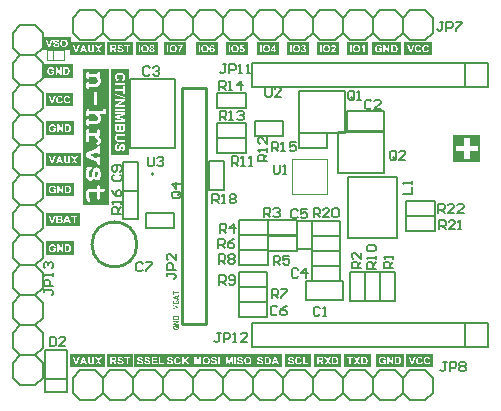
<source format=gbr>
%FSLAX23Y23*%
%MOIN*%
G70*
G01*
G75*
G04 Layer_Color=10059915*
%ADD10R,0.024X0.024*%
%ADD11R,0.012X0.016*%
%ADD12R,0.126X0.055*%
%ADD13R,0.031X0.024*%
%ADD14R,0.018X0.012*%
%ADD15R,0.024X0.020*%
%ADD16R,0.024X0.031*%
%ADD17R,0.039X0.039*%
%ADD18R,0.033X0.014*%
%ADD19R,0.028X0.039*%
%ADD20R,0.039X0.079*%
%ADD21R,0.039X0.063*%
%ADD22R,0.059X0.059*%
%ADD23R,0.020X0.010*%
%ADD24R,0.010X0.020*%
G04:AMPARAMS|DCode=25|XSize=20mil|YSize=10mil|CornerRadius=0mil|HoleSize=0mil|Usage=FLASHONLY|Rotation=90.000|XOffset=0mil|YOffset=0mil|HoleType=Round|Shape=Octagon|*
%AMOCTAGOND25*
4,1,8,0.002,0.010,-0.002,0.010,-0.005,0.007,-0.005,-0.007,-0.002,-0.010,0.002,-0.010,0.005,-0.007,0.005,0.007,0.002,0.010,0.0*
%
%ADD25OCTAGOND25*%

%ADD26R,0.039X0.039*%
%ADD27C,0.010*%
%ADD28C,0.010*%
%ADD29C,0.012*%
%ADD30C,0.020*%
%ADD31C,0.016*%
%ADD32C,0.014*%
%ADD33P,0.068X8X292.5*%
%ADD34P,0.051X8X202.5*%
%ADD35P,0.068X8X202.5*%
%ADD36O,0.079X0.059*%
%ADD37P,0.128X8X22.5*%
%ADD38C,0.059*%
%ADD39C,0.024*%
%ADD40C,0.026*%
%ADD41C,0.006*%
%ADD42C,0.004*%
%ADD43C,0.008*%
%ADD44C,0.005*%
G36*
X-167Y1100D02*
X-235D01*
Y1145D01*
X-167D01*
Y1100D01*
D02*
G37*
G36*
X-811Y310D02*
X-795D01*
Y307D01*
X-811D01*
Y302D01*
X-815D01*
Y315D01*
X-811D01*
Y310D01*
D02*
G37*
G36*
X-795Y298D02*
X-799Y296D01*
Y290D01*
X-795Y289D01*
Y285D01*
X-815Y291D01*
Y295D01*
X-795Y301D01*
Y298D01*
D02*
G37*
G36*
X-57Y1100D02*
X-152D01*
Y1145D01*
X-57D01*
Y1100D01*
D02*
G37*
G36*
X-362D02*
X-435D01*
Y1145D01*
X-362D01*
Y1100D01*
D02*
G37*
G36*
X-795Y213D02*
X-808Y206D01*
X-795D01*
Y203D01*
X-815D01*
Y206D01*
X-802Y213D01*
X-815D01*
Y216D01*
X-795D01*
Y213D01*
D02*
G37*
G36*
X-263Y1100D02*
X-335D01*
Y1145D01*
X-263D01*
Y1100D01*
D02*
G37*
G36*
X-798Y200D02*
X-797Y200D01*
X-797Y200D01*
X-797Y199D01*
X-797Y199D01*
X-796Y198D01*
X-796Y198D01*
X-796Y197D01*
Y197D01*
X-796Y197D01*
X-795Y197D01*
X-795Y197D01*
X-795Y197D01*
X-795Y196D01*
X-795Y196D01*
X-795Y195D01*
X-795Y195D01*
X-795Y194D01*
X-795Y193D01*
Y193D01*
Y193D01*
Y193D01*
X-795Y193D01*
Y193D01*
X-795Y192D01*
X-795Y192D01*
X-795Y191D01*
X-795Y190D01*
X-795Y190D01*
X-796Y189D01*
Y189D01*
X-796Y189D01*
X-796Y189D01*
X-796Y189D01*
X-796Y188D01*
X-797Y188D01*
X-797Y187D01*
X-798Y187D01*
X-799Y186D01*
X-799Y186D01*
X-799D01*
X-799Y186D01*
X-800Y186D01*
X-800Y186D01*
X-800Y186D01*
X-800Y186D01*
X-801Y186D01*
X-801Y186D01*
X-801Y185D01*
X-802Y185D01*
X-802Y185D01*
X-803Y185D01*
X-804Y185D01*
X-805Y185D01*
X-805D01*
X-805Y185D01*
X-806D01*
X-806Y185D01*
X-806Y185D01*
X-807Y185D01*
X-808Y185D01*
X-809Y185D01*
X-810Y186D01*
X-810Y186D01*
X-810D01*
X-811Y186D01*
X-811Y186D01*
X-811Y186D01*
X-811Y186D01*
X-811Y187D01*
X-812Y187D01*
X-812Y187D01*
X-813Y188D01*
X-813Y188D01*
X-814Y189D01*
Y189D01*
X-814Y189D01*
X-814Y189D01*
X-814Y189D01*
X-814Y189D01*
X-814Y190D01*
X-814Y190D01*
X-814Y190D01*
X-815Y191D01*
X-815Y191D01*
X-815Y192D01*
X-815Y193D01*
Y193D01*
Y193D01*
Y193D01*
X-815Y194D01*
Y194D01*
X-815Y194D01*
X-815Y194D01*
X-815Y195D01*
X-815Y195D01*
X-814Y196D01*
X-814Y197D01*
X-814Y197D01*
X-814Y197D01*
X-814Y198D01*
X-813Y198D01*
X-813Y198D01*
X-813Y198D01*
X-813Y198D01*
X-813Y198D01*
X-813Y198D01*
X-813Y198D01*
X-812Y199D01*
X-812Y199D01*
X-812Y199D01*
X-811Y199D01*
X-811Y199D01*
X-811Y199D01*
X-810Y200D01*
X-810Y200D01*
X-809Y200D01*
X-808Y197D01*
X-809D01*
X-809Y197D01*
X-809Y197D01*
X-809Y197D01*
X-809Y196D01*
X-810Y196D01*
X-810Y196D01*
X-810Y196D01*
X-811Y195D01*
X-811Y195D01*
X-811Y195D01*
X-811Y195D01*
X-811Y195D01*
X-811Y194D01*
X-811Y194D01*
X-812Y194D01*
X-812Y193D01*
Y193D01*
Y193D01*
Y193D01*
X-812Y193D01*
X-812Y192D01*
X-812Y192D01*
X-811Y192D01*
X-811Y191D01*
X-811Y191D01*
X-811Y190D01*
X-811Y190D01*
X-810Y190D01*
X-810Y190D01*
X-810D01*
X-810Y190D01*
X-810Y190D01*
X-810Y189D01*
X-809Y189D01*
X-809Y189D01*
X-809Y189D01*
X-809Y189D01*
X-808Y189D01*
X-808Y189D01*
X-808Y189D01*
X-807Y189D01*
X-807Y189D01*
X-806Y188D01*
X-806Y188D01*
X-805D01*
X-804Y188D01*
X-804D01*
X-804Y188D01*
X-803Y189D01*
X-803Y189D01*
X-802Y189D01*
X-801Y189D01*
X-800Y189D01*
X-800Y190D01*
X-800Y190D01*
X-800D01*
X-800Y190D01*
X-799Y190D01*
X-799Y190D01*
X-799Y191D01*
X-799Y191D01*
X-798Y192D01*
X-798Y192D01*
X-798Y193D01*
X-798Y193D01*
Y193D01*
Y193D01*
X-798Y193D01*
X-798Y194D01*
X-798Y194D01*
X-798Y194D01*
X-798Y195D01*
X-799Y195D01*
X-799Y195D01*
X-799Y195D01*
X-799Y195D01*
X-799Y196D01*
X-799Y196D01*
X-799Y196D01*
X-799Y197D01*
X-800Y197D01*
X-802D01*
Y193D01*
X-806D01*
Y200D01*
X-798D01*
X-798Y200D01*
D02*
G37*
G36*
X-1125Y530D02*
X-1240D01*
Y575D01*
X-1125D01*
Y530D01*
D02*
G37*
G36*
X-1122Y730D02*
X-1240D01*
Y775D01*
X-1122D01*
Y730D01*
D02*
G37*
G36*
X-1150Y1025D02*
X-1245D01*
Y1070D01*
X-1150D01*
Y1025D01*
D02*
G37*
G36*
X-795Y263D02*
Y260D01*
X-815Y254D01*
Y257D01*
X-800Y262D01*
X-815Y265D01*
Y269D01*
X-795Y263D01*
D02*
G37*
G36*
X-1157Y1145D02*
X-1042D01*
Y1100D01*
X-1160D01*
Y1118D01*
X-1250D01*
Y1163D01*
X-1157D01*
Y1145D01*
D02*
G37*
G36*
X47Y1100D02*
X-45D01*
Y1145D01*
X47D01*
Y1100D01*
D02*
G37*
G36*
X-1148Y930D02*
X-1240D01*
Y975D01*
X-1148D01*
Y930D01*
D02*
G37*
G36*
X-800Y284D02*
X-800Y284D01*
X-799Y284D01*
X-799Y284D01*
X-798Y284D01*
X-798Y283D01*
X-797Y283D01*
X-797D01*
X-797Y283D01*
X-797Y283D01*
X-797Y283D01*
X-796Y282D01*
X-796Y282D01*
X-796Y282D01*
X-795Y281D01*
X-795Y281D01*
Y281D01*
X-795Y281D01*
Y280D01*
X-795Y280D01*
Y280D01*
X-795Y280D01*
Y280D01*
X-795Y279D01*
X-795Y279D01*
Y279D01*
X-795Y278D01*
Y278D01*
X-795Y277D01*
Y277D01*
Y276D01*
Y271D01*
X-815D01*
Y277D01*
Y277D01*
Y277D01*
Y277D01*
Y277D01*
Y278D01*
X-815Y278D01*
X-815Y279D01*
X-815Y279D01*
X-814Y280D01*
X-814Y280D01*
X-814Y281D01*
X-814Y281D01*
X-814Y281D01*
X-814Y281D01*
X-814Y281D01*
X-814Y281D01*
X-814Y282D01*
X-813Y282D01*
X-813Y282D01*
X-812Y283D01*
X-812Y283D01*
X-812Y283D01*
X-812Y283D01*
X-812Y283D01*
X-811Y283D01*
X-811Y283D01*
X-810Y283D01*
X-810Y283D01*
X-809D01*
X-809Y283D01*
X-809Y283D01*
X-808Y283D01*
X-808Y283D01*
X-808Y283D01*
X-807Y283D01*
X-807Y283D01*
X-807Y283D01*
X-807Y282D01*
X-806Y282D01*
X-806Y282D01*
X-806Y282D01*
X-806Y281D01*
X-805Y281D01*
Y281D01*
X-805Y281D01*
X-805Y281D01*
X-805Y282D01*
X-805Y282D01*
X-805Y282D01*
X-804Y283D01*
X-804Y283D01*
X-804Y283D01*
X-804Y283D01*
X-803Y283D01*
X-803Y284D01*
X-803Y284D01*
X-802Y284D01*
X-802Y284D01*
X-801Y284D01*
X-801Y284D01*
X-800D01*
X-800Y284D01*
D02*
G37*
G36*
X-948Y60D02*
X-1035D01*
Y105D01*
X-948D01*
Y60D01*
D02*
G37*
G36*
X-157Y60D02*
X-245D01*
Y105D01*
X-157D01*
Y60D01*
D02*
G37*
G36*
X-948Y1100D02*
X-1035D01*
Y1145D01*
X-948D01*
Y1100D01*
D02*
G37*
G36*
X-1042Y60D02*
X-1160D01*
Y105D01*
X-1042D01*
Y60D01*
D02*
G37*
G36*
X-355D02*
X-442D01*
Y105D01*
X-355D01*
Y60D01*
D02*
G37*
G36*
X-255Y60D02*
X-345D01*
Y105D01*
X-255D01*
Y60D01*
D02*
G37*
G36*
X-650Y60D02*
X-945D01*
Y105D01*
X-650D01*
Y60D01*
D02*
G37*
G36*
X-452D02*
X-650D01*
Y105D01*
X-452D01*
Y60D01*
D02*
G37*
G36*
X-567Y1100D02*
X-640D01*
Y1145D01*
X-567D01*
Y1100D01*
D02*
G37*
G36*
X52Y60D02*
X-40D01*
Y105D01*
X52D01*
Y60D01*
D02*
G37*
G36*
X-804Y233D02*
X-804D01*
X-803Y233D01*
X-803D01*
X-802Y233D01*
X-802Y233D01*
X-801Y233D01*
X-800Y232D01*
X-800D01*
X-800Y232D01*
X-800Y232D01*
X-800Y232D01*
X-800Y232D01*
X-799Y232D01*
X-799Y232D01*
X-798Y231D01*
X-798Y231D01*
X-797Y231D01*
X-797Y231D01*
X-797Y231D01*
X-797Y231D01*
X-797Y230D01*
X-796Y230D01*
X-796Y230D01*
X-796Y229D01*
X-796Y229D01*
X-796Y229D01*
X-795Y229D01*
X-795Y228D01*
X-795Y228D01*
X-795Y227D01*
X-795Y227D01*
X-795Y226D01*
X-795Y225D01*
Y219D01*
X-815D01*
Y225D01*
Y225D01*
Y225D01*
Y226D01*
Y226D01*
Y226D01*
X-815Y226D01*
X-815Y227D01*
X-815Y227D01*
X-814Y228D01*
X-814Y228D01*
X-814Y229D01*
X-814Y229D01*
X-814Y229D01*
X-814Y229D01*
X-814Y229D01*
X-814Y230D01*
X-813Y230D01*
X-813Y230D01*
X-812Y231D01*
X-812Y231D01*
X-812Y231D01*
X-812Y231D01*
X-812Y231D01*
X-811Y232D01*
X-811Y232D01*
X-810Y232D01*
X-809Y232D01*
X-809D01*
X-809Y232D01*
X-809Y232D01*
X-809Y232D01*
X-809Y232D01*
X-809Y233D01*
X-808Y233D01*
X-808Y233D01*
X-808Y233D01*
X-807Y233D01*
X-807Y233D01*
X-806Y233D01*
X-805Y233D01*
X-804D01*
X-804Y233D01*
D02*
G37*
G36*
X-462Y1100D02*
X-535D01*
Y1145D01*
X-462D01*
Y1100D01*
D02*
G37*
G36*
X-45Y60D02*
X-140D01*
Y105D01*
X-45D01*
Y60D01*
D02*
G37*
G36*
X-867Y1100D02*
X-940D01*
Y1145D01*
X-867D01*
Y1100D01*
D02*
G37*
G36*
X-667D02*
X-740D01*
Y1145D01*
X-667D01*
Y1100D01*
D02*
G37*
G36*
X-773D02*
X-846D01*
Y1145D01*
X-773D01*
Y1100D01*
D02*
G37*
G36*
X-1145Y835D02*
X-1240D01*
Y880D01*
X-1145D01*
Y835D01*
D02*
G37*
G36*
X-1028Y603D02*
X-1115D01*
Y1056D01*
X-1028D01*
Y603D01*
D02*
G37*
G36*
X209Y745D02*
X119D01*
Y834D01*
X209D01*
Y745D01*
D02*
G37*
G36*
X-1145Y630D02*
X-1240D01*
Y676D01*
X-1145D01*
Y630D01*
D02*
G37*
G36*
X-963Y769D02*
X-1021D01*
Y1055D01*
X-963D01*
Y769D01*
D02*
G37*
G36*
X-1145Y435D02*
X-1240D01*
Y480D01*
X-1145D01*
Y435D01*
D02*
G37*
%LPC*%
G36*
X-82Y95D02*
X-86D01*
Y78D01*
X-97Y95D01*
X-102D01*
Y70D01*
X-97D01*
Y87D01*
X-87Y70D01*
X-82D01*
Y95D01*
D02*
G37*
G36*
X-1053D02*
X-1059D01*
X-1064Y88D01*
X-1069Y95D01*
X-1075D01*
X-1067Y83D01*
X-1076Y70D01*
X-1070D01*
X-1064Y79D01*
X-1058Y70D01*
X-1052D01*
X-1061Y83D01*
X-1053Y95D01*
D02*
G37*
G36*
X-990Y1136D02*
X-991D01*
X-992Y1136D01*
X-993Y1135D01*
X-994Y1135D01*
X-994Y1135D01*
X-995Y1135D01*
X-995Y1135D01*
X-995Y1135D01*
X-996Y1135D01*
X-996Y1135D01*
X-996Y1135D01*
X-996D01*
X-997Y1134D01*
X-997Y1134D01*
X-998Y1134D01*
X-998Y1133D01*
X-998Y1133D01*
X-999Y1132D01*
X-999Y1132D01*
X-999Y1132D01*
Y1132D01*
X-999Y1132D01*
X-1000Y1131D01*
X-1000Y1130D01*
X-1000Y1130D01*
X-1000Y1129D01*
X-1000Y1129D01*
Y1129D01*
Y1129D01*
Y1129D01*
Y1129D01*
X-1000Y1128D01*
X-1000Y1128D01*
X-1000Y1127D01*
X-1000Y1127D01*
X-999Y1126D01*
X-999Y1125D01*
X-999Y1125D01*
X-998Y1124D01*
X-998Y1124D01*
X-998Y1124D01*
X-998Y1124D01*
X-998Y1124D01*
X-998Y1124D01*
X-998Y1124D01*
X-997Y1123D01*
X-997Y1123D01*
X-996Y1122D01*
X-995Y1122D01*
X-994Y1122D01*
X-993Y1121D01*
X-993Y1121D01*
X-993Y1121D01*
X-992Y1121D01*
X-992Y1121D01*
X-992Y1121D01*
X-992D01*
X-991Y1121D01*
X-991Y1121D01*
X-990Y1121D01*
X-990Y1121D01*
X-990Y1120D01*
X-989Y1120D01*
X-989Y1120D01*
X-989Y1120D01*
X-988Y1120D01*
X-988Y1120D01*
X-988Y1120D01*
X-988D01*
X-987Y1120D01*
X-987Y1120D01*
X-987Y1119D01*
X-986Y1119D01*
X-986Y1119D01*
X-986Y1119D01*
X-986Y1119D01*
X-986Y1119D01*
X-986Y1119D01*
X-986Y1118D01*
X-986Y1118D01*
X-986Y1118D01*
X-986Y1117D01*
Y1117D01*
Y1117D01*
X-986Y1117D01*
X-986Y1116D01*
X-986Y1116D01*
X-986Y1116D01*
X-986Y1115D01*
X-987Y1115D01*
X-987Y1115D01*
X-987Y1115D01*
X-987Y1115D01*
X-988Y1114D01*
X-988Y1114D01*
X-989Y1114D01*
X-990Y1114D01*
X-990Y1114D01*
X-990D01*
X-991Y1114D01*
X-992Y1114D01*
X-993Y1114D01*
X-993Y1114D01*
X-994Y1115D01*
X-994Y1115D01*
X-994Y1115D01*
X-994Y1115D01*
X-995Y1115D01*
X-995Y1116D01*
X-995Y1117D01*
X-996Y1117D01*
X-996Y1118D01*
X-996Y1118D01*
X-996Y1118D01*
Y1119D01*
X-996Y1119D01*
Y1119D01*
X-1001Y1118D01*
X-1001Y1117D01*
X-1001Y1117D01*
X-1000Y1116D01*
X-1000Y1115D01*
X-1000Y1115D01*
X-1000Y1114D01*
X-1000Y1114D01*
X-999Y1113D01*
X-999Y1113D01*
X-999Y1113D01*
X-999Y1112D01*
X-998Y1112D01*
X-998Y1112D01*
X-998Y1112D01*
X-998Y1112D01*
X-998Y1112D01*
X-997Y1111D01*
X-997Y1111D01*
X-996Y1111D01*
X-996Y1110D01*
X-995Y1110D01*
X-994Y1110D01*
X-993Y1110D01*
X-993Y1110D01*
X-992Y1110D01*
X-992Y1110D01*
X-991Y1110D01*
X-991Y1110D01*
X-991D01*
X-989Y1110D01*
X-988Y1110D01*
X-987Y1110D01*
X-987Y1110D01*
X-986Y1110D01*
X-986Y1110D01*
X-986Y1110D01*
X-985Y1110D01*
X-985Y1110D01*
X-985Y1110D01*
X-985Y1110D01*
X-985D01*
X-984Y1111D01*
X-984Y1111D01*
X-983Y1112D01*
X-983Y1112D01*
X-982Y1113D01*
X-982Y1113D01*
X-982Y1113D01*
X-982Y1113D01*
Y1113D01*
X-981Y1114D01*
X-981Y1115D01*
X-981Y1115D01*
X-981Y1116D01*
X-980Y1117D01*
X-980Y1117D01*
Y1117D01*
Y1117D01*
Y1117D01*
Y1117D01*
X-980Y1118D01*
X-981Y1119D01*
X-981Y1120D01*
X-981Y1120D01*
X-981Y1121D01*
X-981Y1121D01*
X-981Y1121D01*
X-981Y1121D01*
X-982Y1122D01*
X-982Y1122D01*
X-983Y1123D01*
X-983Y1123D01*
X-984Y1124D01*
X-984Y1124D01*
X-984Y1124D01*
X-984Y1124D01*
X-984D01*
X-985Y1124D01*
X-985Y1124D01*
X-986Y1125D01*
X-987Y1125D01*
X-988Y1125D01*
X-988Y1125D01*
X-989Y1125D01*
X-989Y1126D01*
X-989Y1126D01*
X-990Y1126D01*
X-990Y1126D01*
X-990D01*
X-990Y1126D01*
X-991Y1126D01*
X-992Y1126D01*
X-992Y1126D01*
X-992Y1126D01*
X-993Y1127D01*
X-993Y1127D01*
X-993Y1127D01*
X-994Y1127D01*
X-994Y1127D01*
X-994Y1127D01*
X-994Y1127D01*
X-994Y1127D01*
X-995Y1128D01*
X-995Y1128D01*
X-995Y1128D01*
X-995Y1128D01*
X-995Y1129D01*
X-995Y1129D01*
Y1129D01*
Y1129D01*
X-995Y1129D01*
X-995Y1130D01*
X-995Y1130D01*
X-995Y1130D01*
X-995Y1130D01*
X-994Y1130D01*
X-994Y1130D01*
X-994Y1131D01*
X-994Y1131D01*
X-993Y1131D01*
X-993Y1131D01*
X-992Y1131D01*
X-992Y1131D01*
X-991Y1131D01*
X-991D01*
X-990Y1131D01*
X-989Y1131D01*
X-989Y1131D01*
X-988Y1131D01*
X-988Y1131D01*
X-988Y1131D01*
X-988Y1131D01*
X-988Y1131D01*
X-987Y1130D01*
X-987Y1130D01*
X-987Y1129D01*
X-987Y1129D01*
X-986Y1128D01*
X-986Y1128D01*
X-986Y1128D01*
Y1128D01*
Y1128D01*
X-981Y1128D01*
X-981Y1129D01*
X-981Y1129D01*
X-981Y1130D01*
X-982Y1130D01*
X-982Y1131D01*
X-982Y1132D01*
X-982Y1132D01*
X-983Y1132D01*
X-983Y1133D01*
X-983Y1133D01*
X-983Y1133D01*
X-983Y1133D01*
X-984Y1133D01*
X-984Y1133D01*
X-984Y1134D01*
X-984Y1134D01*
X-985Y1134D01*
X-985Y1135D01*
X-986Y1135D01*
X-987Y1135D01*
X-988Y1135D01*
X-989Y1135D01*
X-989Y1136D01*
X-990Y1136D01*
X-990Y1136D01*
X-990Y1136D01*
D02*
G37*
G36*
X-958Y1135D02*
X-978D01*
Y1131D01*
X-970D01*
Y1110D01*
X-965D01*
Y1131D01*
X-958D01*
Y1135D01*
D02*
G37*
G36*
X-1014D02*
X-1025D01*
Y1110D01*
X-1020D01*
Y1121D01*
X-1018D01*
X-1018Y1120D01*
X-1017Y1120D01*
X-1017Y1120D01*
X-1017Y1120D01*
X-1017Y1120D01*
X-1016Y1120D01*
X-1016D01*
X-1016Y1120D01*
X-1016Y1120D01*
X-1015Y1120D01*
X-1015Y1119D01*
X-1015Y1119D01*
X-1015Y1119D01*
X-1015Y1119D01*
X-1015Y1119D01*
X-1015Y1119D01*
X-1014Y1118D01*
X-1014Y1118D01*
X-1013Y1117D01*
X-1013Y1116D01*
X-1013Y1116D01*
X-1012Y1116D01*
X-1012Y1116D01*
X-1012Y1116D01*
X-1012Y1115D01*
X-1012Y1115D01*
X-1009Y1110D01*
X-1002D01*
X-1005Y1115D01*
X-1006Y1115D01*
X-1006Y1116D01*
X-1006Y1116D01*
X-1007Y1117D01*
X-1007Y1117D01*
X-1008Y1118D01*
X-1008Y1118D01*
X-1008Y1119D01*
X-1008Y1119D01*
X-1008Y1119D01*
X-1009Y1119D01*
X-1009Y1120D01*
X-1010Y1120D01*
X-1010Y1120D01*
X-1011Y1121D01*
X-1011Y1121D01*
X-1011Y1121D01*
X-1011Y1121D01*
X-1011D01*
X-1010Y1121D01*
X-1010Y1121D01*
X-1009Y1121D01*
X-1009Y1122D01*
X-1008Y1122D01*
X-1008Y1122D01*
X-1008Y1122D01*
X-1007Y1122D01*
X-1007Y1123D01*
X-1007Y1123D01*
X-1007Y1123D01*
X-1006Y1123D01*
X-1006Y1123D01*
X-1006Y1123D01*
X-1006Y1123D01*
Y1123D01*
X-1006Y1124D01*
X-1006Y1124D01*
X-1005Y1125D01*
X-1005Y1126D01*
X-1005Y1126D01*
X-1005Y1127D01*
X-1004Y1127D01*
Y1128D01*
X-1004Y1128D01*
Y1128D01*
Y1128D01*
Y1128D01*
X-1004Y1129D01*
X-1005Y1130D01*
X-1005Y1130D01*
X-1005Y1131D01*
X-1005Y1131D01*
X-1005Y1132D01*
X-1006Y1132D01*
X-1006Y1132D01*
X-1006Y1133D01*
X-1006Y1133D01*
X-1007Y1134D01*
X-1007Y1134D01*
X-1008Y1134D01*
X-1008Y1134D01*
X-1008Y1134D01*
X-1008Y1135D01*
X-1009D01*
X-1009Y1135D01*
X-1009Y1135D01*
X-1010Y1135D01*
X-1011Y1135D01*
X-1012Y1135D01*
X-1013Y1135D01*
X-1013D01*
X-1014Y1135D01*
D02*
G37*
G36*
X-1126Y95D02*
X-1132D01*
X-1138Y77D01*
X-1145Y95D01*
X-1150D01*
X-1141Y70D01*
X-1135D01*
X-1126Y95D01*
D02*
G37*
G36*
X-117Y96D02*
X-118D01*
X-119Y96D01*
X-120Y95D01*
X-121Y95D01*
X-121Y95D01*
X-121Y95D01*
X-122Y95D01*
X-122Y95D01*
X-123Y95D01*
X-123Y95D01*
X-123Y95D01*
X-123Y94D01*
X-123Y94D01*
X-124Y94D01*
X-124D01*
X-125Y94D01*
X-126Y93D01*
X-126Y92D01*
X-127Y91D01*
X-128Y91D01*
X-128Y90D01*
X-128Y90D01*
X-128Y90D01*
X-128Y90D01*
X-128Y90D01*
X-128Y90D01*
X-129Y88D01*
X-129Y87D01*
X-130Y86D01*
X-130Y85D01*
X-130Y85D01*
X-130Y84D01*
X-130Y84D01*
Y83D01*
X-130Y83D01*
Y83D01*
Y83D01*
Y83D01*
X-130Y81D01*
X-130Y80D01*
X-130Y79D01*
X-129Y78D01*
X-129Y78D01*
X-129Y77D01*
X-129Y77D01*
X-129Y77D01*
X-129Y76D01*
X-129Y76D01*
X-129Y76D01*
X-129Y76D01*
Y76D01*
X-128Y75D01*
X-127Y74D01*
X-127Y73D01*
X-126Y72D01*
X-125Y72D01*
X-125Y72D01*
X-125Y71D01*
X-124Y71D01*
X-124Y71D01*
X-124Y71D01*
X-124Y71D01*
X-124Y71D01*
X-123Y71D01*
X-122Y70D01*
X-121Y70D01*
X-120Y70D01*
X-119Y70D01*
X-119Y70D01*
X-118Y70D01*
X-118D01*
X-118Y70D01*
X-117D01*
X-116Y70D01*
X-115Y70D01*
X-114Y70D01*
X-113Y70D01*
X-113Y70D01*
X-112Y70D01*
X-112Y70D01*
X-112Y70D01*
X-111Y71D01*
X-111Y71D01*
X-111Y71D01*
X-111D01*
X-110Y71D01*
X-109Y72D01*
X-108Y72D01*
X-108Y72D01*
X-107Y73D01*
X-107Y73D01*
X-107Y73D01*
X-106Y73D01*
Y84D01*
X-117D01*
Y79D01*
X-112D01*
Y76D01*
X-112Y76D01*
X-113Y75D01*
X-113Y75D01*
X-113Y75D01*
X-114Y75D01*
X-114Y75D01*
X-114Y75D01*
X-114Y74D01*
X-115Y74D01*
X-116Y74D01*
X-116Y74D01*
X-117Y74D01*
X-117Y74D01*
X-117Y74D01*
X-118D01*
X-118Y74D01*
X-119Y74D01*
X-119Y74D01*
X-120Y74D01*
X-121Y75D01*
X-121Y75D01*
X-122Y75D01*
X-122Y75D01*
X-122Y76D01*
X-122Y76D01*
X-123Y76D01*
X-123Y76D01*
X-123Y76D01*
X-123Y76D01*
X-123Y77D01*
X-123Y77D01*
X-124Y78D01*
X-124Y78D01*
X-124Y79D01*
X-125Y80D01*
X-125Y81D01*
X-125Y81D01*
X-125Y82D01*
X-125Y82D01*
X-125Y82D01*
Y83D01*
Y83D01*
Y83D01*
X-125Y84D01*
X-125Y84D01*
X-125Y85D01*
X-124Y86D01*
X-124Y86D01*
X-124Y87D01*
X-124Y87D01*
X-124Y88D01*
X-124Y88D01*
X-123Y88D01*
X-123Y89D01*
X-123Y89D01*
X-123Y89D01*
X-123Y89D01*
X-123Y89D01*
X-123Y89D01*
X-122Y90D01*
X-122Y90D01*
X-122Y90D01*
X-121Y90D01*
X-120Y91D01*
X-119Y91D01*
X-119Y91D01*
X-118Y91D01*
X-118Y91D01*
X-118Y91D01*
X-118D01*
X-117Y91D01*
X-116Y91D01*
X-115Y91D01*
X-115Y91D01*
X-114Y91D01*
X-114Y90D01*
X-114Y90D01*
X-114Y90D01*
X-113Y90D01*
X-113Y89D01*
X-113Y89D01*
X-112Y88D01*
X-112Y88D01*
X-112Y88D01*
X-112Y87D01*
X-112Y87D01*
Y87D01*
X-107Y88D01*
X-107Y89D01*
X-107Y90D01*
X-108Y91D01*
X-108Y91D01*
X-108Y91D01*
X-108Y92D01*
X-109Y92D01*
X-109Y93D01*
X-109Y93D01*
X-110Y93D01*
X-110Y93D01*
X-110Y93D01*
X-110Y94D01*
X-110Y94D01*
X-110Y94D01*
X-111Y94D01*
X-111Y94D01*
X-112Y95D01*
X-112Y95D01*
X-114Y95D01*
X-115Y95D01*
X-115Y95D01*
X-116Y96D01*
X-116Y96D01*
X-117Y96D01*
X-117Y96D01*
D02*
G37*
G36*
X-958Y95D02*
X-978D01*
Y91D01*
X-970D01*
Y70D01*
X-965D01*
Y91D01*
X-958D01*
Y95D01*
D02*
G37*
G36*
X-1014D02*
X-1025D01*
Y70D01*
X-1020D01*
Y81D01*
X-1018D01*
X-1018Y80D01*
X-1017Y80D01*
X-1017Y80D01*
X-1017Y80D01*
X-1017Y80D01*
X-1016Y80D01*
X-1016D01*
X-1016Y80D01*
X-1016Y80D01*
X-1015Y80D01*
X-1015Y79D01*
X-1015Y79D01*
X-1015Y79D01*
X-1015Y79D01*
X-1015Y79D01*
X-1015Y79D01*
X-1014Y78D01*
X-1014Y78D01*
X-1013Y77D01*
X-1013Y76D01*
X-1013Y76D01*
X-1012Y76D01*
X-1012Y76D01*
X-1012Y76D01*
X-1012Y75D01*
X-1012Y75D01*
X-1009Y70D01*
X-1002D01*
X-1005Y75D01*
X-1006Y75D01*
X-1006Y76D01*
X-1006Y76D01*
X-1007Y77D01*
X-1007Y77D01*
X-1008Y78D01*
X-1008Y78D01*
X-1008Y79D01*
X-1008Y79D01*
X-1008Y79D01*
X-1009Y79D01*
X-1009Y80D01*
X-1010Y80D01*
X-1010Y80D01*
X-1011Y81D01*
X-1011Y81D01*
X-1011Y81D01*
X-1011Y81D01*
X-1011D01*
X-1010Y81D01*
X-1010Y81D01*
X-1009Y81D01*
X-1009Y82D01*
X-1008Y82D01*
X-1008Y82D01*
X-1008Y82D01*
X-1007Y82D01*
X-1007Y83D01*
X-1007Y83D01*
X-1007Y83D01*
X-1006Y83D01*
X-1006Y83D01*
X-1006Y83D01*
X-1006Y83D01*
Y83D01*
X-1006Y84D01*
X-1006Y84D01*
X-1005Y85D01*
X-1005Y86D01*
X-1005Y86D01*
X-1005Y87D01*
X-1004Y87D01*
Y88D01*
X-1004Y88D01*
Y88D01*
Y88D01*
Y88D01*
X-1004Y89D01*
X-1005Y90D01*
X-1005Y90D01*
X-1005Y91D01*
X-1005Y91D01*
X-1005Y92D01*
X-1006Y92D01*
X-1006Y92D01*
X-1006Y93D01*
X-1006Y93D01*
X-1007Y94D01*
X-1007Y94D01*
X-1008Y94D01*
X-1008Y94D01*
X-1008Y94D01*
X-1008Y95D01*
X-1009D01*
X-1009Y95D01*
X-1009Y95D01*
X-1010Y95D01*
X-1011Y95D01*
X-1012Y95D01*
X-1013Y95D01*
X-1013D01*
X-1014Y95D01*
D02*
G37*
G36*
X-990Y96D02*
X-991D01*
X-992Y96D01*
X-993Y95D01*
X-994Y95D01*
X-994Y95D01*
X-995Y95D01*
X-995Y95D01*
X-995Y95D01*
X-996Y95D01*
X-996Y95D01*
X-996Y95D01*
X-996D01*
X-997Y94D01*
X-997Y94D01*
X-998Y94D01*
X-998Y93D01*
X-998Y93D01*
X-999Y92D01*
X-999Y92D01*
X-999Y92D01*
Y92D01*
X-999Y92D01*
X-1000Y91D01*
X-1000Y90D01*
X-1000Y90D01*
X-1000Y89D01*
X-1000Y89D01*
Y89D01*
Y89D01*
Y89D01*
Y89D01*
X-1000Y88D01*
X-1000Y88D01*
X-1000Y87D01*
X-1000Y87D01*
X-999Y86D01*
X-999Y85D01*
X-999Y85D01*
X-998Y84D01*
X-998Y84D01*
X-998Y84D01*
X-998Y84D01*
X-998Y84D01*
X-998Y84D01*
X-998Y84D01*
X-997Y83D01*
X-997Y83D01*
X-996Y82D01*
X-995Y82D01*
X-994Y82D01*
X-993Y81D01*
X-993Y81D01*
X-993Y81D01*
X-992Y81D01*
X-992Y81D01*
X-992Y81D01*
X-992D01*
X-991Y81D01*
X-991Y81D01*
X-990Y81D01*
X-990Y81D01*
X-990Y80D01*
X-989Y80D01*
X-989Y80D01*
X-989Y80D01*
X-988Y80D01*
X-988Y80D01*
X-988Y80D01*
X-988D01*
X-987Y80D01*
X-987Y80D01*
X-987Y79D01*
X-986Y79D01*
X-986Y79D01*
X-986Y79D01*
X-986Y79D01*
X-986Y79D01*
X-986Y79D01*
X-986Y78D01*
X-986Y78D01*
X-986Y78D01*
X-986Y77D01*
Y77D01*
Y77D01*
X-986Y77D01*
X-986Y76D01*
X-986Y76D01*
X-986Y76D01*
X-986Y75D01*
X-987Y75D01*
X-987Y75D01*
X-987Y75D01*
X-987Y75D01*
X-988Y74D01*
X-988Y74D01*
X-989Y74D01*
X-990Y74D01*
X-990Y74D01*
X-990D01*
X-991Y74D01*
X-992Y74D01*
X-993Y74D01*
X-993Y74D01*
X-994Y75D01*
X-994Y75D01*
X-994Y75D01*
X-994Y75D01*
X-995Y75D01*
X-995Y76D01*
X-995Y77D01*
X-996Y77D01*
X-996Y78D01*
X-996Y78D01*
X-996Y78D01*
Y79D01*
X-996Y79D01*
Y79D01*
X-1001Y78D01*
X-1001Y77D01*
X-1001Y77D01*
X-1000Y76D01*
X-1000Y75D01*
X-1000Y75D01*
X-1000Y74D01*
X-1000Y74D01*
X-999Y73D01*
X-999Y73D01*
X-999Y73D01*
X-999Y72D01*
X-998Y72D01*
X-998Y72D01*
X-998Y72D01*
X-998Y72D01*
X-998Y72D01*
X-997Y71D01*
X-997Y71D01*
X-996Y71D01*
X-996Y70D01*
X-995Y70D01*
X-994Y70D01*
X-993Y70D01*
X-993Y70D01*
X-992Y70D01*
X-992Y70D01*
X-991Y70D01*
X-991Y70D01*
X-991D01*
X-989Y70D01*
X-988Y70D01*
X-987Y70D01*
X-987Y70D01*
X-986Y70D01*
X-986Y70D01*
X-986Y70D01*
X-985Y70D01*
X-985Y70D01*
X-985Y70D01*
X-985Y70D01*
X-985D01*
X-984Y71D01*
X-984Y71D01*
X-983Y72D01*
X-983Y72D01*
X-982Y73D01*
X-982Y73D01*
X-982Y73D01*
X-982Y73D01*
Y73D01*
X-981Y74D01*
X-981Y75D01*
X-981Y75D01*
X-981Y76D01*
X-980Y77D01*
X-980Y77D01*
Y77D01*
Y77D01*
Y77D01*
Y77D01*
X-980Y78D01*
X-981Y79D01*
X-981Y80D01*
X-981Y80D01*
X-981Y81D01*
X-981Y81D01*
X-981Y81D01*
X-981Y81D01*
X-982Y82D01*
X-982Y82D01*
X-983Y83D01*
X-983Y83D01*
X-984Y84D01*
X-984Y84D01*
X-984Y84D01*
X-984Y84D01*
X-984D01*
X-985Y84D01*
X-985Y84D01*
X-986Y85D01*
X-987Y85D01*
X-988Y85D01*
X-988Y85D01*
X-989Y85D01*
X-989Y86D01*
X-989Y86D01*
X-990Y86D01*
X-990Y86D01*
X-990D01*
X-990Y86D01*
X-991Y86D01*
X-992Y86D01*
X-992Y86D01*
X-992Y86D01*
X-993Y87D01*
X-993Y87D01*
X-993Y87D01*
X-994Y87D01*
X-994Y87D01*
X-994Y87D01*
X-994Y87D01*
X-994Y87D01*
X-995Y88D01*
X-995Y88D01*
X-995Y88D01*
X-995Y88D01*
X-995Y89D01*
X-995Y89D01*
Y89D01*
Y89D01*
X-995Y89D01*
X-995Y90D01*
X-995Y90D01*
X-995Y90D01*
X-995Y90D01*
X-994Y90D01*
X-994Y90D01*
X-994Y91D01*
X-994Y91D01*
X-993Y91D01*
X-993Y91D01*
X-992Y91D01*
X-992Y91D01*
X-991Y91D01*
X-991D01*
X-990Y91D01*
X-989Y91D01*
X-989Y91D01*
X-988Y91D01*
X-988Y91D01*
X-988Y91D01*
X-988Y91D01*
X-988Y91D01*
X-987Y90D01*
X-987Y90D01*
X-987Y89D01*
X-987Y89D01*
X-986Y88D01*
X-986Y88D01*
X-986Y88D01*
Y88D01*
Y88D01*
X-981Y88D01*
X-981Y89D01*
X-981Y89D01*
X-981Y90D01*
X-982Y90D01*
X-982Y91D01*
X-982Y92D01*
X-982Y92D01*
X-983Y92D01*
X-983Y93D01*
X-983Y93D01*
X-983Y93D01*
X-983Y93D01*
X-984Y93D01*
X-984Y94D01*
X-984Y94D01*
X-984Y94D01*
X-985Y94D01*
X-985Y95D01*
X-986Y95D01*
X-987Y95D01*
X-988Y95D01*
X-989Y95D01*
X-989Y96D01*
X-990Y96D01*
X-990Y96D01*
X-990Y96D01*
D02*
G37*
G36*
X-1078Y95D02*
X-1084D01*
Y81D01*
Y81D01*
Y80D01*
X-1084Y80D01*
Y79D01*
X-1084Y79D01*
X-1084Y78D01*
X-1084Y77D01*
X-1084Y77D01*
X-1084Y77D01*
Y77D01*
X-1084Y76D01*
X-1084Y76D01*
X-1084Y76D01*
X-1085Y75D01*
X-1085Y75D01*
X-1085Y75D01*
X-1085Y75D01*
X-1085Y75D01*
X-1086Y74D01*
X-1086Y74D01*
X-1087Y74D01*
X-1087Y74D01*
X-1088Y74D01*
X-1088Y74D01*
X-1088D01*
X-1089Y74D01*
X-1090Y74D01*
X-1090Y74D01*
X-1091Y74D01*
X-1091Y74D01*
X-1091Y75D01*
X-1092Y75D01*
X-1092Y75D01*
X-1092Y75D01*
X-1092Y76D01*
X-1093Y76D01*
X-1093Y76D01*
X-1093Y77D01*
X-1093Y77D01*
X-1093Y77D01*
Y77D01*
X-1093Y77D01*
Y78D01*
X-1093Y78D01*
X-1093Y79D01*
Y80D01*
X-1093Y80D01*
Y81D01*
Y81D01*
Y81D01*
Y81D01*
Y81D01*
Y82D01*
Y95D01*
X-1099D01*
Y82D01*
Y81D01*
X-1098Y80D01*
Y80D01*
X-1098Y79D01*
X-1098Y78D01*
X-1098Y78D01*
X-1098Y77D01*
X-1098Y77D01*
X-1098Y77D01*
X-1098Y76D01*
X-1098Y76D01*
X-1098Y76D01*
X-1098Y76D01*
X-1098Y75D01*
Y75D01*
Y75D01*
X-1098Y75D01*
X-1098Y74D01*
X-1097Y74D01*
X-1097Y73D01*
X-1097Y73D01*
X-1097Y73D01*
X-1097Y73D01*
X-1097Y73D01*
X-1096Y72D01*
X-1096Y72D01*
X-1095Y71D01*
X-1095Y71D01*
X-1094Y71D01*
X-1094Y70D01*
X-1094Y70D01*
X-1094Y70D01*
X-1094D01*
X-1093Y70D01*
X-1093Y70D01*
X-1092Y70D01*
X-1091Y70D01*
X-1090Y70D01*
X-1089Y70D01*
X-1089D01*
X-1089Y70D01*
X-1088D01*
X-1087Y70D01*
X-1086Y70D01*
X-1085Y70D01*
X-1085Y70D01*
X-1084Y70D01*
X-1084Y70D01*
X-1084Y70D01*
X-1084Y70D01*
X-1083Y70D01*
X-1083Y70D01*
X-1083D01*
X-1083Y71D01*
X-1082Y71D01*
X-1082Y71D01*
X-1081Y72D01*
X-1081Y72D01*
X-1081Y72D01*
X-1080Y72D01*
X-1080Y72D01*
X-1080Y73D01*
X-1080Y73D01*
X-1079Y74D01*
X-1079Y74D01*
X-1079Y75D01*
X-1079Y75D01*
X-1079Y75D01*
Y75D01*
Y76D01*
X-1079Y76D01*
X-1079Y76D01*
X-1079Y77D01*
X-1079Y77D01*
X-1079Y78D01*
X-1078Y79D01*
Y80D01*
Y80D01*
X-1078Y81D01*
Y81D01*
Y82D01*
Y82D01*
Y82D01*
Y82D01*
Y95D01*
D02*
G37*
G36*
X-1111D02*
X-1117D01*
X-1126Y70D01*
X-1121D01*
X-1119Y76D01*
X-1109D01*
X-1107Y70D01*
X-1101D01*
X-1111Y95D01*
D02*
G37*
G36*
X-976Y910D02*
X-1008D01*
Y904D01*
X-983D01*
X-1008Y897D01*
Y891D01*
X-983Y884D01*
X-1008Y884D01*
Y878D01*
X-976D01*
Y888D01*
X-998Y894D01*
X-976Y900D01*
Y910D01*
D02*
G37*
G36*
X-783Y1135D02*
X-800D01*
Y1130D01*
X-789D01*
X-790Y1129D01*
X-791Y1127D01*
X-792Y1125D01*
X-792Y1125D01*
X-793Y1124D01*
X-793Y1123D01*
X-793Y1123D01*
X-794Y1122D01*
X-794Y1122D01*
X-794Y1121D01*
X-794Y1121D01*
X-794Y1121D01*
X-794Y1121D01*
X-794Y1120D01*
X-795Y1119D01*
X-795Y1118D01*
X-795Y1117D01*
X-795Y1116D01*
X-796Y1115D01*
X-796Y1114D01*
X-796Y1113D01*
X-796Y1113D01*
X-796Y1112D01*
X-796Y1111D01*
X-796Y1111D01*
Y1110D01*
X-796Y1110D01*
Y1110D01*
Y1110D01*
X-792D01*
X-792Y1111D01*
X-791Y1113D01*
X-791Y1114D01*
X-791Y1114D01*
X-791Y1115D01*
X-791Y1116D01*
X-791Y1116D01*
X-791Y1116D01*
X-791Y1117D01*
X-791Y1117D01*
X-791Y1117D01*
X-791Y1117D01*
Y1118D01*
X-790Y1119D01*
X-790Y1121D01*
X-789Y1121D01*
X-789Y1122D01*
X-789Y1123D01*
X-788Y1123D01*
X-788Y1124D01*
X-788Y1124D01*
X-788Y1125D01*
X-788Y1125D01*
X-787Y1125D01*
X-787Y1125D01*
X-787Y1126D01*
X-787Y1126D01*
X-787Y1126D01*
X-786Y1127D01*
X-786Y1127D01*
X-786Y1128D01*
X-785Y1129D01*
X-785Y1129D01*
X-785Y1129D01*
X-784Y1130D01*
X-784Y1130D01*
X-784Y1131D01*
X-784Y1131D01*
X-783Y1131D01*
X-783Y1131D01*
X-783Y1131D01*
X-783Y1131D01*
X-783Y1131D01*
Y1135D01*
D02*
G37*
G36*
X7Y96D02*
X7D01*
X6Y96D01*
X5Y95D01*
X4Y95D01*
X3Y95D01*
X3Y95D01*
X2Y95D01*
X1Y94D01*
X1Y94D01*
X0Y94D01*
X-0Y93D01*
X-1Y93D01*
X-1Y93D01*
X-1Y92D01*
X-1Y92D01*
X-2Y92D01*
X-2Y92D01*
X-2Y91D01*
X-3Y91D01*
X-3Y90D01*
X-4Y89D01*
X-4Y88D01*
X-4Y88D01*
X-4Y87D01*
X-4Y86D01*
X-5Y85D01*
X-5Y85D01*
X-5Y84D01*
X-5Y83D01*
Y83D01*
X-5Y83D01*
Y82D01*
Y82D01*
X-5Y81D01*
X-5Y80D01*
X-5Y79D01*
X-4Y78D01*
X-4Y78D01*
X-4Y77D01*
X-4Y76D01*
X-3Y75D01*
X-3Y75D01*
X-3Y74D01*
X-2Y74D01*
X-2Y74D01*
X-2Y73D01*
X-2Y73D01*
X-2Y73D01*
X-2Y73D01*
X-1Y72D01*
X-0Y72D01*
X0Y71D01*
X1Y71D01*
X2Y71D01*
X2Y70D01*
X3Y70D01*
X4Y70D01*
X4Y70D01*
X5Y70D01*
X5Y70D01*
X6Y70D01*
X6D01*
X6Y70D01*
X7D01*
X7Y70D01*
X8Y70D01*
X9Y70D01*
X9Y70D01*
X10Y70D01*
X11Y70D01*
X11Y70D01*
X11Y71D01*
X12Y71D01*
X12Y71D01*
X13Y71D01*
X13Y71D01*
X13Y71D01*
X13Y71D01*
X13Y72D01*
X13Y72D01*
X14Y72D01*
X14Y72D01*
X15Y73D01*
X16Y74D01*
X16Y75D01*
X16Y76D01*
X17Y76D01*
X17Y77D01*
X17Y77D01*
X17Y77D01*
X17Y78D01*
X17Y78D01*
Y78D01*
X12Y79D01*
X12Y78D01*
X12Y77D01*
X11Y77D01*
X11Y76D01*
X11Y76D01*
X10Y75D01*
X10Y75D01*
X10Y75D01*
X9Y75D01*
X9Y74D01*
X8Y74D01*
X8Y74D01*
X7Y74D01*
X7Y74D01*
X7Y74D01*
X7D01*
X6Y74D01*
X6Y74D01*
X5Y74D01*
X4Y75D01*
X3Y75D01*
X3Y75D01*
X2Y76D01*
X2Y76D01*
X2Y76D01*
X2Y76D01*
X2Y76D01*
X2Y77D01*
X1Y77D01*
X1Y78D01*
X1Y79D01*
X1Y80D01*
X1Y81D01*
X0Y81D01*
X0Y82D01*
Y82D01*
X0Y82D01*
Y83D01*
Y83D01*
Y83D01*
X0Y84D01*
X0Y84D01*
X1Y85D01*
X1Y86D01*
X1Y86D01*
X1Y87D01*
X1Y87D01*
X1Y88D01*
X1Y88D01*
X2Y88D01*
X2Y89D01*
X2Y89D01*
X2Y89D01*
X2Y89D01*
X2Y89D01*
Y89D01*
X2Y90D01*
X3Y90D01*
X3Y90D01*
X4Y90D01*
X4Y91D01*
X5Y91D01*
X6Y91D01*
X6Y91D01*
X6Y91D01*
X6Y91D01*
X7D01*
X7Y91D01*
X8Y91D01*
X9Y91D01*
X9Y91D01*
X10Y91D01*
X10Y90D01*
X10Y90D01*
X10Y90D01*
X11Y90D01*
X11Y89D01*
X11Y89D01*
X12Y88D01*
X12Y88D01*
X12Y87D01*
X12Y87D01*
X12Y87D01*
Y87D01*
X17Y88D01*
X17Y89D01*
X16Y90D01*
X16Y91D01*
X15Y92D01*
X15Y92D01*
X15Y93D01*
X15Y93D01*
X14Y93D01*
X14D01*
X14Y93D01*
X13Y94D01*
X13Y94D01*
X12Y94D01*
X11Y95D01*
X11Y95D01*
X10Y95D01*
X10Y95D01*
X9Y95D01*
X9Y95D01*
X8Y96D01*
X8Y96D01*
X7Y96D01*
D02*
G37*
G36*
X-815Y1136D02*
X-815D01*
X-816Y1136D01*
X-817Y1135D01*
X-818Y1135D01*
X-819Y1135D01*
X-819Y1135D01*
X-819Y1135D01*
X-820Y1135D01*
X-820Y1135D01*
X-820Y1135D01*
X-820Y1135D01*
X-820Y1135D01*
X-820D01*
X-821Y1134D01*
X-822Y1134D01*
X-822Y1134D01*
X-823Y1133D01*
X-823Y1133D01*
X-823Y1133D01*
X-823Y1132D01*
X-824Y1132D01*
X-824Y1132D01*
X-825Y1131D01*
X-825Y1131D01*
X-825Y1130D01*
X-825Y1130D01*
X-826Y1129D01*
X-826Y1129D01*
X-826Y1129D01*
Y1129D01*
X-826Y1128D01*
X-826Y1127D01*
X-827Y1126D01*
X-827Y1125D01*
X-827Y1124D01*
Y1124D01*
X-827Y1123D01*
X-827Y1123D01*
Y1123D01*
Y1123D01*
Y1122D01*
Y1122D01*
X-827Y1121D01*
X-827Y1120D01*
X-827Y1119D01*
X-826Y1118D01*
X-826Y1118D01*
X-826Y1117D01*
X-826Y1116D01*
X-825Y1115D01*
X-825Y1115D01*
X-825Y1114D01*
X-824Y1114D01*
X-824Y1114D01*
X-824Y1113D01*
X-824Y1113D01*
X-824Y1113D01*
X-824Y1113D01*
X-823Y1112D01*
X-822Y1112D01*
X-822Y1111D01*
X-821Y1111D01*
X-820Y1111D01*
X-819Y1110D01*
X-819Y1110D01*
X-818Y1110D01*
X-817Y1110D01*
X-817Y1110D01*
X-816Y1110D01*
X-816Y1110D01*
X-815D01*
X-815Y1110D01*
X-815D01*
X-814Y1110D01*
X-813Y1110D01*
X-812Y1110D01*
X-811Y1110D01*
X-810Y1110D01*
X-809Y1111D01*
X-809Y1111D01*
X-808Y1111D01*
X-808Y1112D01*
X-807Y1112D01*
X-807Y1112D01*
X-806Y1112D01*
X-806Y1113D01*
X-806Y1113D01*
X-806Y1113D01*
X-806Y1113D01*
X-805Y1114D01*
X-805Y1114D01*
X-804Y1115D01*
X-804Y1116D01*
X-804Y1117D01*
X-803Y1118D01*
X-803Y1118D01*
X-803Y1119D01*
X-803Y1120D01*
X-803Y1120D01*
X-803Y1121D01*
X-803Y1122D01*
Y1122D01*
X-803Y1122D01*
Y1122D01*
Y1123D01*
X-803Y1124D01*
X-803Y1125D01*
X-803Y1126D01*
X-803Y1127D01*
X-803Y1128D01*
X-804Y1128D01*
X-804Y1129D01*
X-804Y1130D01*
X-805Y1130D01*
X-805Y1131D01*
X-805Y1131D01*
X-805Y1132D01*
X-806Y1132D01*
X-806Y1132D01*
X-806Y1132D01*
X-806Y1132D01*
X-807Y1133D01*
X-807Y1133D01*
X-808Y1134D01*
X-809Y1134D01*
X-809Y1134D01*
X-810Y1135D01*
X-811Y1135D01*
X-812Y1135D01*
X-812Y1135D01*
X-813Y1135D01*
X-813Y1136D01*
X-814Y1136D01*
X-814D01*
X-815Y1136D01*
D02*
G37*
G36*
X-831Y1135D02*
X-836D01*
Y1110D01*
X-831D01*
Y1135D01*
D02*
G37*
G36*
X-725D02*
X-730D01*
Y1110D01*
X-725D01*
Y1135D01*
D02*
G37*
G36*
X-6Y95D02*
X-12D01*
X-18Y77D01*
X-25Y95D01*
X-30D01*
X-21Y70D01*
X-15D01*
X-6Y95D01*
D02*
G37*
G36*
X-998Y807D02*
X-999Y807D01*
X-1000Y807D01*
X-1001Y807D01*
X-1001Y806D01*
X-1002Y806D01*
X-1003Y806D01*
X-1003Y805D01*
X-1004Y805D01*
X-1005Y805D01*
X-1005Y804D01*
X-1005Y804D01*
X-1006Y804D01*
X-1006Y804D01*
X-1006Y803D01*
X-1006Y803D01*
X-1006Y803D01*
X-1007Y803D01*
X-1007Y802D01*
X-1007Y801D01*
X-1008Y800D01*
X-1008Y800D01*
X-1008Y799D01*
X-1009Y797D01*
X-1009Y796D01*
X-1009Y796D01*
X-1009Y795D01*
X-1009Y795D01*
X-1009Y794D01*
Y794D01*
Y794D01*
Y794D01*
X-1009Y792D01*
X-1009Y791D01*
X-1009Y790D01*
X-1008Y789D01*
X-1008Y788D01*
X-1008Y788D01*
X-1008Y787D01*
X-1008Y787D01*
X-1008Y787D01*
X-1008Y787D01*
X-1008Y787D01*
Y787D01*
X-1007Y786D01*
X-1007Y785D01*
X-1006Y784D01*
X-1006Y783D01*
X-1005Y783D01*
X-1005Y782D01*
X-1004Y782D01*
X-1004Y782D01*
X-1004D01*
X-1003Y782D01*
X-1002Y781D01*
X-1001Y781D01*
X-1001Y781D01*
X-1000Y781D01*
X-999Y781D01*
X-999D01*
X-998Y781D01*
X-997Y781D01*
X-996Y781D01*
X-995Y781D01*
X-995Y781D01*
X-994Y782D01*
X-994Y782D01*
X-994Y782D01*
X-993Y782D01*
X-992Y783D01*
X-992Y784D01*
X-991Y784D01*
X-991Y785D01*
X-991Y785D01*
X-990Y785D01*
X-990Y785D01*
Y785D01*
X-990Y786D01*
X-990Y786D01*
X-989Y788D01*
X-989Y789D01*
X-989Y790D01*
X-988Y791D01*
X-988Y791D01*
X-988Y792D01*
X-988Y792D01*
X-988Y792D01*
X-988Y793D01*
Y793D01*
X-988Y793D01*
X-988Y794D01*
X-987Y795D01*
X-987Y796D01*
X-987Y796D01*
X-987Y797D01*
X-987Y797D01*
X-986Y797D01*
X-986Y798D01*
X-986Y798D01*
X-986Y798D01*
X-986Y799D01*
X-986Y799D01*
X-985Y799D01*
X-985Y799D01*
X-985Y799D01*
X-985Y799D01*
X-984Y800D01*
X-984Y800D01*
X-984D01*
X-983Y800D01*
X-983Y799D01*
X-983Y799D01*
X-982Y799D01*
X-982Y799D01*
X-982Y799D01*
X-982Y799D01*
X-982Y799D01*
X-981Y798D01*
X-981Y797D01*
X-981Y796D01*
X-981Y796D01*
X-981Y795D01*
X-981Y795D01*
Y794D01*
Y794D01*
Y794D01*
Y794D01*
X-981Y793D01*
X-981Y792D01*
X-981Y792D01*
X-981Y791D01*
X-981Y791D01*
X-982Y790D01*
X-982Y790D01*
X-982Y790D01*
X-982Y789D01*
X-983Y789D01*
X-983Y789D01*
X-984Y789D01*
X-984Y788D01*
X-985Y788D01*
X-985Y788D01*
X-985D01*
X-985Y781D01*
X-984Y782D01*
X-983Y782D01*
X-983Y782D01*
X-982Y782D01*
X-981Y783D01*
X-980Y783D01*
X-980Y783D01*
X-979Y783D01*
X-979Y784D01*
X-979Y784D01*
X-978Y784D01*
X-978Y784D01*
X-978Y785D01*
X-978Y785D01*
X-978Y785D01*
X-977Y785D01*
X-977Y786D01*
X-977Y787D01*
X-976Y788D01*
X-976Y789D01*
X-975Y791D01*
X-975Y791D01*
X-975Y792D01*
X-975Y793D01*
X-975Y793D01*
X-975Y793D01*
Y794D01*
Y794D01*
Y794D01*
X-975Y795D01*
X-975Y797D01*
X-975Y798D01*
X-976Y799D01*
X-976Y799D01*
X-976Y800D01*
X-976Y800D01*
X-976Y800D01*
X-976Y800D01*
X-976Y800D01*
Y800D01*
X-977Y801D01*
X-977Y802D01*
X-978Y803D01*
X-978Y803D01*
X-979Y804D01*
X-979Y804D01*
X-979Y804D01*
X-980Y805D01*
X-980D01*
X-980Y805D01*
X-981Y805D01*
X-982Y806D01*
X-983Y806D01*
X-983Y806D01*
X-984Y806D01*
X-984D01*
X-985Y806D01*
X-986Y806D01*
X-986Y806D01*
X-987Y805D01*
X-988Y805D01*
X-989Y804D01*
X-989Y804D01*
X-990Y804D01*
X-990Y804D01*
X-990Y803D01*
X-991Y803D01*
X-991Y803D01*
X-991Y803D01*
X-991Y803D01*
X-991Y802D01*
X-992Y802D01*
X-992Y801D01*
X-993Y800D01*
X-993Y798D01*
X-994Y797D01*
X-994Y797D01*
X-994Y796D01*
X-994Y796D01*
X-994Y796D01*
X-994Y796D01*
Y795D01*
X-994Y795D01*
X-994Y794D01*
X-995Y794D01*
X-995Y793D01*
X-995Y792D01*
X-995Y792D01*
X-995Y792D01*
X-995Y791D01*
X-995Y791D01*
X-995Y791D01*
X-996Y790D01*
Y790D01*
X-996Y790D01*
X-996Y789D01*
X-996Y789D01*
X-996Y788D01*
X-997Y788D01*
X-997Y788D01*
X-997Y788D01*
X-997Y788D01*
X-997Y788D01*
X-998Y787D01*
X-998Y787D01*
X-999Y787D01*
X-999Y787D01*
X-999D01*
X-1000Y787D01*
X-1000Y787D01*
X-1001Y788D01*
X-1001Y788D01*
X-1002Y788D01*
X-1002Y789D01*
X-1002Y789D01*
X-1002Y789D01*
X-1003Y789D01*
X-1003Y790D01*
X-1003Y791D01*
X-1003Y792D01*
X-1003Y793D01*
X-1003Y793D01*
Y793D01*
Y793D01*
Y794D01*
Y794D01*
X-1003Y795D01*
X-1003Y796D01*
X-1003Y796D01*
X-1003Y797D01*
X-1002Y798D01*
X-1002Y798D01*
X-1002Y798D01*
X-1002Y798D01*
X-1001Y799D01*
X-1001Y800D01*
X-1000Y800D01*
X-999Y800D01*
X-998Y800D01*
X-998Y801D01*
X-997Y801D01*
X-997D01*
X-997Y801D01*
X-997D01*
X-998Y807D01*
D02*
G37*
G36*
X-709Y1136D02*
X-709D01*
X-710Y1136D01*
X-711Y1135D01*
X-712Y1135D01*
X-713Y1135D01*
X-713Y1135D01*
X-713Y1135D01*
X-714Y1135D01*
X-714Y1135D01*
X-714Y1135D01*
X-714Y1135D01*
X-714Y1135D01*
X-714D01*
X-715Y1134D01*
X-716Y1134D01*
X-716Y1134D01*
X-717Y1133D01*
X-717Y1133D01*
X-717Y1133D01*
X-718Y1132D01*
X-718Y1132D01*
X-718Y1132D01*
X-719Y1131D01*
X-719Y1131D01*
X-719Y1130D01*
X-720Y1130D01*
X-720Y1129D01*
X-720Y1129D01*
X-720Y1129D01*
Y1129D01*
X-720Y1128D01*
X-721Y1127D01*
X-721Y1126D01*
X-721Y1125D01*
X-721Y1124D01*
Y1124D01*
X-721Y1123D01*
X-721Y1123D01*
Y1123D01*
Y1123D01*
Y1122D01*
Y1122D01*
X-721Y1121D01*
X-721Y1120D01*
X-721Y1119D01*
X-721Y1118D01*
X-720Y1118D01*
X-720Y1117D01*
X-720Y1116D01*
X-719Y1115D01*
X-719Y1115D01*
X-719Y1114D01*
X-719Y1114D01*
X-718Y1114D01*
X-718Y1113D01*
X-718Y1113D01*
X-718Y1113D01*
X-718Y1113D01*
X-717Y1112D01*
X-716Y1112D01*
X-716Y1111D01*
X-715Y1111D01*
X-714Y1111D01*
X-714Y1110D01*
X-713Y1110D01*
X-712Y1110D01*
X-711Y1110D01*
X-711Y1110D01*
X-710Y1110D01*
X-710Y1110D01*
X-709D01*
X-709Y1110D01*
X-709D01*
X-708Y1110D01*
X-707Y1110D01*
X-706Y1110D01*
X-705Y1110D01*
X-704Y1110D01*
X-704Y1111D01*
X-703Y1111D01*
X-702Y1111D01*
X-702Y1112D01*
X-701Y1112D01*
X-701Y1112D01*
X-701Y1112D01*
X-700Y1113D01*
X-700Y1113D01*
X-700Y1113D01*
X-700Y1113D01*
X-699Y1114D01*
X-699Y1114D01*
X-698Y1115D01*
X-698Y1116D01*
X-698Y1117D01*
X-697Y1118D01*
X-697Y1118D01*
X-697Y1119D01*
X-697Y1120D01*
X-697Y1120D01*
X-697Y1121D01*
X-697Y1122D01*
Y1122D01*
X-697Y1122D01*
Y1122D01*
Y1123D01*
X-697Y1124D01*
X-697Y1125D01*
X-697Y1126D01*
X-697Y1127D01*
X-697Y1128D01*
X-698Y1128D01*
X-698Y1129D01*
X-698Y1130D01*
X-699Y1130D01*
X-699Y1131D01*
X-699Y1131D01*
X-699Y1132D01*
X-700Y1132D01*
X-700Y1132D01*
X-700Y1132D01*
X-700Y1132D01*
X-701Y1133D01*
X-701Y1133D01*
X-702Y1134D01*
X-703Y1134D01*
X-704Y1134D01*
X-704Y1135D01*
X-705Y1135D01*
X-706Y1135D01*
X-706Y1135D01*
X-707Y1135D01*
X-708Y1136D01*
X-708Y1136D01*
X-708D01*
X-709Y1136D01*
D02*
G37*
G36*
X-885Y1135D02*
X-886D01*
X-886Y1135D01*
X-887Y1135D01*
X-887Y1135D01*
X-888Y1135D01*
X-889Y1135D01*
X-889Y1135D01*
X-889Y1135D01*
X-890Y1134D01*
X-890Y1134D01*
X-890Y1134D01*
X-891Y1134D01*
X-891Y1134D01*
X-891Y1134D01*
X-891Y1134D01*
X-891Y1133D01*
X-891Y1133D01*
X-892Y1133D01*
X-892Y1133D01*
X-892Y1132D01*
X-892Y1132D01*
X-893Y1131D01*
X-893Y1130D01*
X-893Y1130D01*
X-893Y1130D01*
X-893Y1129D01*
X-893Y1129D01*
Y1129D01*
Y1129D01*
Y1129D01*
X-893Y1128D01*
X-893Y1128D01*
X-893Y1127D01*
X-893Y1127D01*
X-893Y1126D01*
X-892Y1126D01*
X-892Y1126D01*
X-892Y1126D01*
X-892Y1125D01*
X-892Y1125D01*
X-891Y1124D01*
X-891Y1124D01*
X-890Y1124D01*
X-890Y1124D01*
X-890Y1124D01*
X-890Y1124D01*
X-890D01*
X-890Y1123D01*
X-891Y1123D01*
X-892Y1122D01*
X-892Y1122D01*
X-892Y1122D01*
X-893Y1121D01*
X-893Y1121D01*
X-893Y1121D01*
Y1121D01*
X-893Y1120D01*
X-893Y1120D01*
X-894Y1119D01*
X-894Y1118D01*
X-894Y1118D01*
X-894Y1118D01*
Y1117D01*
Y1117D01*
Y1117D01*
Y1117D01*
X-894Y1116D01*
X-894Y1116D01*
X-894Y1115D01*
X-893Y1115D01*
X-893Y1114D01*
X-893Y1114D01*
X-893Y1113D01*
X-892Y1113D01*
X-892Y1113D01*
X-892Y1112D01*
X-892Y1112D01*
X-892Y1112D01*
X-891Y1112D01*
X-891Y1111D01*
X-891Y1111D01*
X-891Y1111D01*
X-891Y1111D01*
X-890Y1111D01*
X-889Y1110D01*
X-888Y1110D01*
X-887Y1110D01*
X-887Y1110D01*
X-887Y1110D01*
X-886Y1110D01*
X-886D01*
X-886Y1110D01*
X-885D01*
X-885Y1110D01*
X-884Y1110D01*
X-883Y1110D01*
X-883Y1110D01*
X-882Y1110D01*
X-882Y1110D01*
X-881Y1110D01*
X-881Y1111D01*
X-881Y1111D01*
X-880Y1111D01*
X-880Y1111D01*
X-880Y1111D01*
X-880Y1111D01*
X-880Y1112D01*
X-880Y1112D01*
X-880Y1112D01*
X-879Y1112D01*
X-879Y1113D01*
X-878Y1113D01*
X-878Y1113D01*
X-878Y1114D01*
X-878Y1114D01*
X-878Y1115D01*
X-877Y1116D01*
X-877Y1116D01*
X-877Y1116D01*
X-877Y1117D01*
X-877Y1117D01*
Y1117D01*
Y1117D01*
Y1117D01*
X-877Y1118D01*
X-877Y1119D01*
X-878Y1120D01*
X-878Y1120D01*
X-878Y1121D01*
X-878Y1121D01*
X-878Y1121D01*
X-878Y1121D01*
X-879Y1122D01*
X-879Y1122D01*
X-880Y1123D01*
X-880Y1123D01*
X-881Y1123D01*
X-881Y1123D01*
X-881Y1124D01*
X-881Y1124D01*
X-882Y1124D01*
X-882D01*
X-881Y1124D01*
X-880Y1124D01*
X-880Y1125D01*
X-880Y1125D01*
X-879Y1125D01*
X-879Y1125D01*
X-879Y1126D01*
X-879Y1126D01*
X-879Y1126D01*
X-878Y1127D01*
X-878Y1127D01*
X-878Y1128D01*
X-878Y1128D01*
X-878Y1128D01*
Y1129D01*
Y1129D01*
X-878Y1129D01*
X-878Y1130D01*
X-878Y1131D01*
X-879Y1132D01*
X-879Y1132D01*
X-879Y1133D01*
X-880Y1133D01*
X-880Y1133D01*
X-880Y1133D01*
X-880Y1133D01*
X-880Y1133D01*
X-880Y1134D01*
X-881Y1134D01*
X-882Y1135D01*
X-883Y1135D01*
X-884Y1135D01*
X-884Y1135D01*
X-884Y1135D01*
X-885Y1135D01*
X-885D01*
X-885Y1135D01*
D02*
G37*
G36*
X-925Y1135D02*
X-930D01*
Y1110D01*
X-925D01*
Y1135D01*
D02*
G37*
G36*
X-1063Y667D02*
X-1063D01*
X-1064Y667D01*
X-1065Y666D01*
X-1066Y666D01*
X-1066Y666D01*
X-1067Y665D01*
X-1067Y665D01*
X-1067Y665D01*
X-1067Y664D01*
X-1068Y664D01*
X-1068Y662D01*
X-1068Y661D01*
X-1068Y660D01*
Y660D01*
Y660D01*
Y656D01*
X-1091D01*
X-1093Y656D01*
X-1095Y655D01*
X-1097Y654D01*
X-1099Y654D01*
X-1100Y653D01*
X-1101Y652D01*
X-1101Y651D01*
X-1101Y651D01*
X-1103Y649D01*
X-1104Y647D01*
X-1105Y644D01*
X-1105Y642D01*
X-1105Y640D01*
X-1105Y639D01*
Y638D01*
X-1106Y637D01*
Y637D01*
Y637D01*
Y637D01*
X-1105Y635D01*
X-1105Y633D01*
X-1105Y630D01*
X-1105Y628D01*
X-1104Y627D01*
X-1104Y626D01*
X-1104Y625D01*
X-1104Y625D01*
X-1104Y624D01*
X-1104Y624D01*
Y624D01*
X-1103Y623D01*
X-1103Y622D01*
X-1102Y620D01*
X-1101Y618D01*
X-1101Y616D01*
X-1100Y615D01*
X-1100Y615D01*
X-1099Y614D01*
X-1099Y614D01*
X-1099Y614D01*
X-1098Y613D01*
X-1098Y613D01*
X-1097Y613D01*
X-1097Y613D01*
X-1096Y613D01*
X-1096D01*
X-1095Y613D01*
X-1094Y613D01*
X-1093Y613D01*
X-1093Y614D01*
X-1092Y614D01*
X-1092Y614D01*
X-1092Y614D01*
X-1092Y615D01*
X-1091Y615D01*
X-1091Y617D01*
X-1091Y617D01*
X-1091Y617D01*
Y618D01*
Y618D01*
Y618D01*
X-1091Y619D01*
X-1091Y620D01*
X-1091Y621D01*
X-1092Y621D01*
X-1092Y622D01*
X-1092Y622D01*
X-1093Y624D01*
X-1094Y627D01*
X-1094Y629D01*
X-1095Y632D01*
X-1095Y634D01*
X-1095Y634D01*
X-1095Y635D01*
Y636D01*
Y636D01*
Y636D01*
Y637D01*
X-1095Y639D01*
X-1095Y640D01*
X-1095Y641D01*
X-1094Y642D01*
X-1094Y643D01*
X-1094Y644D01*
X-1094Y644D01*
X-1094Y644D01*
X-1093Y645D01*
X-1092Y645D01*
X-1091Y645D01*
X-1090D01*
X-1090Y646D01*
X-1068D01*
Y626D01*
X-1068Y625D01*
X-1068Y624D01*
X-1068Y623D01*
X-1067Y622D01*
X-1067Y622D01*
X-1067Y621D01*
X-1067Y621D01*
Y621D01*
X-1066Y620D01*
X-1065Y620D01*
X-1064Y620D01*
X-1064Y619D01*
X-1063Y619D01*
X-1063D01*
X-1062Y619D01*
X-1061Y620D01*
X-1060Y620D01*
X-1060Y620D01*
X-1059Y621D01*
X-1059Y621D01*
X-1059Y621D01*
X-1059Y622D01*
X-1058Y622D01*
X-1058Y624D01*
X-1058Y625D01*
X-1058Y626D01*
Y626D01*
Y626D01*
Y646D01*
X-1048D01*
X-1047Y646D01*
X-1046Y646D01*
X-1045Y646D01*
X-1044Y646D01*
X-1044Y647D01*
X-1043Y647D01*
X-1043Y647D01*
X-1043Y647D01*
X-1042Y648D01*
X-1042Y648D01*
X-1042Y649D01*
X-1042Y650D01*
X-1041Y650D01*
Y651D01*
Y651D01*
X-1042Y652D01*
X-1042Y652D01*
X-1042Y654D01*
X-1043Y654D01*
X-1043Y654D01*
X-1043Y654D01*
X-1043Y655D01*
X-1044Y655D01*
X-1045Y655D01*
X-1046Y656D01*
X-1047Y656D01*
X-1048Y656D01*
X-1058D01*
Y660D01*
X-1058Y661D01*
X-1058Y662D01*
X-1058Y663D01*
X-1058Y664D01*
X-1059Y664D01*
X-1059Y665D01*
X-1059Y665D01*
X-1059Y665D01*
X-1060Y666D01*
X-1060Y666D01*
X-1062Y666D01*
X-1062Y667D01*
X-1063Y667D01*
D02*
G37*
G36*
X-909Y1136D02*
X-909D01*
X-910Y1136D01*
X-911Y1135D01*
X-912Y1135D01*
X-913Y1135D01*
X-913Y1135D01*
X-913Y1135D01*
X-914Y1135D01*
X-914Y1135D01*
X-914Y1135D01*
X-914Y1135D01*
X-914Y1135D01*
X-914D01*
X-915Y1134D01*
X-916Y1134D01*
X-916Y1134D01*
X-917Y1133D01*
X-917Y1133D01*
X-917Y1133D01*
X-918Y1132D01*
X-918Y1132D01*
X-918Y1132D01*
X-919Y1131D01*
X-919Y1131D01*
X-919Y1130D01*
X-920Y1130D01*
X-920Y1129D01*
X-920Y1129D01*
X-920Y1129D01*
Y1129D01*
X-920Y1128D01*
X-921Y1127D01*
X-921Y1126D01*
X-921Y1125D01*
X-921Y1124D01*
Y1124D01*
X-921Y1123D01*
X-921Y1123D01*
Y1123D01*
Y1123D01*
Y1122D01*
Y1122D01*
X-921Y1121D01*
X-921Y1120D01*
X-921Y1119D01*
X-921Y1118D01*
X-920Y1118D01*
X-920Y1117D01*
X-920Y1116D01*
X-919Y1115D01*
X-919Y1115D01*
X-919Y1114D01*
X-919Y1114D01*
X-918Y1114D01*
X-918Y1113D01*
X-918Y1113D01*
X-918Y1113D01*
X-918Y1113D01*
X-917Y1112D01*
X-916Y1112D01*
X-916Y1111D01*
X-915Y1111D01*
X-914Y1111D01*
X-914Y1110D01*
X-913Y1110D01*
X-912Y1110D01*
X-911Y1110D01*
X-911Y1110D01*
X-910Y1110D01*
X-910Y1110D01*
X-909D01*
X-909Y1110D01*
X-909D01*
X-908Y1110D01*
X-907Y1110D01*
X-906Y1110D01*
X-905Y1110D01*
X-904Y1110D01*
X-904Y1111D01*
X-903Y1111D01*
X-902Y1111D01*
X-902Y1112D01*
X-901Y1112D01*
X-901Y1112D01*
X-901Y1112D01*
X-900Y1113D01*
X-900Y1113D01*
X-900Y1113D01*
X-900Y1113D01*
X-899Y1114D01*
X-899Y1114D01*
X-898Y1115D01*
X-898Y1116D01*
X-898Y1117D01*
X-897Y1118D01*
X-897Y1118D01*
X-897Y1119D01*
X-897Y1120D01*
X-897Y1120D01*
X-897Y1121D01*
X-897Y1122D01*
Y1122D01*
X-897Y1122D01*
Y1122D01*
Y1123D01*
X-897Y1124D01*
X-897Y1125D01*
X-897Y1126D01*
X-897Y1127D01*
X-897Y1128D01*
X-898Y1128D01*
X-898Y1129D01*
X-898Y1130D01*
X-899Y1130D01*
X-899Y1131D01*
X-899Y1131D01*
X-899Y1132D01*
X-900Y1132D01*
X-900Y1132D01*
X-900Y1132D01*
X-900Y1132D01*
X-901Y1133D01*
X-901Y1133D01*
X-902Y1134D01*
X-903Y1134D01*
X-904Y1134D01*
X-904Y1135D01*
X-905Y1135D01*
X-906Y1135D01*
X-906Y1135D01*
X-907Y1135D01*
X-908Y1136D01*
X-908Y1136D01*
X-908D01*
X-909Y1136D01*
D02*
G37*
G36*
X33Y96D02*
X32D01*
X31Y96D01*
X30Y95D01*
X30Y95D01*
X29Y95D01*
X28Y95D01*
X27Y95D01*
X27Y94D01*
X26Y94D01*
X26Y94D01*
X25Y93D01*
X25Y93D01*
X24Y93D01*
X24Y92D01*
X24Y92D01*
X24Y92D01*
X24Y92D01*
X23Y91D01*
X23Y91D01*
X22Y90D01*
X22Y89D01*
X22Y88D01*
X21Y88D01*
X21Y87D01*
X21Y86D01*
X21Y85D01*
X21Y85D01*
X21Y84D01*
X21Y83D01*
Y83D01*
X21Y83D01*
Y82D01*
Y82D01*
X21Y81D01*
X21Y80D01*
X21Y79D01*
X21Y78D01*
X21Y78D01*
X22Y77D01*
X22Y76D01*
X22Y75D01*
X22Y75D01*
X23Y74D01*
X23Y74D01*
X23Y74D01*
X23Y73D01*
X24Y73D01*
X24Y73D01*
X24Y73D01*
X24Y72D01*
X25Y72D01*
X26Y71D01*
X26Y71D01*
X27Y71D01*
X28Y70D01*
X28Y70D01*
X29Y70D01*
X30Y70D01*
X30Y70D01*
X31Y70D01*
X31Y70D01*
X32D01*
X32Y70D01*
X32D01*
X33Y70D01*
X34Y70D01*
X34Y70D01*
X35Y70D01*
X35Y70D01*
X36Y70D01*
X36Y70D01*
X37Y71D01*
X37Y71D01*
X38Y71D01*
X38Y71D01*
X38Y71D01*
X38Y71D01*
X39Y71D01*
X39Y72D01*
X39Y72D01*
X39Y72D01*
X40Y72D01*
X40Y73D01*
X41Y74D01*
X42Y75D01*
X42Y76D01*
X42Y76D01*
X42Y77D01*
X42Y77D01*
X42Y77D01*
X42Y78D01*
X43Y78D01*
Y78D01*
X38Y79D01*
X37Y78D01*
X37Y77D01*
X37Y77D01*
X36Y76D01*
X36Y76D01*
X36Y75D01*
X36Y75D01*
X35Y75D01*
X35Y75D01*
X34Y74D01*
X34Y74D01*
X33Y74D01*
X33Y74D01*
X32Y74D01*
X32Y74D01*
X32D01*
X31Y74D01*
X31Y74D01*
X30Y74D01*
X29Y75D01*
X29Y75D01*
X28Y75D01*
X28Y76D01*
X28Y76D01*
X28Y76D01*
X28Y76D01*
X27Y76D01*
X27Y77D01*
X27Y77D01*
X27Y78D01*
X26Y79D01*
X26Y80D01*
X26Y81D01*
X26Y81D01*
X26Y82D01*
Y82D01*
X26Y82D01*
Y83D01*
Y83D01*
Y83D01*
X26Y84D01*
X26Y84D01*
X26Y85D01*
X26Y86D01*
X26Y86D01*
X26Y87D01*
X27Y87D01*
X27Y88D01*
X27Y88D01*
X27Y88D01*
X27Y89D01*
X27Y89D01*
X27Y89D01*
X27Y89D01*
X28Y89D01*
Y89D01*
X28Y90D01*
X28Y90D01*
X29Y90D01*
X29Y90D01*
X30Y91D01*
X30Y91D01*
X31Y91D01*
X31Y91D01*
X32Y91D01*
X32Y91D01*
X32D01*
X33Y91D01*
X33Y91D01*
X34Y91D01*
X35Y91D01*
X35Y91D01*
X35Y90D01*
X35Y90D01*
X36Y90D01*
X36Y90D01*
X36Y89D01*
X37Y89D01*
X37Y88D01*
X37Y88D01*
X37Y87D01*
X37Y87D01*
X37Y87D01*
Y87D01*
X42Y88D01*
X42Y89D01*
X42Y90D01*
X41Y91D01*
X41Y92D01*
X40Y92D01*
X40Y93D01*
X40Y93D01*
X40Y93D01*
X40D01*
X39Y93D01*
X39Y94D01*
X38Y94D01*
X37Y94D01*
X37Y95D01*
X36Y95D01*
X36Y95D01*
X35Y95D01*
X34Y95D01*
X34Y95D01*
X34Y96D01*
X33Y96D01*
X33Y96D01*
D02*
G37*
G36*
X-976Y838D02*
X-994D01*
X-995Y838D01*
X-996D01*
X-997Y838D01*
X-998Y838D01*
X-998Y838D01*
X-999Y838D01*
X-999Y838D01*
X-1000Y838D01*
X-1000Y838D01*
X-1001Y838D01*
X-1001Y838D01*
X-1001Y838D01*
X-1001Y838D01*
X-1001D01*
X-1002Y838D01*
X-1003Y837D01*
X-1003Y837D01*
X-1004Y837D01*
X-1004Y836D01*
X-1005Y836D01*
X-1005Y836D01*
X-1005Y836D01*
X-1006Y835D01*
X-1006Y835D01*
X-1007Y834D01*
X-1007Y834D01*
X-1008Y833D01*
X-1008Y833D01*
X-1008Y832D01*
X-1008Y832D01*
Y832D01*
X-1008Y832D01*
X-1008Y831D01*
X-1009Y830D01*
X-1009Y829D01*
X-1009Y828D01*
X-1009Y827D01*
Y826D01*
X-1009Y826D01*
Y826D01*
Y825D01*
Y825D01*
Y825D01*
X-1009Y824D01*
X-1009Y822D01*
X-1009Y821D01*
X-1009Y820D01*
X-1008Y820D01*
X-1008Y819D01*
X-1008Y819D01*
X-1008Y819D01*
X-1008Y819D01*
X-1008Y819D01*
Y819D01*
X-1008Y818D01*
X-1007Y817D01*
X-1007Y817D01*
X-1006Y816D01*
X-1006Y816D01*
X-1006Y815D01*
X-1005Y815D01*
X-1005Y815D01*
X-1005Y814D01*
X-1004Y814D01*
X-1003Y814D01*
X-1003Y813D01*
X-1002Y813D01*
X-1002Y813D01*
X-1001Y813D01*
X-1001D01*
X-1001Y813D01*
X-1000Y813D01*
X-1000Y813D01*
X-999Y813D01*
X-998Y813D01*
X-996Y812D01*
X-995D01*
X-994Y812D01*
X-976D01*
Y819D01*
X-995D01*
X-996Y819D01*
X-996D01*
X-997Y819D01*
X-998Y819D01*
X-999Y819D01*
X-999Y819D01*
X-999Y819D01*
X-999D01*
X-1000Y819D01*
X-1001Y820D01*
X-1001Y820D01*
X-1001Y820D01*
X-1002Y821D01*
X-1002Y821D01*
X-1002Y821D01*
X-1002Y821D01*
X-1003Y822D01*
X-1003Y822D01*
X-1003Y823D01*
X-1003Y824D01*
X-1003Y824D01*
X-1003Y825D01*
Y825D01*
Y825D01*
Y825D01*
Y825D01*
X-1003Y826D01*
X-1003Y827D01*
X-1003Y828D01*
X-1003Y828D01*
X-1003Y829D01*
X-1002Y829D01*
X-1002Y830D01*
X-1002Y830D01*
X-1002Y830D01*
X-1001Y831D01*
X-1001Y831D01*
X-1000Y831D01*
X-1000Y831D01*
X-999Y832D01*
X-999Y832D01*
X-999D01*
X-999Y832D01*
X-998D01*
X-998Y832D01*
X-997Y832D01*
X-996D01*
X-995Y832D01*
X-976D01*
Y838D01*
D02*
G37*
G36*
X-66Y95D02*
X-76D01*
Y70D01*
X-67D01*
X-66Y70D01*
X-65Y70D01*
X-64Y70D01*
X-63Y70D01*
X-63Y70D01*
X-63Y70D01*
X-62Y70D01*
X-62Y70D01*
X-61Y71D01*
X-61Y71D01*
X-60Y71D01*
X-60Y72D01*
X-59Y72D01*
X-59Y72D01*
X-59Y72D01*
X-59Y73D01*
X-58Y73D01*
X-58Y74D01*
X-57Y75D01*
X-57Y75D01*
X-56Y76D01*
X-56Y76D01*
X-56Y77D01*
X-56Y77D01*
X-56Y77D01*
X-56Y77D01*
Y77D01*
X-56Y78D01*
X-56Y79D01*
X-55Y80D01*
X-55Y81D01*
X-55Y81D01*
Y82D01*
X-55Y82D01*
Y82D01*
Y82D01*
Y82D01*
Y82D01*
X-55Y84D01*
X-55Y85D01*
X-56Y86D01*
X-56Y86D01*
X-56Y87D01*
X-56Y87D01*
X-56Y87D01*
X-56Y88D01*
X-56Y88D01*
X-56Y88D01*
X-56Y88D01*
X-56Y88D01*
Y88D01*
X-56Y89D01*
X-57Y90D01*
X-57Y91D01*
X-58Y91D01*
X-58Y92D01*
X-58Y92D01*
X-58Y92D01*
X-58Y92D01*
X-58D01*
X-59Y93D01*
X-60Y93D01*
X-60Y94D01*
X-61Y94D01*
X-61Y94D01*
X-62Y95D01*
X-62Y95D01*
X-62Y95D01*
X-62Y95D01*
X-62D01*
X-63Y95D01*
X-64Y95D01*
X-64Y95D01*
X-65Y95D01*
X-66Y95D01*
X-66Y95D01*
D02*
G37*
G36*
X-976Y871D02*
X-1008D01*
Y860D01*
Y859D01*
Y858D01*
Y857D01*
X-1008Y856D01*
Y856D01*
Y855D01*
X-1008Y854D01*
Y854D01*
Y854D01*
X-1008Y853D01*
Y853D01*
Y853D01*
X-1008Y853D01*
Y852D01*
Y852D01*
X-1008Y851D01*
X-1008Y851D01*
X-1008Y850D01*
X-1007Y849D01*
X-1007Y849D01*
X-1007Y848D01*
X-1007Y848D01*
X-1007Y848D01*
X-1006Y847D01*
X-1006Y847D01*
X-1005Y846D01*
X-1004Y846D01*
X-1004Y846D01*
X-1004Y845D01*
X-1003Y845D01*
X-1003Y845D01*
X-1002Y845D01*
X-1002Y844D01*
X-1001Y844D01*
X-1000Y844D01*
X-1000Y844D01*
X-999Y844D01*
X-999D01*
X-998Y844D01*
X-997Y844D01*
X-996Y845D01*
X-995Y845D01*
X-995Y845D01*
X-994Y845D01*
X-994Y846D01*
X-994Y846D01*
X-993Y846D01*
X-993Y847D01*
X-992Y848D01*
X-992Y849D01*
X-991Y849D01*
X-991Y850D01*
X-991Y850D01*
X-991Y850D01*
X-991Y850D01*
Y850D01*
X-991Y850D01*
X-990Y849D01*
X-990Y848D01*
X-989Y848D01*
X-989Y847D01*
X-988Y847D01*
X-988Y847D01*
X-988Y847D01*
X-987Y846D01*
X-987Y846D01*
X-986Y846D01*
X-985Y846D01*
X-985Y846D01*
X-984Y846D01*
X-984D01*
X-983Y846D01*
X-982Y846D01*
X-982Y846D01*
X-981Y846D01*
X-981Y846D01*
X-980Y847D01*
X-980Y847D01*
X-980Y847D01*
X-979Y847D01*
X-979Y847D01*
X-978Y848D01*
X-978Y848D01*
X-978Y849D01*
X-978Y849D01*
X-977Y849D01*
X-977Y849D01*
X-977Y850D01*
X-977Y850D01*
X-976Y851D01*
X-976Y851D01*
X-976Y852D01*
X-976Y852D01*
X-976Y853D01*
Y853D01*
X-976Y853D01*
X-976Y854D01*
X-976Y855D01*
X-976Y856D01*
X-976Y857D01*
Y857D01*
Y858D01*
Y858D01*
Y858D01*
Y858D01*
Y858D01*
Y871D01*
D02*
G37*
G36*
X-566Y96D02*
X-566D01*
X-567Y96D01*
X-568Y95D01*
X-569Y95D01*
X-570Y95D01*
X-570Y95D01*
X-571Y95D01*
X-571Y95D01*
X-571Y95D01*
X-571Y95D01*
X-571Y95D01*
X-572Y95D01*
X-572D01*
X-572Y94D01*
X-573Y94D01*
X-573Y94D01*
X-574Y93D01*
X-574Y93D01*
X-575Y93D01*
X-575Y92D01*
X-575Y92D01*
X-575Y92D01*
X-576Y91D01*
X-576Y91D01*
X-577Y90D01*
X-577Y90D01*
X-577Y89D01*
X-577Y89D01*
X-577Y89D01*
Y89D01*
X-578Y88D01*
X-578Y87D01*
X-578Y86D01*
X-578Y85D01*
X-578Y84D01*
Y84D01*
X-578Y83D01*
X-578Y83D01*
Y83D01*
Y83D01*
Y82D01*
Y82D01*
X-578Y81D01*
X-578Y80D01*
X-578Y79D01*
X-578Y78D01*
X-578Y78D01*
X-577Y77D01*
X-577Y76D01*
X-577Y75D01*
X-576Y75D01*
X-576Y74D01*
X-576Y74D01*
X-576Y74D01*
X-575Y73D01*
X-575Y73D01*
X-575Y73D01*
X-575Y73D01*
X-574Y72D01*
X-574Y72D01*
X-573Y71D01*
X-572Y71D01*
X-571Y71D01*
X-571Y70D01*
X-570Y70D01*
X-569Y70D01*
X-569Y70D01*
X-568Y70D01*
X-568Y70D01*
X-567Y70D01*
X-567D01*
X-566Y70D01*
X-566D01*
X-565Y70D01*
X-564Y70D01*
X-563Y70D01*
X-562Y70D01*
X-562Y70D01*
X-561Y71D01*
X-560Y71D01*
X-560Y71D01*
X-559Y72D01*
X-559Y72D01*
X-558Y72D01*
X-558Y72D01*
X-558Y73D01*
X-557Y73D01*
X-557Y73D01*
X-557Y73D01*
X-557Y74D01*
X-556Y74D01*
X-556Y75D01*
X-555Y76D01*
X-555Y77D01*
X-555Y78D01*
X-554Y78D01*
X-554Y79D01*
X-554Y80D01*
X-554Y80D01*
X-554Y81D01*
X-554Y82D01*
Y82D01*
X-554Y82D01*
Y82D01*
Y83D01*
X-554Y84D01*
X-554Y85D01*
X-554Y86D01*
X-554Y87D01*
X-555Y88D01*
X-555Y88D01*
X-555Y89D01*
X-556Y90D01*
X-556Y90D01*
X-556Y91D01*
X-556Y91D01*
X-557Y92D01*
X-557Y92D01*
X-557Y92D01*
X-557Y92D01*
X-557Y92D01*
X-558Y93D01*
X-559Y93D01*
X-559Y94D01*
X-560Y94D01*
X-561Y94D01*
X-562Y95D01*
X-562Y95D01*
X-563Y95D01*
X-564Y95D01*
X-564Y95D01*
X-565Y96D01*
X-565Y96D01*
X-566D01*
X-566Y96D01*
D02*
G37*
G36*
X-606Y95D02*
X-611D01*
Y70D01*
X-606D01*
Y95D01*
D02*
G37*
G36*
X-422Y96D02*
X-422D01*
X-423Y96D01*
X-424Y95D01*
X-425Y95D01*
X-426Y95D01*
X-427Y95D01*
X-427Y95D01*
X-427Y95D01*
X-427Y95D01*
X-427Y95D01*
X-427Y95D01*
X-427D01*
X-428Y94D01*
X-429Y94D01*
X-429Y94D01*
X-430Y93D01*
X-430Y93D01*
X-430Y92D01*
X-430Y92D01*
X-431Y92D01*
Y92D01*
X-431Y92D01*
X-431Y91D01*
X-431Y90D01*
X-431Y90D01*
X-432Y89D01*
X-432Y89D01*
Y89D01*
Y89D01*
Y89D01*
Y89D01*
X-432Y88D01*
X-431Y88D01*
X-431Y87D01*
X-431Y87D01*
X-431Y86D01*
X-430Y85D01*
X-430Y85D01*
X-430Y84D01*
X-430Y84D01*
X-430Y84D01*
X-430Y84D01*
X-429Y84D01*
X-429Y84D01*
X-429Y84D01*
X-429Y83D01*
X-429Y83D01*
X-428Y82D01*
X-427Y82D01*
X-426Y82D01*
X-425Y81D01*
X-425Y81D01*
X-424Y81D01*
X-424Y81D01*
X-424Y81D01*
X-424Y81D01*
X-424D01*
X-423Y81D01*
X-422Y81D01*
X-422Y81D01*
X-422Y81D01*
X-421Y80D01*
X-421Y80D01*
X-421Y80D01*
X-420Y80D01*
X-420Y80D01*
X-420Y80D01*
X-420Y80D01*
X-420D01*
X-419Y80D01*
X-419Y80D01*
X-418Y79D01*
X-418Y79D01*
X-418Y79D01*
X-418Y79D01*
X-418Y79D01*
X-418Y79D01*
X-418Y79D01*
X-417Y78D01*
X-417Y78D01*
X-417Y78D01*
X-417Y77D01*
Y77D01*
Y77D01*
X-417Y77D01*
X-417Y76D01*
X-418Y76D01*
X-418Y76D01*
X-418Y75D01*
X-418Y75D01*
X-418Y75D01*
X-418Y75D01*
X-419Y75D01*
X-420Y74D01*
X-420Y74D01*
X-421Y74D01*
X-421Y74D01*
X-422Y74D01*
X-422D01*
X-423Y74D01*
X-424Y74D01*
X-424Y74D01*
X-425Y74D01*
X-425Y75D01*
X-426Y75D01*
X-426Y75D01*
X-426Y75D01*
X-426Y75D01*
X-427Y76D01*
X-427Y77D01*
X-427Y77D01*
X-427Y78D01*
X-428Y78D01*
X-428Y78D01*
Y79D01*
X-428Y79D01*
Y79D01*
X-433Y78D01*
X-432Y77D01*
X-432Y77D01*
X-432Y76D01*
X-432Y75D01*
X-432Y75D01*
X-431Y74D01*
X-431Y74D01*
X-431Y73D01*
X-431Y73D01*
X-430Y73D01*
X-430Y72D01*
X-430Y72D01*
X-430Y72D01*
X-430Y72D01*
X-430Y72D01*
X-430Y72D01*
X-429Y71D01*
X-428Y71D01*
X-428Y71D01*
X-427Y70D01*
X-427Y70D01*
X-426Y70D01*
X-425Y70D01*
X-424Y70D01*
X-424Y70D01*
X-423Y70D01*
X-423Y70D01*
X-423Y70D01*
X-422D01*
X-421Y70D01*
X-420Y70D01*
X-419Y70D01*
X-418Y70D01*
X-418Y70D01*
X-418Y70D01*
X-417Y70D01*
X-417Y70D01*
X-417Y70D01*
X-417Y70D01*
X-417Y70D01*
X-417D01*
X-416Y71D01*
X-415Y71D01*
X-415Y72D01*
X-414Y72D01*
X-414Y73D01*
X-414Y73D01*
X-413Y73D01*
X-413Y73D01*
Y73D01*
X-413Y74D01*
X-413Y75D01*
X-412Y75D01*
X-412Y76D01*
X-412Y77D01*
X-412Y77D01*
Y77D01*
Y77D01*
Y77D01*
Y77D01*
X-412Y78D01*
X-412Y79D01*
X-412Y80D01*
X-413Y80D01*
X-413Y81D01*
X-413Y81D01*
X-413Y81D01*
X-413Y81D01*
X-414Y82D01*
X-414Y82D01*
X-414Y83D01*
X-415Y83D01*
X-415Y84D01*
X-416Y84D01*
X-416Y84D01*
X-416Y84D01*
X-416D01*
X-416Y84D01*
X-417Y84D01*
X-417Y85D01*
X-418Y85D01*
X-419Y85D01*
X-420Y85D01*
X-420Y85D01*
X-421Y86D01*
X-421Y86D01*
X-421Y86D01*
X-421Y86D01*
X-421D01*
X-422Y86D01*
X-423Y86D01*
X-423Y86D01*
X-424Y86D01*
X-424Y86D01*
X-424Y87D01*
X-425Y87D01*
X-425Y87D01*
X-425Y87D01*
X-425Y87D01*
X-426Y87D01*
X-426Y87D01*
X-426Y87D01*
X-426Y88D01*
X-426Y88D01*
X-427Y88D01*
X-427Y88D01*
X-427Y89D01*
X-427Y89D01*
Y89D01*
Y89D01*
X-427Y89D01*
X-427Y90D01*
X-426Y90D01*
X-426Y90D01*
X-426Y90D01*
X-426Y90D01*
X-426Y90D01*
X-426Y91D01*
X-425Y91D01*
X-425Y91D01*
X-424Y91D01*
X-424Y91D01*
X-423Y91D01*
X-423Y91D01*
X-422D01*
X-422Y91D01*
X-421Y91D01*
X-421Y91D01*
X-420Y91D01*
X-420Y91D01*
X-420Y91D01*
X-419Y91D01*
X-419Y91D01*
X-419Y90D01*
X-419Y90D01*
X-418Y89D01*
X-418Y89D01*
X-418Y88D01*
X-418Y88D01*
X-418Y88D01*
Y88D01*
Y88D01*
X-413Y88D01*
X-413Y89D01*
X-413Y89D01*
X-413Y90D01*
X-413Y90D01*
X-414Y91D01*
X-414Y92D01*
X-414Y92D01*
X-414Y92D01*
X-415Y93D01*
X-415Y93D01*
X-415Y93D01*
X-415Y93D01*
X-415Y93D01*
X-415Y94D01*
X-415Y94D01*
X-416Y94D01*
X-416Y94D01*
X-417Y95D01*
X-417Y95D01*
X-419Y95D01*
X-420Y95D01*
X-420Y95D01*
X-421Y96D01*
X-421Y96D01*
X-422Y96D01*
X-422Y96D01*
D02*
G37*
G36*
X-976Y998D02*
X-981D01*
Y989D01*
X-1008D01*
Y982D01*
X-981D01*
Y972D01*
X-976D01*
Y998D01*
D02*
G37*
G36*
X-178Y95D02*
X-188D01*
Y70D01*
X-179D01*
X-178Y70D01*
X-177Y70D01*
X-176Y70D01*
X-175Y70D01*
X-175Y70D01*
X-175Y70D01*
X-174Y70D01*
X-174Y70D01*
X-173Y71D01*
X-173Y71D01*
X-172Y71D01*
X-172Y72D01*
X-171Y72D01*
X-171Y72D01*
X-171Y72D01*
X-171Y73D01*
X-170Y73D01*
X-169Y74D01*
X-169Y75D01*
X-169Y75D01*
X-168Y76D01*
X-168Y76D01*
X-168Y77D01*
X-168Y77D01*
X-168Y77D01*
X-168Y77D01*
Y77D01*
X-168Y78D01*
X-167Y79D01*
X-167Y80D01*
X-167Y81D01*
X-167Y81D01*
Y82D01*
X-167Y82D01*
Y82D01*
Y82D01*
Y82D01*
Y82D01*
X-167Y84D01*
X-167Y85D01*
X-167Y86D01*
X-167Y86D01*
X-168Y87D01*
X-168Y87D01*
X-168Y87D01*
X-168Y88D01*
X-168Y88D01*
X-168Y88D01*
X-168Y88D01*
X-168Y88D01*
Y88D01*
X-168Y89D01*
X-169Y90D01*
X-169Y91D01*
X-169Y91D01*
X-170Y92D01*
X-170Y92D01*
X-170Y92D01*
X-170Y92D01*
X-170D01*
X-171Y93D01*
X-172Y93D01*
X-172Y94D01*
X-173Y94D01*
X-173Y94D01*
X-174Y95D01*
X-174Y95D01*
X-174Y95D01*
X-174Y95D01*
X-174D01*
X-175Y95D01*
X-176Y95D01*
X-176Y95D01*
X-177Y95D01*
X-178Y95D01*
X-178Y95D01*
D02*
G37*
G36*
X-616D02*
X-623D01*
X-628Y78D01*
X-632Y95D01*
X-640D01*
Y70D01*
X-635D01*
Y90D01*
X-630Y70D01*
X-625D01*
X-620Y90D01*
X-620Y70D01*
X-616D01*
Y95D01*
D02*
G37*
G36*
X-500D02*
X-510D01*
Y70D01*
X-501D01*
X-500Y70D01*
X-499Y70D01*
X-498Y70D01*
X-497Y70D01*
X-497Y70D01*
X-496Y70D01*
X-496Y70D01*
X-496Y70D01*
X-495Y71D01*
X-495Y71D01*
X-494Y71D01*
X-493Y72D01*
X-493Y72D01*
X-493Y72D01*
X-493Y72D01*
X-493Y73D01*
X-492Y73D01*
X-491Y74D01*
X-491Y75D01*
X-491Y75D01*
X-490Y76D01*
X-490Y76D01*
X-490Y77D01*
X-490Y77D01*
X-490Y77D01*
X-490Y77D01*
Y77D01*
X-490Y78D01*
X-489Y79D01*
X-489Y80D01*
X-489Y81D01*
X-489Y81D01*
Y82D01*
X-489Y82D01*
Y82D01*
Y82D01*
Y82D01*
Y82D01*
X-489Y84D01*
X-489Y85D01*
X-489Y86D01*
X-489Y86D01*
X-489Y87D01*
X-490Y87D01*
X-490Y87D01*
X-490Y88D01*
X-490Y88D01*
X-490Y88D01*
X-490Y88D01*
X-490Y88D01*
Y88D01*
X-490Y89D01*
X-491Y90D01*
X-491Y91D01*
X-491Y91D01*
X-492Y92D01*
X-492Y92D01*
X-492Y92D01*
X-492Y92D01*
X-492D01*
X-493Y93D01*
X-494Y93D01*
X-494Y94D01*
X-495Y94D01*
X-495Y94D01*
X-496Y95D01*
X-496Y95D01*
X-496Y95D01*
X-496Y95D01*
X-496D01*
X-497Y95D01*
X-498Y95D01*
X-498Y95D01*
X-499Y95D01*
X-500Y95D01*
X-500Y95D01*
D02*
G37*
G36*
X-472D02*
X-478D01*
X-487Y70D01*
X-482D01*
X-480Y76D01*
X-470D01*
X-468Y70D01*
X-462D01*
X-472Y95D01*
D02*
G37*
G36*
X-992Y1043D02*
X-992D01*
X-994Y1043D01*
X-995Y1043D01*
X-996Y1043D01*
X-997Y1042D01*
X-999Y1042D01*
X-1000Y1042D01*
X-1001Y1041D01*
X-1001Y1041D01*
X-1002Y1041D01*
X-1003Y1040D01*
X-1003Y1040D01*
X-1004Y1039D01*
X-1004Y1039D01*
X-1004Y1039D01*
X-1004Y1039D01*
X-1005Y1039D01*
X-1005Y1038D01*
X-1006Y1037D01*
X-1007Y1036D01*
X-1007Y1035D01*
X-1008Y1034D01*
X-1008Y1034D01*
X-1008Y1033D01*
X-1008Y1032D01*
X-1009Y1031D01*
X-1009Y1030D01*
X-1009Y1030D01*
X-1009Y1029D01*
Y1029D01*
X-1009Y1028D01*
Y1028D01*
Y1028D01*
X-1009Y1027D01*
X-1009Y1026D01*
X-1009Y1025D01*
X-1009Y1024D01*
X-1008Y1024D01*
X-1008Y1023D01*
X-1008Y1022D01*
X-1008Y1022D01*
X-1007Y1021D01*
X-1007Y1021D01*
X-1007Y1020D01*
X-1007Y1020D01*
X-1007Y1020D01*
X-1006Y1020D01*
X-1006Y1019D01*
X-1006Y1019D01*
X-1006Y1019D01*
X-1005Y1018D01*
X-1004Y1017D01*
X-1003Y1016D01*
X-1001Y1016D01*
X-1001Y1015D01*
X-1000Y1015D01*
X-1000Y1015D01*
X-999Y1015D01*
X-999Y1015D01*
X-999Y1015D01*
X-998Y1014D01*
X-998D01*
X-996Y1021D01*
X-998Y1021D01*
X-999Y1022D01*
X-1000Y1022D01*
X-1000Y1023D01*
X-1001Y1023D01*
X-1001Y1023D01*
X-1002Y1024D01*
X-1002Y1024D01*
X-1002Y1024D01*
X-1003Y1025D01*
X-1003Y1026D01*
X-1003Y1027D01*
X-1003Y1027D01*
X-1003Y1028D01*
X-1003Y1028D01*
Y1028D01*
Y1028D01*
Y1028D01*
X-1003Y1029D01*
X-1003Y1029D01*
X-1003Y1031D01*
X-1003Y1032D01*
X-1002Y1032D01*
X-1002Y1033D01*
X-1001Y1034D01*
X-1001Y1034D01*
X-1001Y1034D01*
X-1001Y1034D01*
X-1000Y1034D01*
X-1000Y1035D01*
X-999Y1035D01*
X-998Y1035D01*
X-997Y1036D01*
X-995Y1036D01*
X-995Y1036D01*
X-994Y1036D01*
X-993Y1036D01*
X-993D01*
X-992Y1036D01*
X-992D01*
X-991Y1036D01*
X-990Y1036D01*
X-989Y1036D01*
X-988Y1036D01*
X-987Y1036D01*
X-987Y1035D01*
X-986Y1035D01*
X-985Y1035D01*
X-985Y1035D01*
X-985Y1035D01*
X-984Y1034D01*
X-984Y1034D01*
X-984Y1034D01*
X-983Y1034D01*
X-983Y1034D01*
X-983D01*
X-983Y1033D01*
X-982Y1033D01*
X-982Y1033D01*
X-982Y1032D01*
X-981Y1031D01*
X-981Y1030D01*
X-981Y1029D01*
X-981Y1029D01*
X-981Y1029D01*
X-981Y1028D01*
Y1028D01*
Y1028D01*
Y1028D01*
X-981Y1027D01*
X-981Y1026D01*
X-981Y1025D01*
X-981Y1025D01*
X-982Y1024D01*
X-982Y1024D01*
X-982Y1024D01*
X-982Y1024D01*
X-983Y1023D01*
X-983Y1022D01*
X-984Y1022D01*
X-985Y1022D01*
X-985Y1021D01*
X-986Y1021D01*
X-986Y1021D01*
X-986Y1021D01*
X-986D01*
X-985Y1015D01*
X-983Y1015D01*
X-982Y1016D01*
X-981Y1016D01*
X-980Y1017D01*
X-980Y1017D01*
X-979Y1018D01*
X-979Y1018D01*
X-979Y1018D01*
Y1018D01*
X-978Y1019D01*
X-977Y1019D01*
X-977Y1020D01*
X-977Y1021D01*
X-976Y1022D01*
X-976Y1023D01*
X-976Y1023D01*
X-976Y1024D01*
X-975Y1025D01*
X-975Y1026D01*
X-975Y1026D01*
X-975Y1027D01*
X-975Y1027D01*
Y1027D01*
Y1028D01*
Y1028D01*
X-975Y1029D01*
X-975Y1030D01*
X-975Y1031D01*
X-976Y1032D01*
X-976Y1033D01*
X-977Y1034D01*
X-977Y1035D01*
X-977Y1036D01*
X-978Y1037D01*
X-978Y1037D01*
X-979Y1038D01*
X-979Y1038D01*
X-979Y1038D01*
X-979Y1039D01*
X-980Y1039D01*
X-980Y1039D01*
X-981Y1040D01*
X-981Y1040D01*
X-982Y1041D01*
X-984Y1041D01*
X-985Y1042D01*
X-986Y1042D01*
X-987Y1042D01*
X-988Y1042D01*
X-989Y1043D01*
X-989Y1043D01*
X-990Y1043D01*
X-991Y1043D01*
X-992D01*
X-992Y1043D01*
D02*
G37*
G36*
X-192Y95D02*
X-198D01*
X-203Y88D01*
X-208Y95D01*
X-213D01*
X-206Y83D01*
X-214Y70D01*
X-208D01*
X-203Y79D01*
X-197Y70D01*
X-191D01*
X-200Y83D01*
X-192Y95D01*
D02*
G37*
G36*
X-324D02*
X-335D01*
Y70D01*
X-330D01*
Y81D01*
X-328D01*
X-328Y80D01*
X-327Y80D01*
X-327Y80D01*
X-327Y80D01*
X-327Y80D01*
X-326Y80D01*
X-326D01*
X-326Y80D01*
X-326Y80D01*
X-325Y80D01*
X-325Y79D01*
X-325Y79D01*
X-325Y79D01*
X-325Y79D01*
X-325Y79D01*
X-325Y79D01*
X-324Y78D01*
X-324Y78D01*
X-323Y77D01*
X-323Y76D01*
X-323Y76D01*
X-322Y76D01*
X-322Y76D01*
X-322Y76D01*
X-322Y75D01*
X-322Y75D01*
X-319Y70D01*
X-312D01*
X-315Y75D01*
X-316Y75D01*
X-316Y76D01*
X-316Y76D01*
X-317Y77D01*
X-317Y77D01*
X-318Y78D01*
X-318Y78D01*
X-318Y79D01*
X-318Y79D01*
X-318Y79D01*
X-319Y79D01*
X-319Y80D01*
X-320Y80D01*
X-320Y80D01*
X-321Y81D01*
X-321Y81D01*
X-321Y81D01*
X-321Y81D01*
X-321D01*
X-320Y81D01*
X-320Y81D01*
X-319Y81D01*
X-319Y82D01*
X-318Y82D01*
X-318Y82D01*
X-318Y82D01*
X-317Y82D01*
X-317Y83D01*
X-317Y83D01*
X-317Y83D01*
X-316Y83D01*
X-316Y83D01*
X-316Y83D01*
X-316Y83D01*
Y83D01*
X-316Y84D01*
X-316Y84D01*
X-315Y85D01*
X-315Y86D01*
X-315Y86D01*
X-315Y87D01*
X-314Y87D01*
Y88D01*
X-314Y88D01*
Y88D01*
Y88D01*
Y88D01*
X-314Y89D01*
X-315Y90D01*
X-315Y90D01*
X-315Y91D01*
X-315Y91D01*
X-315Y92D01*
X-316Y92D01*
X-316Y92D01*
X-316Y93D01*
X-316Y93D01*
X-317Y94D01*
X-317Y94D01*
X-318Y94D01*
X-318Y94D01*
X-318Y94D01*
X-318Y95D01*
X-319D01*
X-319Y95D01*
X-319Y95D01*
X-320Y95D01*
X-321Y95D01*
X-322Y95D01*
X-323Y95D01*
X-323D01*
X-324Y95D01*
D02*
G37*
G36*
X-276D02*
X-286D01*
Y70D01*
X-277D01*
X-276Y70D01*
X-275Y70D01*
X-274Y70D01*
X-273Y70D01*
X-273Y70D01*
X-272Y70D01*
X-272Y70D01*
X-272Y70D01*
X-271Y71D01*
X-271Y71D01*
X-270Y71D01*
X-269Y72D01*
X-269Y72D01*
X-269Y72D01*
X-269Y72D01*
X-268Y73D01*
X-268Y73D01*
X-267Y74D01*
X-267Y75D01*
X-266Y75D01*
X-266Y76D01*
X-266Y76D01*
X-266Y77D01*
X-266Y77D01*
X-266Y77D01*
X-266Y77D01*
Y77D01*
X-266Y78D01*
X-265Y79D01*
X-265Y80D01*
X-265Y81D01*
X-265Y81D01*
Y82D01*
X-265Y82D01*
Y82D01*
Y82D01*
Y82D01*
Y82D01*
X-265Y84D01*
X-265Y85D01*
X-265Y86D01*
X-265Y86D01*
X-265Y87D01*
X-265Y87D01*
X-266Y87D01*
X-266Y88D01*
X-266Y88D01*
X-266Y88D01*
X-266Y88D01*
X-266Y88D01*
Y88D01*
X-266Y89D01*
X-267Y90D01*
X-267Y91D01*
X-267Y91D01*
X-268Y92D01*
X-268Y92D01*
X-268Y92D01*
X-268Y92D01*
X-268D01*
X-269Y93D01*
X-270Y93D01*
X-270Y94D01*
X-271Y94D01*
X-271Y94D01*
X-272Y95D01*
X-272Y95D01*
X-272Y95D01*
X-272Y95D01*
X-272D01*
X-273Y95D01*
X-273Y95D01*
X-274Y95D01*
X-275Y95D01*
X-276Y95D01*
X-276Y95D01*
D02*
G37*
G36*
X-377Y95D02*
X-382D01*
Y70D01*
X-364D01*
Y74D01*
X-377D01*
Y95D01*
D02*
G37*
G36*
X-396Y96D02*
X-397D01*
X-398Y96D01*
X-399Y95D01*
X-400Y95D01*
X-400Y95D01*
X-401Y95D01*
X-402Y95D01*
X-403Y94D01*
X-403Y94D01*
X-404Y94D01*
X-404Y93D01*
X-404Y93D01*
X-405Y93D01*
X-405Y92D01*
X-405Y92D01*
X-405Y92D01*
X-405Y92D01*
X-406Y91D01*
X-406Y91D01*
X-407Y90D01*
X-407Y89D01*
X-408Y88D01*
X-408Y88D01*
X-408Y87D01*
X-408Y86D01*
X-408Y85D01*
X-408Y85D01*
X-409Y84D01*
X-409Y83D01*
Y83D01*
X-409Y83D01*
Y82D01*
Y82D01*
X-409Y81D01*
X-408Y80D01*
X-408Y79D01*
X-408Y78D01*
X-408Y78D01*
X-408Y77D01*
X-407Y76D01*
X-407Y75D01*
X-407Y75D01*
X-406Y74D01*
X-406Y74D01*
X-406Y74D01*
X-406Y73D01*
X-406Y73D01*
X-405Y73D01*
X-405Y73D01*
X-405Y72D01*
X-404Y72D01*
X-403Y71D01*
X-403Y71D01*
X-402Y71D01*
X-401Y70D01*
X-401Y70D01*
X-400Y70D01*
X-399Y70D01*
X-399Y70D01*
X-398Y70D01*
X-398Y70D01*
X-398D01*
X-397Y70D01*
X-397D01*
X-396Y70D01*
X-396Y70D01*
X-395Y70D01*
X-394Y70D01*
X-394Y70D01*
X-393Y70D01*
X-393Y70D01*
X-392Y71D01*
X-392Y71D01*
X-392Y71D01*
X-391Y71D01*
X-391Y71D01*
X-391Y71D01*
X-391Y71D01*
X-391Y72D01*
X-390Y72D01*
X-390Y72D01*
X-390Y72D01*
X-389Y73D01*
X-388Y74D01*
X-388Y75D01*
X-387Y76D01*
X-387Y76D01*
X-387Y77D01*
X-387Y77D01*
X-387Y77D01*
X-387Y78D01*
X-387Y78D01*
Y78D01*
X-392Y79D01*
X-392Y78D01*
X-392Y77D01*
X-393Y77D01*
X-393Y76D01*
X-393Y76D01*
X-394Y75D01*
X-394Y75D01*
X-394Y75D01*
X-394Y75D01*
X-395Y74D01*
X-395Y74D01*
X-396Y74D01*
X-396Y74D01*
X-397Y74D01*
X-397Y74D01*
X-397D01*
X-398Y74D01*
X-398Y74D01*
X-399Y74D01*
X-400Y75D01*
X-400Y75D01*
X-401Y75D01*
X-401Y76D01*
X-402Y76D01*
X-402Y76D01*
X-402Y76D01*
X-402Y76D01*
X-402Y77D01*
X-402Y77D01*
X-403Y78D01*
X-403Y79D01*
X-403Y80D01*
X-403Y81D01*
X-403Y81D01*
X-403Y82D01*
Y82D01*
X-403Y82D01*
Y83D01*
Y83D01*
Y83D01*
X-403Y84D01*
X-403Y84D01*
X-403Y85D01*
X-403Y86D01*
X-403Y86D01*
X-403Y87D01*
X-403Y87D01*
X-402Y88D01*
X-402Y88D01*
X-402Y88D01*
X-402Y89D01*
X-402Y89D01*
X-402Y89D01*
X-402Y89D01*
X-402Y89D01*
Y89D01*
X-401Y90D01*
X-401Y90D01*
X-401Y90D01*
X-400Y90D01*
X-399Y91D01*
X-399Y91D01*
X-398Y91D01*
X-398Y91D01*
X-398Y91D01*
X-397Y91D01*
X-397D01*
X-396Y91D01*
X-396Y91D01*
X-395Y91D01*
X-395Y91D01*
X-394Y91D01*
X-394Y90D01*
X-394Y90D01*
X-394Y90D01*
X-393Y90D01*
X-393Y89D01*
X-392Y89D01*
X-392Y88D01*
X-392Y88D01*
X-392Y87D01*
X-392Y87D01*
X-392Y87D01*
Y87D01*
X-387Y88D01*
X-387Y89D01*
X-388Y90D01*
X-388Y91D01*
X-388Y92D01*
X-389Y92D01*
X-389Y93D01*
X-389Y93D01*
X-389Y93D01*
X-389D01*
X-390Y93D01*
X-391Y94D01*
X-391Y94D01*
X-392Y94D01*
X-392Y95D01*
X-393Y95D01*
X-394Y95D01*
X-394Y95D01*
X-395Y95D01*
X-395Y95D01*
X-396Y96D01*
X-396Y96D01*
X-396Y96D01*
D02*
G37*
G36*
X-289Y95D02*
X-295D01*
X-300Y88D01*
X-305Y95D01*
X-311D01*
X-303Y83D01*
X-312Y70D01*
X-306D01*
X-300Y79D01*
X-295Y70D01*
X-289D01*
X-297Y83D01*
X-289Y95D01*
D02*
G37*
G36*
X-976Y1009D02*
X-1008D01*
Y1002D01*
X-976D01*
Y1009D01*
D02*
G37*
G36*
X-215Y95D02*
X-235D01*
Y91D01*
X-228D01*
Y70D01*
X-222D01*
Y91D01*
X-215D01*
Y95D01*
D02*
G37*
G36*
X-800Y96D02*
X-800D01*
X-801Y96D01*
X-802Y95D01*
X-803Y95D01*
X-804Y95D01*
X-804Y95D01*
X-805Y95D01*
X-806Y94D01*
X-806Y94D01*
X-807Y94D01*
X-807Y93D01*
X-808Y93D01*
X-808Y93D01*
X-808Y92D01*
X-809Y92D01*
X-809Y92D01*
X-809Y92D01*
X-809Y91D01*
X-810Y91D01*
X-810Y90D01*
X-811Y89D01*
X-811Y88D01*
X-811Y88D01*
X-811Y87D01*
X-812Y86D01*
X-812Y85D01*
X-812Y85D01*
X-812Y84D01*
X-812Y83D01*
Y83D01*
X-812Y83D01*
Y82D01*
Y82D01*
X-812Y81D01*
X-812Y80D01*
X-812Y79D01*
X-811Y78D01*
X-811Y78D01*
X-811Y77D01*
X-811Y76D01*
X-810Y75D01*
X-810Y75D01*
X-810Y74D01*
X-809Y74D01*
X-809Y74D01*
X-809Y73D01*
X-809Y73D01*
X-809Y73D01*
X-809Y73D01*
X-808Y72D01*
X-807Y72D01*
X-807Y71D01*
X-806Y71D01*
X-805Y71D01*
X-805Y70D01*
X-804Y70D01*
X-803Y70D01*
X-803Y70D01*
X-802Y70D01*
X-802Y70D01*
X-801Y70D01*
X-801D01*
X-801Y70D01*
X-800D01*
X-800Y70D01*
X-799Y70D01*
X-798Y70D01*
X-798Y70D01*
X-797Y70D01*
X-797Y70D01*
X-796Y70D01*
X-796Y71D01*
X-795Y71D01*
X-795Y71D01*
X-795Y71D01*
X-794Y71D01*
X-794Y71D01*
X-794Y71D01*
X-794Y72D01*
X-794Y72D01*
X-793Y72D01*
X-793Y72D01*
X-792Y73D01*
X-791Y74D01*
X-791Y75D01*
X-791Y76D01*
X-790Y76D01*
X-790Y77D01*
X-790Y77D01*
X-790Y77D01*
X-790Y78D01*
X-790Y78D01*
Y78D01*
X-795Y79D01*
X-795Y78D01*
X-796Y77D01*
X-796Y77D01*
X-796Y76D01*
X-797Y76D01*
X-797Y75D01*
X-797Y75D01*
X-797Y75D01*
X-798Y75D01*
X-798Y74D01*
X-799Y74D01*
X-799Y74D01*
X-800Y74D01*
X-800Y74D01*
X-800Y74D01*
X-801D01*
X-801Y74D01*
X-801Y74D01*
X-802Y74D01*
X-803Y75D01*
X-804Y75D01*
X-804Y75D01*
X-805Y76D01*
X-805Y76D01*
X-805Y76D01*
X-805Y76D01*
X-805Y76D01*
X-806Y77D01*
X-806Y77D01*
X-806Y78D01*
X-806Y79D01*
X-806Y80D01*
X-807Y81D01*
X-807Y81D01*
X-807Y82D01*
Y82D01*
X-807Y82D01*
Y83D01*
Y83D01*
Y83D01*
X-807Y84D01*
X-807Y84D01*
X-807Y85D01*
X-806Y86D01*
X-806Y86D01*
X-806Y87D01*
X-806Y87D01*
X-806Y88D01*
X-806Y88D01*
X-805Y88D01*
X-805Y89D01*
X-805Y89D01*
X-805Y89D01*
X-805Y89D01*
X-805Y89D01*
Y89D01*
X-805Y90D01*
X-804Y90D01*
X-804Y90D01*
X-804Y90D01*
X-803Y91D01*
X-802Y91D01*
X-801Y91D01*
X-801Y91D01*
X-801Y91D01*
X-801Y91D01*
X-800D01*
X-800Y91D01*
X-799Y91D01*
X-798Y91D01*
X-798Y91D01*
X-798Y91D01*
X-797Y90D01*
X-797Y90D01*
X-797Y90D01*
X-796Y90D01*
X-796Y89D01*
X-796Y89D01*
X-796Y88D01*
X-795Y88D01*
X-795Y87D01*
X-795Y87D01*
X-795Y87D01*
Y87D01*
X-790Y88D01*
X-790Y89D01*
X-791Y90D01*
X-791Y91D01*
X-792Y92D01*
X-792Y92D01*
X-792Y93D01*
X-793Y93D01*
X-793Y93D01*
X-793D01*
X-793Y93D01*
X-794Y94D01*
X-794Y94D01*
X-795Y94D01*
X-796Y95D01*
X-796Y95D01*
X-797Y95D01*
X-798Y95D01*
X-798Y95D01*
X-799Y95D01*
X-799Y96D01*
X-799Y96D01*
X-800Y96D01*
D02*
G37*
G36*
X-924D02*
X-925D01*
X-926Y96D01*
X-927Y95D01*
X-928Y95D01*
X-928Y95D01*
X-929Y95D01*
X-929Y95D01*
X-929Y95D01*
X-930Y95D01*
X-930Y95D01*
X-930Y95D01*
X-930D01*
X-931Y94D01*
X-931Y94D01*
X-932Y94D01*
X-932Y93D01*
X-933Y93D01*
X-933Y92D01*
X-933Y92D01*
X-933Y92D01*
Y92D01*
X-933Y92D01*
X-934Y91D01*
X-934Y90D01*
X-934Y90D01*
X-934Y89D01*
X-934Y89D01*
Y89D01*
Y89D01*
Y89D01*
Y89D01*
X-934Y88D01*
X-934Y88D01*
X-934Y87D01*
X-934Y87D01*
X-933Y86D01*
X-933Y85D01*
X-933Y85D01*
X-932Y84D01*
X-932Y84D01*
X-932Y84D01*
X-932Y84D01*
X-932Y84D01*
X-932Y84D01*
X-932Y84D01*
X-931Y83D01*
X-931Y83D01*
X-930Y82D01*
X-929Y82D01*
X-928Y82D01*
X-927Y81D01*
X-927Y81D01*
X-927Y81D01*
X-926Y81D01*
X-926Y81D01*
X-926Y81D01*
X-926D01*
X-925Y81D01*
X-925Y81D01*
X-924Y81D01*
X-924Y81D01*
X-924Y80D01*
X-923Y80D01*
X-923Y80D01*
X-923Y80D01*
X-922Y80D01*
X-922Y80D01*
X-922Y80D01*
X-922D01*
X-922Y80D01*
X-921Y80D01*
X-921Y79D01*
X-921Y79D01*
X-920Y79D01*
X-920Y79D01*
X-920Y79D01*
X-920Y79D01*
X-920Y79D01*
X-920Y78D01*
X-920Y78D01*
X-920Y78D01*
X-920Y77D01*
Y77D01*
Y77D01*
X-920Y77D01*
X-920Y76D01*
X-920Y76D01*
X-920Y76D01*
X-920Y75D01*
X-921Y75D01*
X-921Y75D01*
X-921Y75D01*
X-921Y75D01*
X-922Y74D01*
X-923Y74D01*
X-923Y74D01*
X-924Y74D01*
X-924Y74D01*
X-925D01*
X-925Y74D01*
X-926Y74D01*
X-927Y74D01*
X-927Y74D01*
X-928Y75D01*
X-928Y75D01*
X-928Y75D01*
X-928Y75D01*
X-929Y75D01*
X-929Y76D01*
X-929Y77D01*
X-930Y77D01*
X-930Y78D01*
X-930Y78D01*
X-930Y78D01*
Y79D01*
X-930Y79D01*
Y79D01*
X-935Y78D01*
X-935Y77D01*
X-935Y77D01*
X-935Y76D01*
X-934Y75D01*
X-934Y75D01*
X-934Y74D01*
X-934Y74D01*
X-933Y73D01*
X-933Y73D01*
X-933Y73D01*
X-933Y72D01*
X-932Y72D01*
X-932Y72D01*
X-932Y72D01*
X-932Y72D01*
X-932Y72D01*
X-931Y71D01*
X-931Y71D01*
X-930Y71D01*
X-930Y70D01*
X-929Y70D01*
X-929Y70D01*
X-927Y70D01*
X-927Y70D01*
X-926Y70D01*
X-926Y70D01*
X-925Y70D01*
X-925Y70D01*
X-925D01*
X-923Y70D01*
X-922Y70D01*
X-921Y70D01*
X-921Y70D01*
X-920Y70D01*
X-920Y70D01*
X-920Y70D01*
X-920Y70D01*
X-919Y70D01*
X-919Y70D01*
X-919Y70D01*
X-919D01*
X-918Y71D01*
X-918Y71D01*
X-917Y72D01*
X-917Y72D01*
X-916Y73D01*
X-916Y73D01*
X-916Y73D01*
X-916Y73D01*
Y73D01*
X-915Y74D01*
X-915Y75D01*
X-915Y75D01*
X-915Y76D01*
X-915Y77D01*
X-914Y77D01*
Y77D01*
Y77D01*
Y77D01*
Y77D01*
X-915Y78D01*
X-915Y79D01*
X-915Y80D01*
X-915Y80D01*
X-915Y81D01*
X-915Y81D01*
X-915Y81D01*
X-916Y81D01*
X-916Y82D01*
X-916Y82D01*
X-917Y83D01*
X-917Y83D01*
X-918Y84D01*
X-918Y84D01*
X-918Y84D01*
X-918Y84D01*
X-918D01*
X-919Y84D01*
X-919Y84D01*
X-920Y85D01*
X-921Y85D01*
X-922Y85D01*
X-923Y85D01*
X-923Y85D01*
X-923Y86D01*
X-923Y86D01*
X-924Y86D01*
X-924Y86D01*
X-924D01*
X-924Y86D01*
X-925Y86D01*
X-926Y86D01*
X-926Y86D01*
X-927Y86D01*
X-927Y87D01*
X-927Y87D01*
X-927Y87D01*
X-928Y87D01*
X-928Y87D01*
X-928Y87D01*
X-928Y87D01*
X-928Y87D01*
X-929Y88D01*
X-929Y88D01*
X-929Y88D01*
X-929Y88D01*
X-929Y89D01*
X-929Y89D01*
Y89D01*
Y89D01*
X-929Y89D01*
X-929Y90D01*
X-929Y90D01*
X-929Y90D01*
X-929Y90D01*
X-929Y90D01*
X-928Y90D01*
X-928Y91D01*
X-928Y91D01*
X-927Y91D01*
X-927Y91D01*
X-926Y91D01*
X-926Y91D01*
X-925Y91D01*
X-925D01*
X-924Y91D01*
X-924Y91D01*
X-923Y91D01*
X-923Y91D01*
X-922Y91D01*
X-922Y91D01*
X-922Y91D01*
X-922Y91D01*
X-921Y90D01*
X-921Y90D01*
X-921Y89D01*
X-921Y89D01*
X-920Y88D01*
X-920Y88D01*
X-920Y88D01*
Y88D01*
Y88D01*
X-915Y88D01*
X-915Y89D01*
X-915Y89D01*
X-916Y90D01*
X-916Y90D01*
X-916Y91D01*
X-916Y92D01*
X-917Y92D01*
X-917Y92D01*
X-917Y93D01*
X-917Y93D01*
X-917Y93D01*
X-918Y93D01*
X-918Y93D01*
X-918Y94D01*
X-918Y94D01*
X-918Y94D01*
X-919Y94D01*
X-919Y95D01*
X-920Y95D01*
X-921Y95D01*
X-922Y95D01*
X-923Y95D01*
X-923Y96D01*
X-924Y96D01*
X-924Y96D01*
X-924Y96D01*
D02*
G37*
G36*
X-721Y95D02*
X-728D01*
X-733Y78D01*
X-737Y95D01*
X-745D01*
Y70D01*
X-740D01*
Y90D01*
X-735Y70D01*
X-730D01*
X-725Y90D01*
X-725Y70D01*
X-721D01*
Y95D01*
D02*
G37*
G36*
X-763D02*
X-770D01*
X-780Y84D01*
Y95D01*
X-786D01*
Y70D01*
X-780D01*
Y78D01*
X-776Y82D01*
X-769Y70D01*
X-763D01*
X-773Y85D01*
X-763Y95D01*
D02*
G37*
G36*
X-679Y96D02*
X-679D01*
X-680Y96D01*
X-681Y95D01*
X-682Y95D01*
X-683Y95D01*
X-684Y95D01*
X-684Y95D01*
X-684Y95D01*
X-684Y95D01*
X-684Y95D01*
X-684Y95D01*
X-684D01*
X-685Y94D01*
X-686Y94D01*
X-686Y94D01*
X-687Y93D01*
X-687Y93D01*
X-687Y92D01*
X-687Y92D01*
X-688Y92D01*
Y92D01*
X-688Y92D01*
X-688Y91D01*
X-688Y90D01*
X-688Y90D01*
X-689Y89D01*
X-689Y89D01*
Y89D01*
Y89D01*
Y89D01*
Y89D01*
X-689Y88D01*
X-688Y88D01*
X-688Y87D01*
X-688Y87D01*
X-688Y86D01*
X-687Y85D01*
X-687Y85D01*
X-687Y84D01*
X-687Y84D01*
X-687Y84D01*
X-687Y84D01*
X-686Y84D01*
X-686Y84D01*
X-686Y84D01*
X-686Y83D01*
X-686Y83D01*
X-685Y82D01*
X-684Y82D01*
X-683Y82D01*
X-682Y81D01*
X-682Y81D01*
X-681Y81D01*
X-681Y81D01*
X-681Y81D01*
X-681Y81D01*
X-681D01*
X-680Y81D01*
X-679Y81D01*
X-679Y81D01*
X-679Y81D01*
X-678Y80D01*
X-678Y80D01*
X-678Y80D01*
X-677Y80D01*
X-677Y80D01*
X-677Y80D01*
X-677Y80D01*
X-677D01*
X-676Y80D01*
X-676Y80D01*
X-675Y79D01*
X-675Y79D01*
X-675Y79D01*
X-675Y79D01*
X-675Y79D01*
X-675Y79D01*
X-674Y79D01*
X-674Y78D01*
X-674Y78D01*
X-674Y78D01*
X-674Y77D01*
Y77D01*
Y77D01*
X-674Y77D01*
X-674Y76D01*
X-675Y76D01*
X-675Y76D01*
X-675Y75D01*
X-675Y75D01*
X-675Y75D01*
X-675Y75D01*
X-676Y75D01*
X-676Y74D01*
X-677Y74D01*
X-678Y74D01*
X-678Y74D01*
X-679Y74D01*
X-679D01*
X-680Y74D01*
X-681Y74D01*
X-681Y74D01*
X-682Y74D01*
X-682Y75D01*
X-683Y75D01*
X-683Y75D01*
X-683Y75D01*
X-683Y75D01*
X-684Y76D01*
X-684Y77D01*
X-684Y77D01*
X-684Y78D01*
X-685Y78D01*
X-685Y78D01*
Y79D01*
X-685Y79D01*
Y79D01*
X-690Y78D01*
X-689Y77D01*
X-689Y77D01*
X-689Y76D01*
X-689Y75D01*
X-689Y75D01*
X-688Y74D01*
X-688Y74D01*
X-688Y73D01*
X-688Y73D01*
X-687Y73D01*
X-687Y72D01*
X-687Y72D01*
X-687Y72D01*
X-687Y72D01*
X-687Y72D01*
X-687Y72D01*
X-686Y71D01*
X-685Y71D01*
X-685Y71D01*
X-684Y70D01*
X-684Y70D01*
X-683Y70D01*
X-682Y70D01*
X-681Y70D01*
X-681Y70D01*
X-680Y70D01*
X-680Y70D01*
X-680Y70D01*
X-679D01*
X-678Y70D01*
X-677Y70D01*
X-676Y70D01*
X-675Y70D01*
X-675Y70D01*
X-675Y70D01*
X-674Y70D01*
X-674Y70D01*
X-674Y70D01*
X-674Y70D01*
X-674Y70D01*
X-674D01*
X-673Y71D01*
X-672Y71D01*
X-672Y72D01*
X-671Y72D01*
X-671Y73D01*
X-671Y73D01*
X-670Y73D01*
X-670Y73D01*
Y73D01*
X-670Y74D01*
X-670Y75D01*
X-669Y75D01*
X-669Y76D01*
X-669Y77D01*
X-669Y77D01*
Y77D01*
Y77D01*
Y77D01*
Y77D01*
X-669Y78D01*
X-669Y79D01*
X-669Y80D01*
X-670Y80D01*
X-670Y81D01*
X-670Y81D01*
X-670Y81D01*
X-670Y81D01*
X-671Y82D01*
X-671Y82D01*
X-671Y83D01*
X-672Y83D01*
X-672Y84D01*
X-673Y84D01*
X-673Y84D01*
X-673Y84D01*
X-673D01*
X-673Y84D01*
X-674Y84D01*
X-674Y85D01*
X-675Y85D01*
X-676Y85D01*
X-677Y85D01*
X-677Y85D01*
X-678Y86D01*
X-678Y86D01*
X-678Y86D01*
X-678Y86D01*
X-678D01*
X-679Y86D01*
X-680Y86D01*
X-680Y86D01*
X-681Y86D01*
X-681Y86D01*
X-681Y87D01*
X-682Y87D01*
X-682Y87D01*
X-682Y87D01*
X-682Y87D01*
X-683Y87D01*
X-683Y87D01*
X-683Y87D01*
X-683Y88D01*
X-683Y88D01*
X-684Y88D01*
X-684Y88D01*
X-684Y89D01*
X-684Y89D01*
Y89D01*
Y89D01*
X-684Y89D01*
X-684Y90D01*
X-683Y90D01*
X-683Y90D01*
X-683Y90D01*
X-683Y90D01*
X-683Y90D01*
X-683Y91D01*
X-682Y91D01*
X-682Y91D01*
X-681Y91D01*
X-681Y91D01*
X-680Y91D01*
X-680Y91D01*
X-679D01*
X-679Y91D01*
X-678Y91D01*
X-678Y91D01*
X-677Y91D01*
X-677Y91D01*
X-676Y91D01*
X-676Y91D01*
X-676Y91D01*
X-676Y90D01*
X-676Y90D01*
X-675Y89D01*
X-675Y89D01*
X-675Y88D01*
X-675Y88D01*
X-675Y88D01*
Y88D01*
Y88D01*
X-670Y88D01*
X-670Y89D01*
X-670Y89D01*
X-670Y90D01*
X-670Y90D01*
X-671Y91D01*
X-671Y92D01*
X-671Y92D01*
X-671Y92D01*
X-672Y93D01*
X-672Y93D01*
X-672Y93D01*
X-672Y93D01*
X-672Y93D01*
X-672Y94D01*
X-672Y94D01*
X-673Y94D01*
X-673Y94D01*
X-674Y95D01*
X-674Y95D01*
X-676Y95D01*
X-677Y95D01*
X-677Y95D01*
X-678Y96D01*
X-678Y96D01*
X-679Y96D01*
X-679Y96D01*
D02*
G37*
G36*
X-976Y923D02*
X-1008D01*
Y916D01*
X-976D01*
Y923D01*
D02*
G37*
G36*
X-901Y96D02*
X-901D01*
X-902Y96D01*
X-903Y95D01*
X-904Y95D01*
X-905Y95D01*
X-906Y95D01*
X-906Y95D01*
X-906Y95D01*
X-906Y95D01*
X-906Y95D01*
X-906Y95D01*
X-906D01*
X-907Y94D01*
X-908Y94D01*
X-908Y94D01*
X-909Y93D01*
X-909Y93D01*
X-909Y92D01*
X-909Y92D01*
X-909Y92D01*
Y92D01*
X-910Y92D01*
X-910Y91D01*
X-910Y90D01*
X-910Y90D01*
X-910Y89D01*
X-911Y89D01*
Y89D01*
Y89D01*
Y89D01*
Y89D01*
X-911Y88D01*
X-910Y88D01*
X-910Y87D01*
X-910Y87D01*
X-910Y86D01*
X-909Y85D01*
X-909Y85D01*
X-909Y84D01*
X-909Y84D01*
X-909Y84D01*
X-908Y84D01*
X-908Y84D01*
X-908Y84D01*
X-908Y84D01*
X-908Y83D01*
X-908Y83D01*
X-907Y82D01*
X-906Y82D01*
X-905Y82D01*
X-904Y81D01*
X-904Y81D01*
X-903Y81D01*
X-903Y81D01*
X-903Y81D01*
X-903Y81D01*
X-903D01*
X-902Y81D01*
X-901Y81D01*
X-901Y81D01*
X-901Y81D01*
X-900Y80D01*
X-900Y80D01*
X-900Y80D01*
X-899Y80D01*
X-899Y80D01*
X-899Y80D01*
X-899Y80D01*
X-898D01*
X-898Y80D01*
X-898Y80D01*
X-897Y79D01*
X-897Y79D01*
X-897Y79D01*
X-897Y79D01*
X-897Y79D01*
X-897Y79D01*
X-896Y79D01*
X-896Y78D01*
X-896Y78D01*
X-896Y78D01*
X-896Y77D01*
Y77D01*
Y77D01*
X-896Y77D01*
X-896Y76D01*
X-896Y76D01*
X-897Y76D01*
X-897Y75D01*
X-897Y75D01*
X-897Y75D01*
X-897Y75D01*
X-898Y75D01*
X-898Y74D01*
X-899Y74D01*
X-900Y74D01*
X-900Y74D01*
X-901Y74D01*
X-901D01*
X-902Y74D01*
X-903Y74D01*
X-903Y74D01*
X-904Y74D01*
X-904Y75D01*
X-905Y75D01*
X-905Y75D01*
X-905Y75D01*
X-905Y75D01*
X-906Y76D01*
X-906Y77D01*
X-906Y77D01*
X-906Y78D01*
X-906Y78D01*
X-907Y78D01*
Y79D01*
X-907Y79D01*
Y79D01*
X-911Y78D01*
X-911Y77D01*
X-911Y77D01*
X-911Y76D01*
X-911Y75D01*
X-911Y75D01*
X-910Y74D01*
X-910Y74D01*
X-910Y73D01*
X-910Y73D01*
X-909Y73D01*
X-909Y72D01*
X-909Y72D01*
X-909Y72D01*
X-909Y72D01*
X-909Y72D01*
X-908Y72D01*
X-908Y71D01*
X-907Y71D01*
X-907Y71D01*
X-906Y70D01*
X-906Y70D01*
X-905Y70D01*
X-904Y70D01*
X-903Y70D01*
X-903Y70D01*
X-902Y70D01*
X-902Y70D01*
X-902Y70D01*
X-901D01*
X-900Y70D01*
X-899Y70D01*
X-898Y70D01*
X-897Y70D01*
X-897Y70D01*
X-896Y70D01*
X-896Y70D01*
X-896Y70D01*
X-896Y70D01*
X-896Y70D01*
X-896Y70D01*
X-896D01*
X-895Y71D01*
X-894Y71D01*
X-894Y72D01*
X-893Y72D01*
X-893Y73D01*
X-892Y73D01*
X-892Y73D01*
X-892Y73D01*
Y73D01*
X-892Y74D01*
X-891Y75D01*
X-891Y75D01*
X-891Y76D01*
X-891Y77D01*
X-891Y77D01*
Y77D01*
Y77D01*
Y77D01*
Y77D01*
X-891Y78D01*
X-891Y79D01*
X-891Y80D01*
X-891Y80D01*
X-892Y81D01*
X-892Y81D01*
X-892Y81D01*
X-892Y81D01*
X-892Y82D01*
X-893Y82D01*
X-893Y83D01*
X-894Y83D01*
X-894Y84D01*
X-894Y84D01*
X-895Y84D01*
X-895Y84D01*
X-895D01*
X-895Y84D01*
X-896Y84D01*
X-896Y85D01*
X-897Y85D01*
X-898Y85D01*
X-899Y85D01*
X-899Y85D01*
X-900Y86D01*
X-900Y86D01*
X-900Y86D01*
X-900Y86D01*
X-900D01*
X-901Y86D01*
X-902Y86D01*
X-902Y86D01*
X-903Y86D01*
X-903Y86D01*
X-903Y87D01*
X-904Y87D01*
X-904Y87D01*
X-904Y87D01*
X-904Y87D01*
X-905Y87D01*
X-905Y87D01*
X-905Y87D01*
X-905Y88D01*
X-905Y88D01*
X-905Y88D01*
X-906Y88D01*
X-906Y89D01*
X-906Y89D01*
Y89D01*
Y89D01*
X-906Y89D01*
X-906Y90D01*
X-905Y90D01*
X-905Y90D01*
X-905Y90D01*
X-905Y90D01*
X-905Y90D01*
X-905Y91D01*
X-904Y91D01*
X-904Y91D01*
X-903Y91D01*
X-903Y91D01*
X-902Y91D01*
X-902Y91D01*
X-901D01*
X-901Y91D01*
X-900Y91D01*
X-899Y91D01*
X-899Y91D01*
X-899Y91D01*
X-898Y91D01*
X-898Y91D01*
X-898Y91D01*
X-898Y90D01*
X-898Y90D01*
X-897Y89D01*
X-897Y89D01*
X-897Y88D01*
X-897Y88D01*
X-897Y88D01*
Y88D01*
Y88D01*
X-892Y88D01*
X-892Y89D01*
X-892Y89D01*
X-892Y90D01*
X-892Y90D01*
X-893Y91D01*
X-893Y92D01*
X-893Y92D01*
X-893Y92D01*
X-893Y93D01*
X-894Y93D01*
X-894Y93D01*
X-894Y93D01*
X-894Y93D01*
X-894Y94D01*
X-894Y94D01*
X-895Y94D01*
X-895Y94D01*
X-896Y95D01*
X-896Y95D01*
X-898Y95D01*
X-899Y95D01*
X-899Y95D01*
X-900Y96D01*
X-900Y96D01*
X-901Y96D01*
X-901Y96D01*
D02*
G37*
G36*
X-825D02*
X-826D01*
X-827Y96D01*
X-828Y95D01*
X-829Y95D01*
X-829Y95D01*
X-830Y95D01*
X-830Y95D01*
X-830Y95D01*
X-830Y95D01*
X-831Y95D01*
X-831Y95D01*
X-831D01*
X-831Y94D01*
X-832Y94D01*
X-833Y94D01*
X-833Y93D01*
X-833Y93D01*
X-834Y92D01*
X-834Y92D01*
X-834Y92D01*
Y92D01*
X-834Y92D01*
X-834Y91D01*
X-835Y90D01*
X-835Y90D01*
X-835Y89D01*
X-835Y89D01*
Y89D01*
Y89D01*
Y89D01*
Y89D01*
X-835Y88D01*
X-835Y88D01*
X-835Y87D01*
X-835Y87D01*
X-834Y86D01*
X-834Y85D01*
X-834Y85D01*
X-833Y84D01*
X-833Y84D01*
X-833Y84D01*
X-833Y84D01*
X-833Y84D01*
X-833Y84D01*
X-833Y84D01*
X-832Y83D01*
X-832Y83D01*
X-831Y82D01*
X-830Y82D01*
X-829Y82D01*
X-828Y81D01*
X-828Y81D01*
X-828Y81D01*
X-827Y81D01*
X-827Y81D01*
X-827Y81D01*
X-827D01*
X-826Y81D01*
X-826Y81D01*
X-825Y81D01*
X-825Y81D01*
X-825Y80D01*
X-824Y80D01*
X-824Y80D01*
X-824Y80D01*
X-823Y80D01*
X-823Y80D01*
X-823Y80D01*
X-823D01*
X-822Y80D01*
X-822Y80D01*
X-822Y79D01*
X-821Y79D01*
X-821Y79D01*
X-821Y79D01*
X-821Y79D01*
X-821Y79D01*
X-821Y79D01*
X-821Y78D01*
X-821Y78D01*
X-821Y78D01*
X-820Y77D01*
Y77D01*
Y77D01*
X-821Y77D01*
X-821Y76D01*
X-821Y76D01*
X-821Y76D01*
X-821Y75D01*
X-822Y75D01*
X-822Y75D01*
X-822Y75D01*
X-822Y75D01*
X-823Y74D01*
X-823Y74D01*
X-824Y74D01*
X-825Y74D01*
X-825Y74D01*
X-825D01*
X-826Y74D01*
X-827Y74D01*
X-828Y74D01*
X-828Y74D01*
X-829Y75D01*
X-829Y75D01*
X-829Y75D01*
X-829Y75D01*
X-830Y75D01*
X-830Y76D01*
X-830Y77D01*
X-831Y77D01*
X-831Y78D01*
X-831Y78D01*
X-831Y78D01*
Y79D01*
X-831Y79D01*
Y79D01*
X-835Y78D01*
Y76D01*
X-835Y76D01*
X-835Y75D01*
X-835Y75D01*
X-835Y74D01*
X-834Y74D01*
X-834Y73D01*
X-834Y73D01*
X-834Y73D01*
X-833Y72D01*
X-833Y72D01*
X-833Y72D01*
X-833Y72D01*
X-833Y72D01*
X-833Y72D01*
X-832Y71D01*
X-832Y71D01*
X-831Y71D01*
X-831Y70D01*
X-830Y70D01*
X-829Y70D01*
X-828Y70D01*
X-828Y70D01*
X-827Y70D01*
X-827Y70D01*
X-826Y70D01*
X-826Y70D01*
X-825D01*
X-824Y70D01*
X-823Y70D01*
X-822Y70D01*
X-822Y70D01*
X-821Y70D01*
X-821Y70D01*
X-821Y70D01*
X-820Y70D01*
X-820Y70D01*
X-820Y70D01*
X-820Y70D01*
X-820D01*
X-819Y71D01*
X-819Y71D01*
X-818Y72D01*
X-817Y72D01*
X-817Y73D01*
X-817Y73D01*
X-817Y73D01*
X-817Y73D01*
Y73D01*
X-816Y74D01*
X-816Y75D01*
X-816Y75D01*
X-816Y76D01*
X-815Y77D01*
X-815Y77D01*
Y77D01*
Y77D01*
Y77D01*
Y77D01*
X-815Y78D01*
X-816Y79D01*
X-816Y80D01*
X-816Y80D01*
X-816Y81D01*
X-816Y81D01*
X-816Y81D01*
X-816Y81D01*
X-817Y82D01*
X-817Y82D01*
X-818Y83D01*
X-818Y83D01*
X-819Y84D01*
X-819Y84D01*
X-819Y84D01*
X-819Y84D01*
X-819D01*
X-820Y84D01*
X-820Y84D01*
X-821Y85D01*
X-822Y85D01*
X-823Y85D01*
X-823Y85D01*
X-824Y85D01*
X-824Y86D01*
X-824Y86D01*
X-825Y86D01*
X-825Y86D01*
X-825D01*
X-825Y86D01*
X-826Y86D01*
X-826Y86D01*
X-827Y86D01*
X-827Y86D01*
X-828Y87D01*
X-828Y87D01*
X-828Y87D01*
X-829Y87D01*
X-829Y87D01*
X-829Y87D01*
X-829Y87D01*
X-829Y87D01*
X-830Y88D01*
X-830Y88D01*
X-830Y88D01*
X-830Y88D01*
X-830Y89D01*
X-830Y89D01*
Y89D01*
Y89D01*
X-830Y89D01*
X-830Y90D01*
X-830Y90D01*
X-830Y90D01*
X-829Y90D01*
X-829Y90D01*
X-829Y90D01*
X-829Y91D01*
X-829Y91D01*
X-828Y91D01*
X-828Y91D01*
X-827Y91D01*
X-827Y91D01*
X-826Y91D01*
X-826D01*
X-825Y91D01*
X-824Y91D01*
X-824Y91D01*
X-823Y91D01*
X-823Y91D01*
X-823Y91D01*
X-823Y91D01*
X-823Y91D01*
X-822Y90D01*
X-822Y90D01*
X-822Y89D01*
X-822Y89D01*
X-821Y88D01*
X-821Y88D01*
X-821Y88D01*
Y88D01*
Y88D01*
X-816Y88D01*
X-816Y89D01*
X-816Y89D01*
X-816Y90D01*
X-817Y90D01*
X-817Y91D01*
X-817Y92D01*
X-817Y92D01*
X-818Y92D01*
X-818Y93D01*
X-818Y93D01*
X-818Y93D01*
X-818Y93D01*
X-819Y93D01*
X-819Y94D01*
X-819Y94D01*
X-819Y94D01*
X-820Y94D01*
X-820Y95D01*
X-821Y95D01*
X-822Y95D01*
X-823Y95D01*
X-824Y95D01*
X-824Y96D01*
X-825Y96D01*
X-825Y96D01*
X-825Y96D01*
D02*
G37*
G36*
X-1009Y971D02*
Y967D01*
X-975Y959D01*
Y963D01*
X-1009Y971D01*
D02*
G37*
G36*
X-704Y96D02*
X-704D01*
X-706Y96D01*
X-707Y95D01*
X-708Y95D01*
X-708Y95D01*
X-709Y95D01*
X-709Y95D01*
X-709Y95D01*
X-709Y95D01*
X-710Y95D01*
X-710Y95D01*
X-710Y95D01*
X-710D01*
X-711Y94D01*
X-711Y94D01*
X-712Y94D01*
X-712Y93D01*
X-713Y93D01*
X-713Y93D01*
X-713Y92D01*
X-713Y92D01*
X-714Y92D01*
X-714Y91D01*
X-715Y91D01*
X-715Y90D01*
X-715Y90D01*
X-715Y89D01*
X-715Y89D01*
X-716Y89D01*
Y89D01*
X-716Y88D01*
X-716Y87D01*
X-716Y86D01*
X-716Y85D01*
X-717Y84D01*
Y84D01*
X-717Y83D01*
X-717Y83D01*
Y83D01*
Y83D01*
Y82D01*
Y82D01*
X-717Y81D01*
X-716Y80D01*
X-716Y79D01*
X-716Y78D01*
X-716Y78D01*
X-716Y77D01*
X-715Y76D01*
X-715Y75D01*
X-715Y75D01*
X-714Y74D01*
X-714Y74D01*
X-714Y74D01*
X-714Y73D01*
X-713Y73D01*
X-713Y73D01*
X-713Y73D01*
X-713Y72D01*
X-712Y72D01*
X-711Y71D01*
X-711Y71D01*
X-710Y71D01*
X-709Y70D01*
X-708Y70D01*
X-708Y70D01*
X-707Y70D01*
X-706Y70D01*
X-706Y70D01*
X-705Y70D01*
X-705D01*
X-705Y70D01*
X-704D01*
X-703Y70D01*
X-702Y70D01*
X-702Y70D01*
X-701Y70D01*
X-700Y70D01*
X-699Y71D01*
X-698Y71D01*
X-698Y71D01*
X-697Y72D01*
X-697Y72D01*
X-696Y72D01*
X-696Y72D01*
X-696Y73D01*
X-696Y73D01*
X-696Y73D01*
X-696Y73D01*
X-695Y74D01*
X-694Y74D01*
X-694Y75D01*
X-694Y76D01*
X-693Y77D01*
X-693Y78D01*
X-693Y78D01*
X-693Y79D01*
X-692Y80D01*
X-692Y80D01*
X-692Y81D01*
X-692Y82D01*
Y82D01*
X-692Y82D01*
Y82D01*
Y83D01*
X-692Y84D01*
X-692Y85D01*
X-693Y86D01*
X-693Y87D01*
X-693Y88D01*
X-693Y88D01*
X-694Y89D01*
X-694Y90D01*
X-694Y90D01*
X-694Y91D01*
X-695Y91D01*
X-695Y92D01*
X-695Y92D01*
X-695Y92D01*
X-696Y92D01*
X-696Y92D01*
X-696Y93D01*
X-697Y93D01*
X-698Y94D01*
X-698Y94D01*
X-699Y94D01*
X-700Y95D01*
X-701Y95D01*
X-701Y95D01*
X-702Y95D01*
X-703Y95D01*
X-703Y96D01*
X-704Y96D01*
X-704D01*
X-704Y96D01*
D02*
G37*
G36*
X-592D02*
X-592D01*
X-593Y96D01*
X-594Y95D01*
X-595Y95D01*
X-596Y95D01*
X-596Y95D01*
X-596Y95D01*
X-597Y95D01*
X-597Y95D01*
X-597Y95D01*
X-597Y95D01*
X-597D01*
X-598Y94D01*
X-598Y94D01*
X-599Y94D01*
X-599Y93D01*
X-600Y93D01*
X-600Y92D01*
X-600Y92D01*
X-600Y92D01*
Y92D01*
X-600Y92D01*
X-601Y91D01*
X-601Y90D01*
X-601Y90D01*
X-601Y89D01*
X-601Y89D01*
Y89D01*
Y89D01*
Y89D01*
Y89D01*
X-601Y88D01*
X-601Y88D01*
X-601Y87D01*
X-601Y87D01*
X-600Y86D01*
X-600Y85D01*
X-600Y85D01*
X-600Y84D01*
X-599Y84D01*
X-599Y84D01*
X-599Y84D01*
X-599Y84D01*
X-599Y84D01*
X-599Y84D01*
X-599Y83D01*
X-598Y83D01*
X-597Y82D01*
X-596Y82D01*
X-595Y82D01*
X-595Y81D01*
X-594Y81D01*
X-594Y81D01*
X-594Y81D01*
X-593Y81D01*
X-593Y81D01*
X-593D01*
X-593Y81D01*
X-592Y81D01*
X-592Y81D01*
X-591Y81D01*
X-591Y80D01*
X-591Y80D01*
X-590Y80D01*
X-590Y80D01*
X-590Y80D01*
X-589Y80D01*
X-589Y80D01*
X-589D01*
X-589Y80D01*
X-588Y80D01*
X-588Y79D01*
X-588Y79D01*
X-588Y79D01*
X-587Y79D01*
X-587Y79D01*
X-587Y79D01*
X-587Y79D01*
X-587Y78D01*
X-587Y78D01*
X-587Y78D01*
X-587Y77D01*
Y77D01*
Y77D01*
X-587Y77D01*
X-587Y76D01*
X-587Y76D01*
X-587Y76D01*
X-588Y75D01*
X-588Y75D01*
X-588Y75D01*
X-588Y75D01*
X-589Y75D01*
X-589Y74D01*
X-590Y74D01*
X-590Y74D01*
X-591Y74D01*
X-591Y74D01*
X-592D01*
X-593Y74D01*
X-593Y74D01*
X-594Y74D01*
X-594Y74D01*
X-595Y75D01*
X-595Y75D01*
X-595Y75D01*
X-595Y75D01*
X-596Y75D01*
X-596Y76D01*
X-597Y77D01*
X-597Y77D01*
X-597Y78D01*
X-597Y78D01*
X-597Y78D01*
Y79D01*
X-597Y79D01*
Y79D01*
X-602Y78D01*
X-602Y77D01*
X-602Y77D01*
X-602Y76D01*
X-601Y75D01*
X-601Y75D01*
X-601Y74D01*
X-601Y74D01*
X-600Y73D01*
X-600Y73D01*
X-600Y73D01*
X-600Y72D01*
X-600Y72D01*
X-599Y72D01*
X-599Y72D01*
X-599Y72D01*
X-599Y72D01*
X-599Y71D01*
X-598Y71D01*
X-597Y71D01*
X-597Y70D01*
X-596Y70D01*
X-596Y70D01*
X-594Y70D01*
X-594Y70D01*
X-593Y70D01*
X-593Y70D01*
X-593Y70D01*
X-592Y70D01*
X-592D01*
X-591Y70D01*
X-590Y70D01*
X-589Y70D01*
X-588Y70D01*
X-587Y70D01*
X-587Y70D01*
X-587Y70D01*
X-587Y70D01*
X-587Y70D01*
X-586Y70D01*
X-586Y70D01*
X-586D01*
X-585Y71D01*
X-585Y71D01*
X-584Y72D01*
X-584Y72D01*
X-583Y73D01*
X-583Y73D01*
X-583Y73D01*
X-583Y73D01*
Y73D01*
X-582Y74D01*
X-582Y75D01*
X-582Y75D01*
X-582Y76D01*
X-582Y77D01*
X-582Y77D01*
Y77D01*
Y77D01*
Y77D01*
Y77D01*
X-582Y78D01*
X-582Y79D01*
X-582Y80D01*
X-582Y80D01*
X-582Y81D01*
X-583Y81D01*
X-583Y81D01*
X-583Y81D01*
X-583Y82D01*
X-584Y82D01*
X-584Y83D01*
X-584Y83D01*
X-585Y84D01*
X-585Y84D01*
X-585Y84D01*
X-585Y84D01*
X-585D01*
X-586Y84D01*
X-586Y84D01*
X-587Y85D01*
X-588Y85D01*
X-589Y85D01*
X-590Y85D01*
X-590Y85D01*
X-590Y86D01*
X-591Y86D01*
X-591Y86D01*
X-591Y86D01*
X-591D01*
X-592Y86D01*
X-592Y86D01*
X-593Y86D01*
X-593Y86D01*
X-594Y86D01*
X-594Y87D01*
X-594Y87D01*
X-595Y87D01*
X-595Y87D01*
X-595Y87D01*
X-595Y87D01*
X-596Y87D01*
X-596Y87D01*
X-596Y88D01*
X-596Y88D01*
X-596Y88D01*
X-596Y88D01*
X-596Y89D01*
X-596Y89D01*
Y89D01*
Y89D01*
X-596Y89D01*
X-596Y90D01*
X-596Y90D01*
X-596Y90D01*
X-596Y90D01*
X-596Y90D01*
X-596Y90D01*
X-596Y91D01*
X-595Y91D01*
X-594Y91D01*
X-594Y91D01*
X-593Y91D01*
X-593Y91D01*
X-592Y91D01*
X-592D01*
X-591Y91D01*
X-591Y91D01*
X-590Y91D01*
X-590Y91D01*
X-589Y91D01*
X-589Y91D01*
X-589Y91D01*
X-589Y91D01*
X-589Y90D01*
X-588Y90D01*
X-588Y89D01*
X-588Y89D01*
X-588Y88D01*
X-588Y88D01*
X-587Y88D01*
Y88D01*
Y88D01*
X-582Y88D01*
X-582Y89D01*
X-583Y89D01*
X-583Y90D01*
X-583Y90D01*
X-583Y91D01*
X-583Y92D01*
X-584Y92D01*
X-584Y92D01*
X-584Y93D01*
X-584Y93D01*
X-585Y93D01*
X-585Y93D01*
X-585Y93D01*
X-585Y94D01*
X-585Y94D01*
X-585Y94D01*
X-586Y94D01*
X-586Y95D01*
X-587Y95D01*
X-588Y95D01*
X-589Y95D01*
X-590Y95D01*
X-590Y96D01*
X-591Y96D01*
X-591Y96D01*
X-592Y96D01*
D02*
G37*
G36*
X-524D02*
X-525D01*
X-526Y96D01*
X-527Y95D01*
X-528Y95D01*
X-528Y95D01*
X-529Y95D01*
X-529Y95D01*
X-529Y95D01*
X-530Y95D01*
X-530Y95D01*
X-530Y95D01*
X-530D01*
X-531Y94D01*
X-531Y94D01*
X-532Y94D01*
X-532Y93D01*
X-533Y93D01*
X-533Y92D01*
X-533Y92D01*
X-533Y92D01*
Y92D01*
X-533Y92D01*
X-534Y91D01*
X-534Y90D01*
X-534Y90D01*
X-534Y89D01*
X-534Y89D01*
Y89D01*
Y89D01*
Y89D01*
Y89D01*
X-534Y88D01*
X-534Y88D01*
X-534Y87D01*
X-534Y87D01*
X-533Y86D01*
X-533Y85D01*
X-533Y85D01*
X-532Y84D01*
X-532Y84D01*
X-532Y84D01*
X-532Y84D01*
X-532Y84D01*
X-532Y84D01*
X-532Y84D01*
X-531Y83D01*
X-531Y83D01*
X-530Y82D01*
X-529Y82D01*
X-528Y82D01*
X-527Y81D01*
X-527Y81D01*
X-527Y81D01*
X-526Y81D01*
X-526Y81D01*
X-526Y81D01*
X-526D01*
X-525Y81D01*
X-525Y81D01*
X-524Y81D01*
X-524Y81D01*
X-524Y80D01*
X-523Y80D01*
X-523Y80D01*
X-523Y80D01*
X-522Y80D01*
X-522Y80D01*
X-522Y80D01*
X-522D01*
X-522Y80D01*
X-521Y80D01*
X-521Y79D01*
X-521Y79D01*
X-520Y79D01*
X-520Y79D01*
X-520Y79D01*
X-520Y79D01*
X-520Y79D01*
X-520Y78D01*
X-520Y78D01*
X-520Y78D01*
X-520Y77D01*
Y77D01*
Y77D01*
X-520Y77D01*
X-520Y76D01*
X-520Y76D01*
X-520Y76D01*
X-520Y75D01*
X-521Y75D01*
X-521Y75D01*
X-521Y75D01*
X-521Y75D01*
X-522Y74D01*
X-523Y74D01*
X-523Y74D01*
X-524Y74D01*
X-524Y74D01*
X-525D01*
X-525Y74D01*
X-526Y74D01*
X-527Y74D01*
X-527Y74D01*
X-528Y75D01*
X-528Y75D01*
X-528Y75D01*
X-528Y75D01*
X-529Y75D01*
X-529Y76D01*
X-529Y77D01*
X-530Y77D01*
X-530Y78D01*
X-530Y78D01*
X-530Y78D01*
Y79D01*
X-530Y79D01*
Y79D01*
X-535Y78D01*
X-535Y77D01*
X-535Y77D01*
X-535Y76D01*
X-534Y75D01*
X-534Y75D01*
X-534Y74D01*
X-534Y74D01*
X-533Y73D01*
X-533Y73D01*
X-533Y73D01*
X-533Y72D01*
X-532Y72D01*
X-532Y72D01*
X-532Y72D01*
X-532Y72D01*
X-532Y72D01*
X-531Y71D01*
X-531Y71D01*
X-530Y71D01*
X-530Y70D01*
X-529Y70D01*
X-529Y70D01*
X-527Y70D01*
X-527Y70D01*
X-526Y70D01*
X-526Y70D01*
X-525Y70D01*
X-525Y70D01*
X-525D01*
X-523Y70D01*
X-522Y70D01*
X-521Y70D01*
X-521Y70D01*
X-520Y70D01*
X-520Y70D01*
X-520Y70D01*
X-520Y70D01*
X-519Y70D01*
X-519Y70D01*
X-519Y70D01*
X-519D01*
X-518Y71D01*
X-518Y71D01*
X-517Y72D01*
X-517Y72D01*
X-516Y73D01*
X-516Y73D01*
X-516Y73D01*
X-516Y73D01*
Y73D01*
X-515Y74D01*
X-515Y75D01*
X-515Y75D01*
X-515Y76D01*
X-515Y77D01*
X-514Y77D01*
Y77D01*
Y77D01*
Y77D01*
Y77D01*
X-515Y78D01*
X-515Y79D01*
X-515Y80D01*
X-515Y80D01*
X-515Y81D01*
X-515Y81D01*
X-515Y81D01*
X-516Y81D01*
X-516Y82D01*
X-516Y82D01*
X-517Y83D01*
X-517Y83D01*
X-518Y84D01*
X-518Y84D01*
X-518Y84D01*
X-518Y84D01*
X-518D01*
X-519Y84D01*
X-519Y84D01*
X-520Y85D01*
X-521Y85D01*
X-522Y85D01*
X-523Y85D01*
X-523Y85D01*
X-523Y86D01*
X-523Y86D01*
X-524Y86D01*
X-524Y86D01*
X-524D01*
X-524Y86D01*
X-525Y86D01*
X-526Y86D01*
X-526Y86D01*
X-527Y86D01*
X-527Y87D01*
X-527Y87D01*
X-527Y87D01*
X-528Y87D01*
X-528Y87D01*
X-528Y87D01*
X-528Y87D01*
X-528Y87D01*
X-529Y88D01*
X-529Y88D01*
X-529Y88D01*
X-529Y88D01*
X-529Y89D01*
X-529Y89D01*
Y89D01*
Y89D01*
X-529Y89D01*
X-529Y90D01*
X-529Y90D01*
X-529Y90D01*
X-529Y90D01*
X-529Y90D01*
X-528Y90D01*
X-528Y91D01*
X-528Y91D01*
X-527Y91D01*
X-527Y91D01*
X-526Y91D01*
X-526Y91D01*
X-525Y91D01*
X-525D01*
X-524Y91D01*
X-524Y91D01*
X-523Y91D01*
X-523Y91D01*
X-522Y91D01*
X-522Y91D01*
X-522Y91D01*
X-522Y91D01*
X-521Y90D01*
X-521Y90D01*
X-521Y89D01*
X-521Y89D01*
X-520Y88D01*
X-520Y88D01*
X-520Y88D01*
Y88D01*
Y88D01*
X-515Y88D01*
X-515Y89D01*
X-515Y89D01*
X-516Y90D01*
X-516Y90D01*
X-516Y91D01*
X-516Y92D01*
X-517Y92D01*
X-517Y92D01*
X-517Y93D01*
X-517Y93D01*
X-517Y93D01*
X-518Y93D01*
X-518Y93D01*
X-518Y94D01*
X-518Y94D01*
X-518Y94D01*
X-519Y94D01*
X-519Y95D01*
X-520Y95D01*
X-521Y95D01*
X-522Y95D01*
X-523Y95D01*
X-523Y96D01*
X-524Y96D01*
X-524Y96D01*
X-524Y96D01*
D02*
G37*
G36*
X-660Y95D02*
X-665D01*
Y70D01*
X-660D01*
Y95D01*
D02*
G37*
G36*
X-976Y955D02*
X-1008D01*
Y949D01*
X-987D01*
X-1008Y936D01*
Y929D01*
X-976D01*
Y935D01*
X-998D01*
X-976Y949D01*
Y955D01*
D02*
G37*
G36*
X-868Y95D02*
X-887D01*
Y70D01*
X-867D01*
Y74D01*
X-882D01*
Y81D01*
X-869D01*
Y85D01*
X-882D01*
Y91D01*
X-868D01*
Y95D01*
D02*
G37*
G36*
X-858Y95D02*
X-863D01*
Y70D01*
X-846D01*
Y74D01*
X-858D01*
Y95D01*
D02*
G37*
G36*
X-1216Y1153D02*
X-1222D01*
X-1228Y1135D01*
X-1235Y1153D01*
X-1240D01*
X-1231Y1128D01*
X-1225D01*
X-1216Y1153D01*
D02*
G37*
G36*
X-1205Y1154D02*
X-1205D01*
X-1206Y1154D01*
X-1207Y1153D01*
X-1208Y1153D01*
X-1209Y1153D01*
X-1209Y1153D01*
X-1210Y1153D01*
X-1210Y1153D01*
X-1210Y1153D01*
X-1210Y1153D01*
X-1210Y1153D01*
X-1210D01*
X-1211Y1152D01*
X-1211Y1152D01*
X-1212Y1152D01*
X-1212Y1151D01*
X-1213Y1151D01*
X-1213Y1150D01*
X-1213Y1150D01*
X-1213Y1150D01*
Y1150D01*
X-1214Y1150D01*
X-1214Y1149D01*
X-1214Y1148D01*
X-1214Y1148D01*
X-1214Y1147D01*
X-1214Y1147D01*
Y1147D01*
Y1147D01*
Y1147D01*
Y1147D01*
X-1214Y1146D01*
X-1214Y1146D01*
X-1214Y1145D01*
X-1214Y1145D01*
X-1214Y1144D01*
X-1213Y1143D01*
X-1213Y1143D01*
X-1213Y1142D01*
X-1213Y1142D01*
X-1212Y1142D01*
X-1212Y1142D01*
X-1212Y1142D01*
X-1212Y1142D01*
X-1212Y1142D01*
X-1212Y1141D01*
X-1211Y1141D01*
X-1210Y1140D01*
X-1209Y1140D01*
X-1209Y1140D01*
X-1208Y1139D01*
X-1207Y1139D01*
X-1207Y1139D01*
X-1207Y1139D01*
X-1206Y1139D01*
X-1206Y1139D01*
X-1206D01*
X-1206Y1139D01*
X-1205Y1139D01*
X-1205Y1139D01*
X-1204Y1139D01*
X-1204Y1138D01*
X-1204Y1138D01*
X-1203Y1138D01*
X-1203Y1138D01*
X-1203Y1138D01*
X-1202Y1138D01*
X-1202Y1138D01*
X-1202D01*
X-1202Y1138D01*
X-1201Y1138D01*
X-1201Y1137D01*
X-1201Y1137D01*
X-1201Y1137D01*
X-1201Y1137D01*
X-1200Y1137D01*
X-1200Y1137D01*
X-1200Y1137D01*
X-1200Y1136D01*
X-1200Y1136D01*
X-1200Y1136D01*
X-1200Y1135D01*
Y1135D01*
Y1135D01*
X-1200Y1135D01*
X-1200Y1134D01*
X-1200Y1134D01*
X-1200Y1134D01*
X-1201Y1133D01*
X-1201Y1133D01*
X-1201Y1133D01*
X-1201Y1133D01*
X-1202Y1133D01*
X-1202Y1132D01*
X-1203Y1132D01*
X-1203Y1132D01*
X-1204Y1132D01*
X-1204Y1132D01*
X-1205D01*
X-1206Y1132D01*
X-1206Y1132D01*
X-1207Y1132D01*
X-1208Y1132D01*
X-1208Y1133D01*
X-1208Y1133D01*
X-1208Y1133D01*
X-1209Y1133D01*
X-1209Y1133D01*
X-1209Y1134D01*
X-1210Y1135D01*
X-1210Y1135D01*
X-1210Y1136D01*
X-1210Y1136D01*
X-1210Y1136D01*
Y1137D01*
X-1210Y1137D01*
Y1137D01*
X-1215Y1136D01*
X-1215Y1135D01*
X-1215Y1135D01*
X-1215Y1134D01*
X-1215Y1133D01*
X-1214Y1133D01*
X-1214Y1132D01*
X-1214Y1132D01*
X-1214Y1131D01*
X-1213Y1131D01*
X-1213Y1131D01*
X-1213Y1130D01*
X-1213Y1130D01*
X-1212Y1130D01*
X-1212Y1130D01*
X-1212Y1130D01*
X-1212Y1130D01*
X-1212Y1129D01*
X-1211Y1129D01*
X-1211Y1129D01*
X-1210Y1128D01*
X-1209Y1128D01*
X-1209Y1128D01*
X-1208Y1128D01*
X-1207Y1128D01*
X-1207Y1128D01*
X-1206Y1128D01*
X-1206Y1128D01*
X-1205Y1128D01*
X-1205D01*
X-1204Y1128D01*
X-1203Y1128D01*
X-1202Y1128D01*
X-1201Y1128D01*
X-1201Y1128D01*
X-1200Y1128D01*
X-1200Y1128D01*
X-1200Y1128D01*
X-1200Y1128D01*
X-1200Y1128D01*
X-1199Y1128D01*
X-1199D01*
X-1199Y1129D01*
X-1198Y1129D01*
X-1197Y1130D01*
X-1197Y1130D01*
X-1196Y1131D01*
X-1196Y1131D01*
X-1196Y1131D01*
X-1196Y1131D01*
Y1131D01*
X-1196Y1132D01*
X-1195Y1133D01*
X-1195Y1133D01*
X-1195Y1134D01*
X-1195Y1135D01*
X-1195Y1135D01*
Y1135D01*
Y1135D01*
Y1135D01*
Y1135D01*
X-1195Y1136D01*
X-1195Y1137D01*
X-1195Y1138D01*
X-1195Y1138D01*
X-1195Y1139D01*
X-1196Y1139D01*
X-1196Y1139D01*
X-1196Y1139D01*
X-1196Y1140D01*
X-1197Y1140D01*
X-1197Y1141D01*
X-1198Y1141D01*
X-1198Y1142D01*
X-1198Y1142D01*
X-1198Y1142D01*
X-1199Y1142D01*
X-1199D01*
X-1199Y1142D01*
X-1199Y1142D01*
X-1200Y1143D01*
X-1201Y1143D01*
X-1202Y1143D01*
X-1203Y1143D01*
X-1203Y1143D01*
X-1203Y1144D01*
X-1204Y1144D01*
X-1204Y1144D01*
X-1204Y1144D01*
X-1204D01*
X-1205Y1144D01*
X-1205Y1144D01*
X-1206Y1144D01*
X-1206Y1144D01*
X-1207Y1144D01*
X-1207Y1145D01*
X-1207Y1145D01*
X-1208Y1145D01*
X-1208Y1145D01*
X-1208Y1145D01*
X-1209Y1145D01*
X-1209Y1145D01*
X-1209Y1145D01*
X-1209Y1146D01*
X-1209Y1146D01*
X-1209Y1146D01*
X-1209Y1146D01*
X-1209Y1147D01*
X-1209Y1147D01*
Y1147D01*
Y1147D01*
X-1209Y1147D01*
X-1209Y1148D01*
X-1209Y1148D01*
X-1209Y1148D01*
X-1209Y1148D01*
X-1209Y1148D01*
X-1209Y1148D01*
X-1209Y1149D01*
X-1208Y1149D01*
X-1208Y1149D01*
X-1207Y1149D01*
X-1206Y1149D01*
X-1206Y1149D01*
X-1206Y1149D01*
X-1205D01*
X-1204Y1149D01*
X-1204Y1149D01*
X-1203Y1149D01*
X-1203Y1149D01*
X-1202Y1149D01*
X-1202Y1149D01*
X-1202Y1149D01*
X-1202Y1149D01*
X-1202Y1148D01*
X-1201Y1148D01*
X-1201Y1147D01*
X-1201Y1147D01*
X-1201Y1146D01*
X-1201Y1146D01*
X-1201Y1146D01*
Y1146D01*
Y1146D01*
X-1195Y1146D01*
X-1196Y1147D01*
X-1196Y1147D01*
X-1196Y1148D01*
X-1196Y1148D01*
X-1196Y1149D01*
X-1197Y1150D01*
X-1197Y1150D01*
X-1197Y1150D01*
X-1197Y1151D01*
X-1197Y1151D01*
X-1198Y1151D01*
X-1198Y1151D01*
X-1198Y1151D01*
X-1198Y1152D01*
X-1198Y1152D01*
X-1198Y1152D01*
X-1199Y1152D01*
X-1200Y1153D01*
X-1200Y1153D01*
X-1201Y1153D01*
X-1202Y1153D01*
X-1203Y1153D01*
X-1204Y1154D01*
X-1204Y1154D01*
X-1204Y1154D01*
X-1205Y1154D01*
D02*
G37*
G36*
X-1053Y1135D02*
X-1059D01*
X-1064Y1128D01*
X-1069Y1135D01*
X-1075D01*
X-1067Y1123D01*
X-1076Y1110D01*
X-1070D01*
X-1064Y1119D01*
X-1058Y1110D01*
X-1052D01*
X-1061Y1123D01*
X-1053Y1135D01*
D02*
G37*
G36*
X-801Y281D02*
X-801D01*
X-801Y281D01*
X-801Y281D01*
X-802Y281D01*
X-802Y280D01*
X-802Y280D01*
X-802Y280D01*
X-803Y280D01*
X-803Y280D01*
X-803Y280D01*
X-803Y280D01*
X-803Y280D01*
X-803Y279D01*
X-803Y279D01*
Y279D01*
X-803Y279D01*
X-803Y279D01*
X-803Y279D01*
X-804Y278D01*
X-804Y278D01*
Y277D01*
X-804Y277D01*
Y277D01*
Y276D01*
Y274D01*
X-798D01*
Y277D01*
Y277D01*
Y277D01*
Y277D01*
Y277D01*
Y278D01*
X-798Y278D01*
Y278D01*
X-798Y279D01*
X-798Y279D01*
X-799Y279D01*
X-799Y279D01*
Y279D01*
X-799Y279D01*
X-799Y280D01*
X-799Y280D01*
X-799Y280D01*
X-799Y280D01*
X-799Y280D01*
X-799Y280D01*
X-799Y280D01*
X-799Y280D01*
X-800Y280D01*
X-800Y281D01*
X-800Y281D01*
X-800Y281D01*
X-801Y281D01*
X-801Y281D01*
D02*
G37*
G36*
X-1193Y966D02*
X-1193D01*
X-1194Y966D01*
X-1195Y965D01*
X-1196Y965D01*
X-1197Y965D01*
X-1197Y965D01*
X-1198Y965D01*
X-1199Y964D01*
X-1199Y964D01*
X-1200Y964D01*
X-1200Y963D01*
X-1201Y963D01*
X-1201Y963D01*
X-1201Y962D01*
X-1201Y962D01*
X-1202Y962D01*
X-1202Y962D01*
X-1202Y961D01*
X-1203Y961D01*
X-1203Y960D01*
X-1204Y959D01*
X-1204Y958D01*
X-1204Y958D01*
X-1204Y957D01*
X-1204Y956D01*
X-1205Y955D01*
X-1205Y955D01*
X-1205Y954D01*
X-1205Y953D01*
Y953D01*
X-1205Y953D01*
Y952D01*
Y952D01*
X-1205Y951D01*
X-1205Y950D01*
X-1205Y949D01*
X-1204Y948D01*
X-1204Y948D01*
X-1204Y947D01*
X-1204Y946D01*
X-1203Y945D01*
X-1203Y945D01*
X-1203Y944D01*
X-1202Y944D01*
X-1202Y944D01*
X-1202Y943D01*
X-1202Y943D01*
X-1202Y943D01*
X-1202Y943D01*
X-1201Y942D01*
X-1200Y942D01*
X-1200Y941D01*
X-1199Y941D01*
X-1198Y941D01*
X-1198Y940D01*
X-1197Y940D01*
X-1196Y940D01*
X-1196Y940D01*
X-1195Y940D01*
X-1195Y940D01*
X-1194Y940D01*
X-1194D01*
X-1194Y940D01*
X-1193D01*
X-1193Y940D01*
X-1192Y940D01*
X-1191Y940D01*
X-1191Y940D01*
X-1190Y940D01*
X-1189Y940D01*
X-1189Y940D01*
X-1189Y941D01*
X-1188Y941D01*
X-1188Y941D01*
X-1187Y941D01*
X-1187Y941D01*
X-1187Y941D01*
X-1187Y941D01*
X-1187Y942D01*
X-1187Y942D01*
X-1186Y942D01*
X-1186Y942D01*
X-1185Y943D01*
X-1184Y944D01*
X-1184Y945D01*
X-1184Y946D01*
X-1183Y946D01*
X-1183Y947D01*
X-1183Y947D01*
X-1183Y947D01*
X-1183Y948D01*
X-1183Y948D01*
Y948D01*
X-1188Y949D01*
X-1188Y948D01*
X-1188Y947D01*
X-1189Y947D01*
X-1189Y946D01*
X-1189Y946D01*
X-1190Y945D01*
X-1190Y945D01*
X-1190Y945D01*
X-1191Y945D01*
X-1191Y944D01*
X-1192Y944D01*
X-1192Y944D01*
X-1193Y944D01*
X-1193Y944D01*
X-1193Y944D01*
X-1193D01*
X-1194Y944D01*
X-1194Y944D01*
X-1195Y944D01*
X-1196Y945D01*
X-1197Y945D01*
X-1197Y945D01*
X-1198Y946D01*
X-1198Y946D01*
X-1198Y946D01*
X-1198Y946D01*
X-1198Y946D01*
X-1198Y947D01*
X-1199Y947D01*
X-1199Y948D01*
X-1199Y949D01*
X-1199Y950D01*
X-1199Y951D01*
X-1200Y951D01*
X-1200Y952D01*
Y952D01*
X-1200Y952D01*
Y953D01*
Y953D01*
Y953D01*
X-1200Y954D01*
X-1200Y954D01*
X-1199Y955D01*
X-1199Y956D01*
X-1199Y956D01*
X-1199Y957D01*
X-1199Y957D01*
X-1199Y958D01*
X-1199Y958D01*
X-1198Y958D01*
X-1198Y959D01*
X-1198Y959D01*
X-1198Y959D01*
X-1198Y959D01*
X-1198Y959D01*
Y959D01*
X-1198Y960D01*
X-1197Y960D01*
X-1197Y960D01*
X-1196Y960D01*
X-1196Y961D01*
X-1195Y961D01*
X-1194Y961D01*
X-1194Y961D01*
X-1194Y961D01*
X-1194Y961D01*
X-1193D01*
X-1193Y961D01*
X-1192Y961D01*
X-1191Y961D01*
X-1191Y961D01*
X-1190Y961D01*
X-1190Y960D01*
X-1190Y960D01*
X-1190Y960D01*
X-1189Y960D01*
X-1189Y959D01*
X-1189Y959D01*
X-1188Y958D01*
X-1188Y958D01*
X-1188Y957D01*
X-1188Y957D01*
X-1188Y957D01*
Y957D01*
X-1183Y958D01*
X-1183Y959D01*
X-1184Y960D01*
X-1184Y961D01*
X-1185Y962D01*
X-1185Y962D01*
X-1185Y963D01*
X-1185Y963D01*
X-1186Y963D01*
X-1186D01*
X-1186Y963D01*
X-1187Y964D01*
X-1187Y964D01*
X-1188Y964D01*
X-1189Y965D01*
X-1189Y965D01*
X-1190Y965D01*
X-1190Y965D01*
X-1191Y965D01*
X-1191Y965D01*
X-1192Y966D01*
X-1192Y966D01*
X-1193Y966D01*
D02*
G37*
G36*
X-1167D02*
X-1168D01*
X-1169Y966D01*
X-1170Y965D01*
X-1170Y965D01*
X-1171Y965D01*
X-1172Y965D01*
X-1173Y965D01*
X-1173Y964D01*
X-1174Y964D01*
X-1174Y964D01*
X-1175Y963D01*
X-1175Y963D01*
X-1176Y963D01*
X-1176Y962D01*
X-1176Y962D01*
X-1176Y962D01*
X-1176Y962D01*
X-1177Y961D01*
X-1177Y961D01*
X-1178Y960D01*
X-1178Y959D01*
X-1178Y958D01*
X-1179Y958D01*
X-1179Y957D01*
X-1179Y956D01*
X-1179Y955D01*
X-1179Y955D01*
X-1179Y954D01*
X-1179Y953D01*
Y953D01*
X-1179Y953D01*
Y952D01*
Y952D01*
X-1179Y951D01*
X-1179Y950D01*
X-1179Y949D01*
X-1179Y948D01*
X-1179Y948D01*
X-1178Y947D01*
X-1178Y946D01*
X-1178Y945D01*
X-1178Y945D01*
X-1177Y944D01*
X-1177Y944D01*
X-1177Y944D01*
X-1177Y943D01*
X-1176Y943D01*
X-1176Y943D01*
X-1176Y943D01*
X-1176Y942D01*
X-1175Y942D01*
X-1174Y941D01*
X-1174Y941D01*
X-1173Y941D01*
X-1172Y940D01*
X-1172Y940D01*
X-1171Y940D01*
X-1170Y940D01*
X-1170Y940D01*
X-1169Y940D01*
X-1169Y940D01*
X-1168D01*
X-1168Y940D01*
X-1168D01*
X-1167Y940D01*
X-1166Y940D01*
X-1166Y940D01*
X-1165Y940D01*
X-1165Y940D01*
X-1164Y940D01*
X-1164Y940D01*
X-1163Y941D01*
X-1163Y941D01*
X-1162Y941D01*
X-1162Y941D01*
X-1162Y941D01*
X-1162Y941D01*
X-1161Y941D01*
X-1161Y942D01*
X-1161Y942D01*
X-1161Y942D01*
X-1160Y942D01*
X-1160Y943D01*
X-1159Y944D01*
X-1158Y945D01*
X-1158Y946D01*
X-1158Y946D01*
X-1158Y947D01*
X-1158Y947D01*
X-1158Y947D01*
X-1158Y948D01*
X-1157Y948D01*
Y948D01*
X-1162Y949D01*
X-1163Y948D01*
X-1163Y947D01*
X-1163Y947D01*
X-1164Y946D01*
X-1164Y946D01*
X-1164Y945D01*
X-1164Y945D01*
X-1165Y945D01*
X-1165Y945D01*
X-1166Y944D01*
X-1166Y944D01*
X-1167Y944D01*
X-1167Y944D01*
X-1168Y944D01*
X-1168Y944D01*
X-1168D01*
X-1169Y944D01*
X-1169Y944D01*
X-1170Y944D01*
X-1171Y945D01*
X-1171Y945D01*
X-1172Y945D01*
X-1172Y946D01*
X-1172Y946D01*
X-1172Y946D01*
X-1172Y946D01*
X-1173Y946D01*
X-1173Y947D01*
X-1173Y947D01*
X-1173Y948D01*
X-1174Y949D01*
X-1174Y950D01*
X-1174Y951D01*
X-1174Y951D01*
X-1174Y952D01*
Y952D01*
X-1174Y952D01*
Y953D01*
Y953D01*
Y953D01*
X-1174Y954D01*
X-1174Y954D01*
X-1174Y955D01*
X-1174Y956D01*
X-1174Y956D01*
X-1174Y957D01*
X-1173Y957D01*
X-1173Y958D01*
X-1173Y958D01*
X-1173Y958D01*
X-1173Y959D01*
X-1173Y959D01*
X-1173Y959D01*
X-1173Y959D01*
X-1172Y959D01*
Y959D01*
X-1172Y960D01*
X-1172Y960D01*
X-1171Y960D01*
X-1171Y960D01*
X-1170Y961D01*
X-1170Y961D01*
X-1169Y961D01*
X-1169Y961D01*
X-1168Y961D01*
X-1168Y961D01*
X-1168D01*
X-1167Y961D01*
X-1167Y961D01*
X-1166Y961D01*
X-1165Y961D01*
X-1165Y961D01*
X-1165Y960D01*
X-1165Y960D01*
X-1164Y960D01*
X-1164Y960D01*
X-1164Y959D01*
X-1163Y959D01*
X-1163Y958D01*
X-1163Y958D01*
X-1163Y957D01*
X-1163Y957D01*
X-1163Y957D01*
Y957D01*
X-1158Y958D01*
X-1158Y959D01*
X-1158Y960D01*
X-1159Y961D01*
X-1159Y962D01*
X-1160Y962D01*
X-1160Y963D01*
X-1160Y963D01*
X-1160Y963D01*
X-1160D01*
X-1161Y963D01*
X-1161Y964D01*
X-1162Y964D01*
X-1163Y964D01*
X-1163Y965D01*
X-1164Y965D01*
X-1164Y965D01*
X-1165Y965D01*
X-1166Y965D01*
X-1166Y965D01*
X-1166Y966D01*
X-1167Y966D01*
X-1167Y966D01*
D02*
G37*
G36*
X-1098Y856D02*
X-1099D01*
X-1100Y856D01*
X-1100Y856D01*
X-1102Y856D01*
X-1102Y855D01*
X-1102Y855D01*
X-1103Y855D01*
X-1103Y855D01*
X-1103Y854D01*
X-1103Y853D01*
X-1104Y851D01*
X-1104Y851D01*
X-1104Y850D01*
Y849D01*
Y849D01*
Y818D01*
X-1104Y816D01*
X-1104Y815D01*
X-1104Y814D01*
X-1103Y813D01*
X-1103Y813D01*
X-1103Y813D01*
X-1103Y812D01*
Y812D01*
X-1102Y812D01*
X-1101Y811D01*
X-1100Y811D01*
X-1100Y811D01*
X-1099Y811D01*
X-1099D01*
X-1098Y811D01*
X-1097Y811D01*
X-1096Y811D01*
X-1096Y812D01*
X-1095Y812D01*
X-1095Y812D01*
X-1095Y812D01*
X-1095Y813D01*
X-1094Y814D01*
X-1094Y816D01*
X-1094Y816D01*
X-1094Y817D01*
Y817D01*
Y818D01*
Y833D01*
X-1078D01*
X-1076Y830D01*
X-1074Y828D01*
X-1073Y826D01*
X-1072Y825D01*
X-1071Y824D01*
X-1070Y823D01*
X-1070Y822D01*
X-1070Y822D01*
X-1069Y820D01*
X-1068Y819D01*
X-1067Y818D01*
X-1067Y817D01*
X-1067Y816D01*
X-1067Y816D01*
Y815D01*
Y815D01*
X-1067Y815D01*
X-1067Y814D01*
X-1068Y813D01*
X-1068Y812D01*
X-1068Y812D01*
X-1069Y812D01*
X-1069Y811D01*
X-1069Y811D01*
X-1070Y810D01*
X-1070Y809D01*
X-1070Y809D01*
X-1071Y808D01*
X-1071Y808D01*
Y807D01*
Y807D01*
X-1071Y807D01*
X-1070Y806D01*
X-1070Y805D01*
X-1070Y804D01*
X-1069Y804D01*
X-1069Y804D01*
X-1069Y804D01*
X-1069Y803D01*
X-1068Y803D01*
X-1067Y802D01*
X-1066Y802D01*
X-1066Y802D01*
X-1065D01*
X-1064Y802D01*
X-1063Y802D01*
X-1063Y803D01*
X-1062Y804D01*
X-1061Y804D01*
X-1061Y805D01*
X-1060Y805D01*
X-1060Y805D01*
X-1059Y807D01*
X-1058Y809D01*
X-1057Y811D01*
X-1057Y812D01*
X-1057Y813D01*
X-1056Y814D01*
Y815D01*
Y815D01*
Y815D01*
X-1056Y816D01*
X-1057Y818D01*
X-1057Y819D01*
X-1057Y820D01*
X-1058Y821D01*
X-1058Y822D01*
X-1058Y822D01*
X-1058Y822D01*
X-1059Y824D01*
X-1060Y826D01*
X-1061Y827D01*
X-1062Y829D01*
X-1063Y830D01*
X-1064Y832D01*
X-1064Y832D01*
X-1064Y832D01*
X-1064Y832D01*
Y833D01*
X-1058D01*
Y847D01*
X-1058Y848D01*
X-1058Y849D01*
X-1058Y850D01*
X-1058Y851D01*
X-1059Y852D01*
X-1059Y852D01*
X-1059Y852D01*
X-1059Y852D01*
X-1060Y853D01*
X-1060Y853D01*
X-1062Y854D01*
X-1062Y854D01*
X-1063Y854D01*
X-1063D01*
X-1064Y854D01*
X-1065Y854D01*
X-1066Y853D01*
X-1066Y853D01*
X-1067Y853D01*
X-1067Y853D01*
X-1067Y852D01*
X-1067Y852D01*
X-1068Y851D01*
X-1068Y849D01*
X-1068Y848D01*
X-1068Y847D01*
Y847D01*
Y847D01*
Y843D01*
X-1094D01*
Y849D01*
X-1094Y851D01*
X-1094Y852D01*
X-1094Y853D01*
X-1094Y854D01*
X-1095Y854D01*
X-1095Y854D01*
X-1095Y855D01*
X-1095Y855D01*
X-1096Y855D01*
X-1096Y856D01*
X-1097Y856D01*
X-1098Y856D01*
X-1098Y856D01*
D02*
G37*
G36*
X-1206Y965D02*
X-1212D01*
X-1218Y947D01*
X-1225Y965D01*
X-1230D01*
X-1221Y940D01*
X-1215D01*
X-1206Y965D01*
D02*
G37*
G36*
X-1217Y871D02*
X-1218D01*
X-1219Y871D01*
X-1220Y870D01*
X-1221Y870D01*
X-1221Y870D01*
X-1221Y870D01*
X-1222Y870D01*
X-1222Y870D01*
X-1223Y870D01*
X-1223Y870D01*
X-1223Y870D01*
X-1223Y869D01*
X-1223Y869D01*
X-1224Y869D01*
X-1224D01*
X-1225Y869D01*
X-1226Y868D01*
X-1226Y867D01*
X-1227Y866D01*
X-1228Y866D01*
X-1228Y865D01*
X-1228Y865D01*
X-1228Y865D01*
X-1228Y865D01*
X-1228Y865D01*
X-1228Y865D01*
X-1229Y863D01*
X-1229Y862D01*
X-1230Y861D01*
X-1230Y860D01*
X-1230Y860D01*
X-1230Y859D01*
X-1230Y859D01*
Y858D01*
X-1230Y858D01*
Y858D01*
Y858D01*
Y858D01*
X-1230Y856D01*
X-1230Y855D01*
X-1230Y854D01*
X-1229Y853D01*
X-1229Y853D01*
X-1229Y852D01*
X-1229Y852D01*
X-1229Y852D01*
X-1229Y851D01*
X-1229Y851D01*
X-1229Y851D01*
X-1229Y851D01*
Y851D01*
X-1228Y850D01*
X-1227Y849D01*
X-1227Y848D01*
X-1226Y847D01*
X-1225Y847D01*
X-1225Y847D01*
X-1225Y846D01*
X-1224Y846D01*
X-1224Y846D01*
X-1224Y846D01*
X-1224Y846D01*
X-1224Y846D01*
X-1223Y846D01*
X-1222Y845D01*
X-1221Y845D01*
X-1220Y845D01*
X-1219Y845D01*
X-1219Y845D01*
X-1218Y845D01*
X-1218D01*
X-1218Y845D01*
X-1217D01*
X-1216Y845D01*
X-1215Y845D01*
X-1214Y845D01*
X-1213Y845D01*
X-1213Y845D01*
X-1212Y845D01*
X-1212Y845D01*
X-1212Y845D01*
X-1211Y846D01*
X-1211Y846D01*
X-1211Y846D01*
X-1211D01*
X-1210Y846D01*
X-1209Y847D01*
X-1208Y847D01*
X-1208Y847D01*
X-1207Y848D01*
X-1207Y848D01*
X-1207Y848D01*
X-1206Y848D01*
Y859D01*
X-1217D01*
Y854D01*
X-1212D01*
Y851D01*
X-1212Y851D01*
X-1213Y850D01*
X-1213Y850D01*
X-1213Y850D01*
X-1214Y850D01*
X-1214Y850D01*
X-1214Y850D01*
X-1214Y849D01*
X-1215Y849D01*
X-1216Y849D01*
X-1216Y849D01*
X-1217Y849D01*
X-1217Y849D01*
X-1217Y849D01*
X-1218D01*
X-1218Y849D01*
X-1219Y849D01*
X-1219Y849D01*
X-1220Y849D01*
X-1221Y850D01*
X-1221Y850D01*
X-1222Y850D01*
X-1222Y850D01*
X-1222Y851D01*
X-1222Y851D01*
X-1223Y851D01*
X-1223Y851D01*
X-1223Y851D01*
X-1223Y851D01*
X-1223Y852D01*
X-1223Y852D01*
X-1224Y853D01*
X-1224Y853D01*
X-1224Y854D01*
X-1225Y855D01*
X-1225Y856D01*
X-1225Y856D01*
X-1225Y857D01*
X-1225Y857D01*
X-1225Y857D01*
Y858D01*
Y858D01*
Y858D01*
X-1225Y859D01*
X-1225Y859D01*
X-1225Y860D01*
X-1224Y861D01*
X-1224Y861D01*
X-1224Y862D01*
X-1224Y862D01*
X-1224Y863D01*
X-1224Y863D01*
X-1223Y863D01*
X-1223Y864D01*
X-1223Y864D01*
X-1223Y864D01*
X-1223Y864D01*
X-1223Y864D01*
X-1223Y864D01*
X-1222Y865D01*
X-1222Y865D01*
X-1222Y865D01*
X-1221Y865D01*
X-1220Y866D01*
X-1219Y866D01*
X-1219Y866D01*
X-1218Y866D01*
X-1218Y866D01*
X-1218Y866D01*
X-1218D01*
X-1217Y866D01*
X-1216Y866D01*
X-1215Y866D01*
X-1215Y866D01*
X-1214Y866D01*
X-1214Y865D01*
X-1214Y865D01*
X-1214Y865D01*
X-1213Y865D01*
X-1213Y864D01*
X-1213Y864D01*
X-1212Y863D01*
X-1212Y863D01*
X-1212Y863D01*
X-1212Y862D01*
X-1212Y862D01*
Y862D01*
X-1207Y863D01*
X-1207Y864D01*
X-1207Y865D01*
X-1208Y866D01*
X-1208Y866D01*
X-1208Y866D01*
X-1208Y867D01*
X-1209Y867D01*
X-1209Y868D01*
X-1209Y868D01*
X-1210Y868D01*
X-1210Y868D01*
X-1210Y868D01*
X-1210Y869D01*
X-1210Y869D01*
X-1210Y869D01*
X-1211Y869D01*
X-1211Y869D01*
X-1212Y870D01*
X-1212Y870D01*
X-1214Y870D01*
X-1215Y870D01*
X-1215Y870D01*
X-1216Y871D01*
X-1216Y871D01*
X-1217Y871D01*
X-1217Y871D01*
D02*
G37*
G36*
X-1111Y1135D02*
X-1117D01*
X-1126Y1110D01*
X-1121D01*
X-1119Y1116D01*
X-1109D01*
X-1107Y1110D01*
X-1101D01*
X-1111Y1135D01*
D02*
G37*
G36*
X2Y1136D02*
X2D01*
X1Y1136D01*
X0Y1135D01*
X-1Y1135D01*
X-2Y1135D01*
X-2Y1135D01*
X-3Y1135D01*
X-4Y1134D01*
X-4Y1134D01*
X-5Y1134D01*
X-5Y1133D01*
X-6Y1133D01*
X-6Y1133D01*
X-6Y1132D01*
X-6Y1132D01*
X-7Y1132D01*
X-7Y1132D01*
X-7Y1131D01*
X-8Y1131D01*
X-8Y1130D01*
X-9Y1129D01*
X-9Y1128D01*
X-9Y1128D01*
X-9Y1127D01*
X-9Y1126D01*
X-10Y1125D01*
X-10Y1125D01*
X-10Y1124D01*
X-10Y1123D01*
Y1123D01*
X-10Y1123D01*
Y1122D01*
Y1122D01*
X-10Y1121D01*
X-10Y1120D01*
X-10Y1119D01*
X-9Y1118D01*
X-9Y1118D01*
X-9Y1117D01*
X-9Y1116D01*
X-8Y1115D01*
X-8Y1115D01*
X-8Y1114D01*
X-7Y1114D01*
X-7Y1114D01*
X-7Y1113D01*
X-7Y1113D01*
X-7Y1113D01*
X-7Y1113D01*
X-6Y1112D01*
X-5Y1112D01*
X-5Y1111D01*
X-4Y1111D01*
X-3Y1111D01*
X-3Y1110D01*
X-2Y1110D01*
X-1Y1110D01*
X-1Y1110D01*
X-0Y1110D01*
X0Y1110D01*
X1Y1110D01*
X1D01*
X1Y1110D01*
X2D01*
X2Y1110D01*
X3Y1110D01*
X4Y1110D01*
X4Y1110D01*
X5Y1110D01*
X6Y1110D01*
X6Y1110D01*
X6Y1111D01*
X7Y1111D01*
X7Y1111D01*
X8Y1111D01*
X8Y1111D01*
X8Y1111D01*
X8Y1111D01*
X8Y1112D01*
X8Y1112D01*
X9Y1112D01*
X9Y1112D01*
X10Y1113D01*
X11Y1114D01*
X11Y1115D01*
X11Y1116D01*
X12Y1116D01*
X12Y1117D01*
X12Y1117D01*
X12Y1117D01*
X12Y1118D01*
X12Y1118D01*
Y1118D01*
X7Y1119D01*
X7Y1118D01*
X7Y1117D01*
X6Y1117D01*
X6Y1116D01*
X6Y1116D01*
X5Y1115D01*
X5Y1115D01*
X5Y1115D01*
X4Y1115D01*
X4Y1114D01*
X3Y1114D01*
X3Y1114D01*
X2Y1114D01*
X2Y1114D01*
X2Y1114D01*
X2D01*
X1Y1114D01*
X1Y1114D01*
X-0Y1114D01*
X-1Y1115D01*
X-2Y1115D01*
X-2Y1115D01*
X-3Y1116D01*
X-3Y1116D01*
X-3Y1116D01*
X-3Y1116D01*
X-3Y1116D01*
X-3Y1117D01*
X-4Y1117D01*
X-4Y1118D01*
X-4Y1119D01*
X-4Y1120D01*
X-4Y1121D01*
X-5Y1121D01*
X-5Y1122D01*
Y1122D01*
X-5Y1122D01*
Y1123D01*
Y1123D01*
Y1123D01*
X-5Y1124D01*
X-5Y1124D01*
X-4Y1125D01*
X-4Y1126D01*
X-4Y1126D01*
X-4Y1127D01*
X-4Y1127D01*
X-4Y1128D01*
X-4Y1128D01*
X-3Y1128D01*
X-3Y1129D01*
X-3Y1129D01*
X-3Y1129D01*
X-3Y1129D01*
X-3Y1129D01*
Y1129D01*
X-3Y1130D01*
X-2Y1130D01*
X-2Y1130D01*
X-1Y1130D01*
X-1Y1131D01*
X0Y1131D01*
X1Y1131D01*
X1Y1131D01*
X1Y1131D01*
X1Y1131D01*
X2D01*
X2Y1131D01*
X3Y1131D01*
X4Y1131D01*
X4Y1131D01*
X5Y1131D01*
X5Y1130D01*
X5Y1130D01*
X5Y1130D01*
X6Y1130D01*
X6Y1129D01*
X6Y1129D01*
X7Y1128D01*
X7Y1128D01*
X7Y1127D01*
X7Y1127D01*
X7Y1127D01*
Y1127D01*
X12Y1128D01*
X12Y1129D01*
X11Y1130D01*
X11Y1131D01*
X10Y1132D01*
X10Y1132D01*
X10Y1133D01*
X10Y1133D01*
X9Y1133D01*
X9D01*
X9Y1133D01*
X8Y1134D01*
X8Y1134D01*
X7Y1134D01*
X6Y1135D01*
X6Y1135D01*
X5Y1135D01*
X5Y1135D01*
X4Y1135D01*
X4Y1135D01*
X3Y1136D01*
X3Y1136D01*
X2Y1136D01*
D02*
G37*
G36*
X28D02*
X27D01*
X26Y1136D01*
X25Y1135D01*
X25Y1135D01*
X24Y1135D01*
X23Y1135D01*
X22Y1135D01*
X22Y1134D01*
X21Y1134D01*
X21Y1134D01*
X20Y1133D01*
X20Y1133D01*
X19Y1133D01*
X19Y1132D01*
X19Y1132D01*
X19Y1132D01*
X19Y1132D01*
X18Y1131D01*
X18Y1131D01*
X17Y1130D01*
X17Y1129D01*
X17Y1128D01*
X16Y1128D01*
X16Y1127D01*
X16Y1126D01*
X16Y1125D01*
X16Y1125D01*
X16Y1124D01*
X16Y1123D01*
Y1123D01*
X16Y1123D01*
Y1122D01*
Y1122D01*
X16Y1121D01*
X16Y1120D01*
X16Y1119D01*
X16Y1118D01*
X16Y1118D01*
X17Y1117D01*
X17Y1116D01*
X17Y1115D01*
X17Y1115D01*
X18Y1114D01*
X18Y1114D01*
X18Y1114D01*
X18Y1113D01*
X19Y1113D01*
X19Y1113D01*
X19Y1113D01*
X19Y1112D01*
X20Y1112D01*
X21Y1111D01*
X21Y1111D01*
X22Y1111D01*
X23Y1110D01*
X23Y1110D01*
X24Y1110D01*
X25Y1110D01*
X25Y1110D01*
X26Y1110D01*
X26Y1110D01*
X27D01*
X27Y1110D01*
X27D01*
X28Y1110D01*
X29Y1110D01*
X29Y1110D01*
X30Y1110D01*
X30Y1110D01*
X31Y1110D01*
X31Y1110D01*
X32Y1111D01*
X32Y1111D01*
X33Y1111D01*
X33Y1111D01*
X33Y1111D01*
X33Y1111D01*
X34Y1111D01*
X34Y1112D01*
X34Y1112D01*
X34Y1112D01*
X35Y1112D01*
X35Y1113D01*
X36Y1114D01*
X37Y1115D01*
X37Y1116D01*
X37Y1116D01*
X37Y1117D01*
X37Y1117D01*
X37Y1117D01*
X37Y1118D01*
X38Y1118D01*
Y1118D01*
X33Y1119D01*
X32Y1118D01*
X32Y1117D01*
X32Y1117D01*
X31Y1116D01*
X31Y1116D01*
X31Y1115D01*
X31Y1115D01*
X30Y1115D01*
X30Y1115D01*
X29Y1114D01*
X29Y1114D01*
X28Y1114D01*
X28Y1114D01*
X27Y1114D01*
X27Y1114D01*
X27D01*
X26Y1114D01*
X26Y1114D01*
X25Y1114D01*
X24Y1115D01*
X24Y1115D01*
X23Y1115D01*
X23Y1116D01*
X23Y1116D01*
X23Y1116D01*
X23Y1116D01*
X22Y1116D01*
X22Y1117D01*
X22Y1117D01*
X22Y1118D01*
X21Y1119D01*
X21Y1120D01*
X21Y1121D01*
X21Y1121D01*
X21Y1122D01*
Y1122D01*
X21Y1122D01*
Y1123D01*
Y1123D01*
Y1123D01*
X21Y1124D01*
X21Y1124D01*
X21Y1125D01*
X21Y1126D01*
X21Y1126D01*
X21Y1127D01*
X22Y1127D01*
X22Y1128D01*
X22Y1128D01*
X22Y1128D01*
X22Y1129D01*
X22Y1129D01*
X22Y1129D01*
X22Y1129D01*
X23Y1129D01*
Y1129D01*
X23Y1130D01*
X23Y1130D01*
X24Y1130D01*
X24Y1130D01*
X25Y1131D01*
X25Y1131D01*
X26Y1131D01*
X26Y1131D01*
X27Y1131D01*
X27Y1131D01*
X27D01*
X28Y1131D01*
X28Y1131D01*
X29Y1131D01*
X30Y1131D01*
X30Y1131D01*
X30Y1130D01*
X30Y1130D01*
X31Y1130D01*
X31Y1130D01*
X31Y1129D01*
X32Y1129D01*
X32Y1128D01*
X32Y1128D01*
X32Y1127D01*
X32Y1127D01*
X32Y1127D01*
Y1127D01*
X37Y1128D01*
X37Y1129D01*
X37Y1130D01*
X36Y1131D01*
X36Y1132D01*
X35Y1132D01*
X35Y1133D01*
X35Y1133D01*
X35Y1133D01*
X35D01*
X34Y1133D01*
X34Y1134D01*
X33Y1134D01*
X32Y1134D01*
X32Y1135D01*
X31Y1135D01*
X31Y1135D01*
X30Y1135D01*
X29Y1135D01*
X29Y1135D01*
X29Y1136D01*
X28Y1136D01*
X28Y1136D01*
D02*
G37*
G36*
X-1182Y870D02*
X-1186D01*
Y853D01*
X-1197Y870D01*
X-1202D01*
Y845D01*
X-1197D01*
Y862D01*
X-1187Y845D01*
X-1182D01*
Y870D01*
D02*
G37*
G36*
X-1179Y1154D02*
X-1179D01*
X-1180Y1154D01*
X-1181Y1153D01*
X-1182Y1153D01*
X-1183Y1153D01*
X-1184Y1153D01*
X-1184Y1153D01*
X-1184Y1153D01*
X-1184Y1153D01*
X-1185Y1153D01*
X-1185Y1153D01*
X-1185Y1153D01*
X-1185D01*
X-1185Y1152D01*
X-1186Y1152D01*
X-1187Y1152D01*
X-1187Y1151D01*
X-1187Y1151D01*
X-1188Y1151D01*
X-1188Y1150D01*
X-1188Y1150D01*
X-1189Y1150D01*
X-1189Y1149D01*
X-1189Y1149D01*
X-1190Y1148D01*
X-1190Y1148D01*
X-1190Y1147D01*
X-1190Y1147D01*
X-1190Y1147D01*
Y1147D01*
X-1191Y1146D01*
X-1191Y1145D01*
X-1191Y1144D01*
X-1191Y1143D01*
X-1191Y1142D01*
Y1142D01*
X-1191Y1141D01*
X-1191Y1141D01*
Y1141D01*
Y1141D01*
Y1140D01*
Y1140D01*
X-1191Y1139D01*
X-1191Y1138D01*
X-1191Y1137D01*
X-1191Y1136D01*
X-1191Y1136D01*
X-1190Y1135D01*
X-1190Y1134D01*
X-1190Y1133D01*
X-1190Y1133D01*
X-1189Y1132D01*
X-1189Y1132D01*
X-1189Y1132D01*
X-1188Y1131D01*
X-1188Y1131D01*
X-1188Y1131D01*
X-1188Y1131D01*
X-1188Y1130D01*
X-1187Y1130D01*
X-1186Y1129D01*
X-1185Y1129D01*
X-1185Y1129D01*
X-1184Y1128D01*
X-1183Y1128D01*
X-1182Y1128D01*
X-1182Y1128D01*
X-1181Y1128D01*
X-1181Y1128D01*
X-1180Y1128D01*
X-1180D01*
X-1179Y1128D01*
X-1179D01*
X-1178Y1128D01*
X-1177Y1128D01*
X-1176Y1128D01*
X-1176Y1128D01*
X-1175Y1128D01*
X-1174Y1129D01*
X-1173Y1129D01*
X-1173Y1129D01*
X-1172Y1130D01*
X-1172Y1130D01*
X-1171Y1130D01*
X-1171Y1130D01*
X-1171Y1131D01*
X-1171Y1131D01*
X-1170Y1131D01*
X-1170Y1131D01*
X-1170Y1132D01*
X-1169Y1132D01*
X-1169Y1133D01*
X-1168Y1134D01*
X-1168Y1135D01*
X-1168Y1136D01*
X-1168Y1136D01*
X-1167Y1137D01*
X-1167Y1138D01*
X-1167Y1138D01*
X-1167Y1139D01*
X-1167Y1140D01*
Y1140D01*
X-1167Y1140D01*
Y1140D01*
Y1141D01*
X-1167Y1142D01*
X-1167Y1143D01*
X-1167Y1144D01*
X-1168Y1145D01*
X-1168Y1146D01*
X-1168Y1146D01*
X-1168Y1147D01*
X-1169Y1148D01*
X-1169Y1148D01*
X-1169Y1149D01*
X-1170Y1149D01*
X-1170Y1150D01*
X-1170Y1150D01*
X-1170Y1150D01*
X-1170Y1150D01*
X-1170Y1150D01*
X-1171Y1151D01*
X-1172Y1151D01*
X-1172Y1152D01*
X-1173Y1152D01*
X-1174Y1152D01*
X-1175Y1153D01*
X-1175Y1153D01*
X-1176Y1153D01*
X-1177Y1153D01*
X-1177Y1153D01*
X-1178Y1154D01*
X-1178Y1154D01*
X-1179D01*
X-1179Y1154D01*
D02*
G37*
G36*
X-1078Y1135D02*
X-1084D01*
Y1121D01*
Y1121D01*
Y1120D01*
X-1084Y1120D01*
Y1119D01*
X-1084Y1119D01*
X-1084Y1118D01*
X-1084Y1117D01*
X-1084Y1117D01*
X-1084Y1117D01*
Y1117D01*
X-1084Y1116D01*
X-1084Y1116D01*
X-1084Y1116D01*
X-1085Y1115D01*
X-1085Y1115D01*
X-1085Y1115D01*
X-1085Y1115D01*
X-1085Y1115D01*
X-1086Y1114D01*
X-1086Y1114D01*
X-1087Y1114D01*
X-1087Y1114D01*
X-1088Y1114D01*
X-1088Y1114D01*
X-1088D01*
X-1089Y1114D01*
X-1090Y1114D01*
X-1090Y1114D01*
X-1091Y1114D01*
X-1091Y1114D01*
X-1091Y1115D01*
X-1092Y1115D01*
X-1092Y1115D01*
X-1092Y1115D01*
X-1092Y1116D01*
X-1093Y1116D01*
X-1093Y1116D01*
X-1093Y1117D01*
X-1093Y1117D01*
X-1093Y1117D01*
Y1117D01*
X-1093Y1117D01*
Y1118D01*
X-1093Y1118D01*
X-1093Y1119D01*
Y1120D01*
X-1093Y1120D01*
Y1121D01*
Y1121D01*
Y1121D01*
Y1121D01*
Y1121D01*
Y1122D01*
Y1135D01*
X-1099D01*
Y1122D01*
Y1121D01*
X-1098Y1120D01*
Y1120D01*
X-1098Y1119D01*
X-1098Y1118D01*
X-1098Y1118D01*
X-1098Y1117D01*
X-1098Y1117D01*
X-1098Y1117D01*
X-1098Y1116D01*
X-1098Y1116D01*
X-1098Y1116D01*
X-1098Y1116D01*
X-1098Y1115D01*
Y1115D01*
Y1115D01*
X-1098Y1115D01*
X-1098Y1114D01*
X-1097Y1114D01*
X-1097Y1113D01*
X-1097Y1113D01*
X-1097Y1113D01*
X-1097Y1113D01*
X-1097Y1113D01*
X-1096Y1112D01*
X-1096Y1112D01*
X-1095Y1111D01*
X-1095Y1111D01*
X-1094Y1111D01*
X-1094Y1110D01*
X-1094Y1110D01*
X-1094Y1110D01*
X-1094D01*
X-1093Y1110D01*
X-1093Y1110D01*
X-1092Y1110D01*
X-1091Y1110D01*
X-1090Y1110D01*
X-1089Y1110D01*
X-1089D01*
X-1089Y1110D01*
X-1088D01*
X-1087Y1110D01*
X-1086Y1110D01*
X-1085Y1110D01*
X-1085Y1110D01*
X-1084Y1110D01*
X-1084Y1110D01*
X-1084Y1110D01*
X-1084Y1110D01*
X-1083Y1110D01*
X-1083Y1110D01*
X-1083D01*
X-1083Y1111D01*
X-1082Y1111D01*
X-1082Y1111D01*
X-1081Y1112D01*
X-1081Y1112D01*
X-1081Y1112D01*
X-1080Y1112D01*
X-1080Y1112D01*
X-1080Y1113D01*
X-1080Y1113D01*
X-1079Y1114D01*
X-1079Y1114D01*
X-1079Y1115D01*
X-1079Y1115D01*
X-1079Y1115D01*
Y1115D01*
Y1116D01*
X-1079Y1116D01*
X-1079Y1116D01*
X-1079Y1117D01*
X-1079Y1117D01*
X-1079Y1118D01*
X-1078Y1119D01*
Y1120D01*
Y1120D01*
X-1078Y1121D01*
Y1121D01*
Y1122D01*
Y1122D01*
Y1122D01*
Y1122D01*
Y1135D01*
D02*
G37*
G36*
X-1126D02*
X-1132D01*
X-1138Y1117D01*
X-1145Y1135D01*
X-1150D01*
X-1141Y1110D01*
X-1135D01*
X-1126Y1135D01*
D02*
G37*
G36*
X-1206Y565D02*
X-1212D01*
X-1218Y547D01*
X-1225Y565D01*
X-1230D01*
X-1221Y540D01*
X-1215D01*
X-1206Y565D01*
D02*
G37*
G36*
X-1063Y1046D02*
X-1063D01*
X-1064Y1046D01*
X-1065Y1046D01*
X-1066Y1045D01*
X-1066Y1045D01*
X-1067Y1045D01*
X-1067Y1045D01*
X-1067Y1045D01*
X-1067Y1044D01*
X-1068Y1043D01*
X-1068Y1041D01*
X-1068Y1040D01*
X-1068Y1040D01*
Y1039D01*
Y1039D01*
X-1094D01*
Y1040D01*
X-1094Y1041D01*
X-1094Y1042D01*
X-1094Y1043D01*
X-1094Y1043D01*
X-1095Y1044D01*
X-1095Y1044D01*
X-1095Y1045D01*
X-1096Y1045D01*
X-1097Y1046D01*
X-1097Y1046D01*
X-1098Y1046D01*
X-1098Y1046D01*
X-1099D01*
X-1100Y1046D01*
X-1100Y1046D01*
X-1102Y1045D01*
X-1102Y1045D01*
X-1102Y1045D01*
X-1103Y1045D01*
X-1103Y1045D01*
X-1103Y1044D01*
X-1103Y1043D01*
X-1104Y1041D01*
X-1104Y1040D01*
X-1104Y1040D01*
Y1039D01*
Y1039D01*
Y1028D01*
X-1104Y1027D01*
X-1104Y1026D01*
X-1104Y1025D01*
X-1103Y1024D01*
X-1103Y1024D01*
X-1103Y1023D01*
X-1103Y1023D01*
Y1023D01*
X-1102Y1022D01*
X-1101Y1022D01*
X-1100Y1022D01*
X-1100Y1021D01*
X-1099Y1021D01*
X-1099D01*
X-1098Y1021D01*
X-1097Y1022D01*
X-1096Y1022D01*
X-1095Y1023D01*
X-1095Y1023D01*
X-1095Y1023D01*
X-1095Y1024D01*
X-1094Y1024D01*
X-1094Y1025D01*
X-1094Y1026D01*
X-1094Y1027D01*
Y1028D01*
Y1028D01*
Y1028D01*
X-1074D01*
X-1073Y1027D01*
X-1071Y1026D01*
X-1070Y1024D01*
X-1070Y1024D01*
X-1069Y1023D01*
X-1068Y1022D01*
X-1068Y1022D01*
X-1068Y1022D01*
X-1068Y1021D01*
X-1067Y1019D01*
X-1067Y1018D01*
X-1067Y1017D01*
X-1067Y1016D01*
X-1067Y1016D01*
Y1015D01*
Y1015D01*
X-1067Y1013D01*
X-1067Y1012D01*
X-1067Y1011D01*
X-1068Y1010D01*
X-1068Y1009D01*
X-1068Y1008D01*
X-1069Y1008D01*
X-1069Y1008D01*
X-1070Y1007D01*
X-1070Y1007D01*
X-1071Y1007D01*
X-1072Y1006D01*
X-1073Y1006D01*
X-1073Y1006D01*
X-1094D01*
X-1094Y1007D01*
X-1094Y1009D01*
X-1094Y1010D01*
X-1094Y1010D01*
X-1095Y1011D01*
X-1095Y1011D01*
X-1095Y1012D01*
X-1095Y1012D01*
X-1096Y1012D01*
X-1096Y1013D01*
X-1097Y1013D01*
X-1098Y1013D01*
X-1098Y1013D01*
X-1099D01*
X-1100Y1013D01*
X-1100Y1013D01*
X-1102Y1012D01*
X-1102Y1012D01*
X-1102Y1012D01*
X-1103Y1012D01*
X-1103Y1012D01*
X-1103Y1011D01*
X-1103Y1010D01*
X-1104Y1008D01*
X-1104Y1007D01*
X-1104Y1007D01*
Y1006D01*
Y1006D01*
Y996D01*
X-1104Y994D01*
X-1104Y993D01*
X-1104Y992D01*
X-1103Y991D01*
X-1103Y991D01*
X-1103Y991D01*
X-1103Y990D01*
Y990D01*
X-1102Y990D01*
X-1101Y989D01*
X-1100Y989D01*
X-1100Y989D01*
X-1099Y989D01*
X-1099D01*
X-1098Y989D01*
X-1097Y989D01*
X-1096Y989D01*
X-1096Y990D01*
X-1095Y990D01*
X-1095Y990D01*
X-1095Y990D01*
X-1095Y991D01*
X-1094Y992D01*
X-1094Y994D01*
X-1094Y994D01*
X-1094Y995D01*
Y995D01*
Y996D01*
X-1074D01*
X-1072Y996D01*
X-1069Y996D01*
X-1067Y997D01*
X-1065Y998D01*
X-1064Y999D01*
X-1063Y999D01*
X-1062Y1000D01*
X-1062Y1000D01*
X-1061Y1001D01*
X-1060Y1002D01*
X-1059Y1003D01*
X-1059Y1005D01*
X-1058Y1007D01*
X-1057Y1009D01*
X-1057Y1012D01*
X-1056Y1012D01*
Y1013D01*
X-1056Y1014D01*
Y1014D01*
Y1015D01*
Y1015D01*
Y1016D01*
X-1057Y1018D01*
X-1057Y1019D01*
X-1057Y1020D01*
X-1057Y1021D01*
X-1057Y1022D01*
X-1058Y1022D01*
X-1058Y1022D01*
X-1059Y1025D01*
X-1059Y1026D01*
X-1060Y1027D01*
X-1060Y1027D01*
X-1061Y1028D01*
X-1061Y1028D01*
X-1061Y1028D01*
X-1058D01*
Y1039D01*
X-1058Y1040D01*
X-1058Y1041D01*
X-1058Y1042D01*
X-1058Y1043D01*
X-1059Y1044D01*
X-1059Y1044D01*
X-1059Y1044D01*
X-1059Y1045D01*
X-1060Y1045D01*
X-1060Y1045D01*
X-1062Y1046D01*
X-1062Y1046D01*
X-1063Y1046D01*
D02*
G37*
G36*
X-1135Y565D02*
X-1155D01*
Y561D01*
X-1147D01*
Y540D01*
X-1142D01*
Y561D01*
X-1135D01*
Y565D01*
D02*
G37*
G36*
X-1222Y1061D02*
X-1223D01*
X-1224Y1061D01*
X-1225Y1060D01*
X-1226Y1060D01*
X-1226Y1060D01*
X-1226Y1060D01*
X-1227Y1060D01*
X-1227Y1060D01*
X-1228Y1060D01*
X-1228Y1060D01*
X-1228Y1060D01*
X-1228Y1059D01*
X-1228Y1059D01*
X-1229Y1059D01*
X-1229D01*
X-1230Y1059D01*
X-1231Y1058D01*
X-1231Y1057D01*
X-1232Y1056D01*
X-1233Y1056D01*
X-1233Y1055D01*
X-1233Y1055D01*
X-1233Y1055D01*
X-1233Y1055D01*
X-1233Y1055D01*
X-1233Y1055D01*
X-1234Y1053D01*
X-1234Y1052D01*
X-1235Y1051D01*
X-1235Y1050D01*
X-1235Y1050D01*
X-1235Y1049D01*
X-1235Y1049D01*
Y1048D01*
X-1235Y1048D01*
Y1048D01*
Y1048D01*
Y1048D01*
X-1235Y1046D01*
X-1235Y1045D01*
X-1235Y1044D01*
X-1234Y1043D01*
X-1234Y1043D01*
X-1234Y1042D01*
X-1234Y1042D01*
X-1234Y1042D01*
X-1234Y1041D01*
X-1234Y1041D01*
X-1234Y1041D01*
X-1234Y1041D01*
Y1041D01*
X-1233Y1040D01*
X-1232Y1039D01*
X-1232Y1038D01*
X-1231Y1037D01*
X-1230Y1037D01*
X-1230Y1037D01*
X-1230Y1036D01*
X-1229Y1036D01*
X-1229Y1036D01*
X-1229Y1036D01*
X-1229Y1036D01*
X-1229Y1036D01*
X-1228Y1036D01*
X-1227Y1035D01*
X-1226Y1035D01*
X-1225Y1035D01*
X-1224Y1035D01*
X-1224Y1035D01*
X-1223Y1035D01*
X-1223D01*
X-1223Y1035D01*
X-1222D01*
X-1221Y1035D01*
X-1220Y1035D01*
X-1219Y1035D01*
X-1218Y1035D01*
X-1218Y1035D01*
X-1217Y1035D01*
X-1217Y1035D01*
X-1217Y1035D01*
X-1216Y1036D01*
X-1216Y1036D01*
X-1216Y1036D01*
X-1216D01*
X-1215Y1036D01*
X-1214Y1037D01*
X-1213Y1037D01*
X-1213Y1037D01*
X-1212Y1038D01*
X-1212Y1038D01*
X-1212Y1038D01*
X-1211Y1038D01*
Y1049D01*
X-1222D01*
Y1044D01*
X-1217D01*
Y1041D01*
X-1217Y1041D01*
X-1218Y1040D01*
X-1218Y1040D01*
X-1218Y1040D01*
X-1219Y1040D01*
X-1219Y1040D01*
X-1219Y1040D01*
X-1219Y1039D01*
X-1220Y1039D01*
X-1221Y1039D01*
X-1221Y1039D01*
X-1222Y1039D01*
X-1222Y1039D01*
X-1222Y1039D01*
X-1223D01*
X-1223Y1039D01*
X-1224Y1039D01*
X-1224Y1039D01*
X-1225Y1039D01*
X-1226Y1040D01*
X-1226Y1040D01*
X-1227Y1040D01*
X-1227Y1040D01*
X-1227Y1041D01*
X-1227Y1041D01*
X-1228Y1041D01*
X-1228Y1041D01*
X-1228Y1041D01*
X-1228Y1041D01*
X-1228Y1042D01*
X-1228Y1042D01*
X-1229Y1043D01*
X-1229Y1043D01*
X-1229Y1044D01*
X-1230Y1045D01*
X-1230Y1046D01*
X-1230Y1046D01*
X-1230Y1047D01*
X-1230Y1047D01*
X-1230Y1047D01*
Y1048D01*
Y1048D01*
Y1048D01*
X-1230Y1049D01*
X-1230Y1049D01*
X-1230Y1050D01*
X-1229Y1051D01*
X-1229Y1051D01*
X-1229Y1052D01*
X-1229Y1052D01*
X-1229Y1053D01*
X-1229Y1053D01*
X-1228Y1053D01*
X-1228Y1054D01*
X-1228Y1054D01*
X-1228Y1054D01*
X-1228Y1054D01*
X-1228Y1054D01*
X-1228Y1054D01*
X-1227Y1055D01*
X-1227Y1055D01*
X-1227Y1055D01*
X-1226Y1055D01*
X-1225Y1056D01*
X-1224Y1056D01*
X-1224Y1056D01*
X-1223Y1056D01*
X-1223Y1056D01*
X-1223Y1056D01*
X-1223D01*
X-1222Y1056D01*
X-1221Y1056D01*
X-1220Y1056D01*
X-1220Y1056D01*
X-1219Y1056D01*
X-1219Y1055D01*
X-1219Y1055D01*
X-1219Y1055D01*
X-1218Y1055D01*
X-1218Y1054D01*
X-1218Y1054D01*
X-1217Y1053D01*
X-1217Y1053D01*
X-1217Y1053D01*
X-1217Y1052D01*
X-1217Y1052D01*
Y1052D01*
X-1212Y1053D01*
X-1212Y1054D01*
X-1212Y1055D01*
X-1213Y1056D01*
X-1213Y1056D01*
X-1213Y1056D01*
X-1213Y1057D01*
X-1214Y1057D01*
X-1214Y1058D01*
X-1214Y1058D01*
X-1215Y1058D01*
X-1215Y1058D01*
X-1215Y1058D01*
X-1215Y1059D01*
X-1215Y1059D01*
X-1215Y1059D01*
X-1216Y1059D01*
X-1216Y1059D01*
X-1217Y1060D01*
X-1217Y1060D01*
X-1219Y1060D01*
X-1220Y1060D01*
X-1220Y1060D01*
X-1221Y1061D01*
X-1221Y1061D01*
X-1222Y1061D01*
X-1222Y1061D01*
D02*
G37*
G36*
X-1171Y1060D02*
X-1181D01*
Y1035D01*
X-1172D01*
X-1171Y1035D01*
X-1170Y1035D01*
X-1169Y1035D01*
X-1168Y1035D01*
X-1168Y1035D01*
X-1168Y1035D01*
X-1167Y1035D01*
X-1167Y1035D01*
X-1166Y1036D01*
X-1166Y1036D01*
X-1165Y1036D01*
X-1165Y1037D01*
X-1164Y1037D01*
X-1164Y1037D01*
X-1164Y1037D01*
X-1164Y1038D01*
X-1163Y1038D01*
X-1163Y1039D01*
X-1162Y1040D01*
X-1162Y1040D01*
X-1161Y1041D01*
X-1161Y1041D01*
X-1161Y1042D01*
X-1161Y1042D01*
X-1161Y1042D01*
X-1161Y1042D01*
Y1042D01*
X-1161Y1043D01*
X-1161Y1044D01*
X-1160Y1045D01*
X-1160Y1046D01*
X-1160Y1046D01*
Y1047D01*
X-1160Y1047D01*
Y1047D01*
Y1047D01*
Y1047D01*
Y1047D01*
X-1160Y1049D01*
X-1160Y1050D01*
X-1161Y1051D01*
X-1161Y1051D01*
X-1161Y1052D01*
X-1161Y1052D01*
X-1161Y1052D01*
X-1161Y1053D01*
X-1161Y1053D01*
X-1161Y1053D01*
X-1161Y1053D01*
X-1161Y1053D01*
Y1053D01*
X-1161Y1054D01*
X-1162Y1055D01*
X-1162Y1056D01*
X-1163Y1056D01*
X-1163Y1057D01*
X-1163Y1057D01*
X-1163Y1057D01*
X-1163Y1057D01*
X-1163D01*
X-1164Y1058D01*
X-1165Y1058D01*
X-1165Y1059D01*
X-1166Y1059D01*
X-1166Y1059D01*
X-1167Y1060D01*
X-1167Y1060D01*
X-1167Y1060D01*
X-1167Y1060D01*
X-1167D01*
X-1168Y1060D01*
X-1169Y1060D01*
X-1169Y1060D01*
X-1170Y1060D01*
X-1171Y1060D01*
X-1171Y1060D01*
D02*
G37*
G36*
X-1043Y923D02*
X-1043D01*
X-1044Y923D01*
X-1045Y923D01*
X-1046Y922D01*
X-1046Y922D01*
X-1047Y922D01*
X-1047Y922D01*
X-1047Y921D01*
X-1047Y921D01*
X-1048Y920D01*
X-1048Y918D01*
X-1048Y917D01*
X-1048Y917D01*
Y916D01*
Y916D01*
Y914D01*
X-1094D01*
Y915D01*
X-1094Y917D01*
X-1094Y917D01*
X-1094Y918D01*
X-1094Y919D01*
X-1095Y919D01*
X-1095Y919D01*
X-1095Y920D01*
X-1096Y920D01*
X-1097Y921D01*
X-1097Y921D01*
X-1098Y921D01*
X-1098Y921D01*
X-1099D01*
X-1100Y921D01*
X-1100Y921D01*
X-1102Y920D01*
X-1102Y920D01*
X-1102Y920D01*
X-1103Y920D01*
X-1103Y920D01*
X-1103Y919D01*
X-1103Y918D01*
X-1104Y916D01*
X-1104Y915D01*
X-1104Y915D01*
Y914D01*
Y914D01*
Y904D01*
X-1104Y902D01*
X-1104Y901D01*
X-1104Y900D01*
X-1103Y899D01*
X-1103Y899D01*
X-1103Y899D01*
X-1103Y898D01*
Y898D01*
X-1102Y898D01*
X-1101Y897D01*
X-1100Y897D01*
X-1100Y897D01*
X-1099Y897D01*
X-1099D01*
X-1098Y897D01*
X-1097Y897D01*
X-1096Y898D01*
X-1095Y898D01*
X-1095Y898D01*
X-1095Y899D01*
X-1095Y899D01*
X-1094Y899D01*
X-1094Y900D01*
X-1094Y902D01*
X-1094Y902D01*
Y903D01*
Y903D01*
Y904D01*
X-1074D01*
X-1073Y902D01*
X-1071Y901D01*
X-1070Y899D01*
X-1069Y898D01*
X-1069Y898D01*
X-1068Y897D01*
X-1068Y897D01*
X-1068Y897D01*
X-1068Y896D01*
X-1067Y894D01*
X-1067Y893D01*
X-1067Y892D01*
Y892D01*
X-1067Y891D01*
Y890D01*
Y890D01*
X-1067Y889D01*
X-1067Y887D01*
X-1067Y886D01*
X-1068Y885D01*
X-1068Y884D01*
X-1069Y884D01*
X-1069Y883D01*
X-1069Y883D01*
X-1070Y883D01*
X-1071Y882D01*
X-1072Y882D01*
X-1073Y882D01*
X-1073Y881D01*
X-1074Y881D01*
X-1094D01*
Y883D01*
X-1094Y884D01*
X-1094Y885D01*
X-1094Y885D01*
X-1094Y886D01*
X-1095Y886D01*
X-1095Y886D01*
X-1095Y887D01*
X-1096Y888D01*
X-1097Y888D01*
X-1097Y888D01*
X-1098Y888D01*
X-1098Y888D01*
X-1099D01*
X-1100Y888D01*
X-1100Y888D01*
X-1102Y888D01*
X-1102Y887D01*
X-1102Y887D01*
X-1103Y887D01*
X-1103Y887D01*
X-1103Y886D01*
X-1103Y885D01*
X-1104Y884D01*
X-1104Y883D01*
X-1104Y882D01*
Y881D01*
Y881D01*
Y871D01*
X-1104Y870D01*
X-1104Y868D01*
X-1104Y868D01*
X-1103Y867D01*
X-1103Y866D01*
X-1103Y866D01*
X-1103Y866D01*
Y865D01*
X-1102Y865D01*
X-1101Y865D01*
X-1100Y864D01*
X-1100Y864D01*
X-1099Y864D01*
X-1099D01*
X-1098Y864D01*
X-1097Y864D01*
X-1096Y865D01*
X-1095Y865D01*
X-1095Y866D01*
X-1095Y866D01*
X-1095Y866D01*
X-1094Y866D01*
X-1094Y867D01*
X-1094Y869D01*
X-1094Y870D01*
Y870D01*
Y871D01*
Y871D01*
X-1074D01*
X-1072Y871D01*
X-1070Y871D01*
X-1068Y872D01*
X-1067Y872D01*
X-1066Y873D01*
X-1065Y873D01*
X-1064Y874D01*
X-1064Y874D01*
X-1063Y875D01*
X-1061Y876D01*
X-1060Y877D01*
X-1060Y878D01*
X-1059Y879D01*
X-1059Y880D01*
X-1058Y881D01*
X-1058Y881D01*
X-1058Y883D01*
X-1057Y884D01*
X-1057Y886D01*
X-1057Y887D01*
X-1056Y888D01*
X-1056Y890D01*
Y890D01*
Y890D01*
Y890D01*
X-1056Y893D01*
X-1057Y894D01*
X-1057Y895D01*
X-1057Y896D01*
X-1057Y897D01*
X-1057Y897D01*
Y897D01*
X-1058Y900D01*
X-1059Y901D01*
X-1059Y902D01*
X-1059Y903D01*
X-1060Y903D01*
X-1060Y904D01*
X-1060Y904D01*
X-1038D01*
Y916D01*
X-1038Y917D01*
X-1038Y918D01*
X-1038Y919D01*
X-1039Y920D01*
X-1039Y921D01*
X-1039Y921D01*
X-1039Y921D01*
X-1039Y921D01*
X-1040Y922D01*
X-1041Y922D01*
X-1042Y923D01*
X-1042Y923D01*
X-1043Y923D01*
D02*
G37*
G36*
X-1070Y977D02*
X-1079D01*
Y934D01*
X-1070D01*
Y977D01*
D02*
G37*
G36*
X-1187Y1060D02*
X-1191D01*
Y1043D01*
X-1202Y1060D01*
X-1207D01*
Y1035D01*
X-1202D01*
Y1052D01*
X-1192Y1035D01*
X-1187D01*
Y1060D01*
D02*
G37*
G36*
X-1158Y765D02*
X-1164D01*
Y751D01*
Y751D01*
Y750D01*
X-1164Y750D01*
Y749D01*
X-1164Y749D01*
X-1164Y748D01*
X-1164Y747D01*
X-1164Y747D01*
X-1164Y747D01*
Y747D01*
X-1164Y746D01*
X-1164Y746D01*
X-1164Y746D01*
X-1165Y745D01*
X-1165Y745D01*
X-1165Y745D01*
X-1165Y745D01*
X-1165Y745D01*
X-1166Y744D01*
X-1166Y744D01*
X-1167Y744D01*
X-1167Y744D01*
X-1168Y744D01*
X-1168Y744D01*
X-1168D01*
X-1169Y744D01*
X-1170Y744D01*
X-1170Y744D01*
X-1171Y744D01*
X-1171Y744D01*
X-1171Y745D01*
X-1172Y745D01*
X-1172Y745D01*
X-1172Y745D01*
X-1172Y746D01*
X-1173Y746D01*
X-1173Y746D01*
X-1173Y747D01*
X-1173Y747D01*
X-1173Y747D01*
Y747D01*
X-1173Y747D01*
Y748D01*
X-1173Y748D01*
X-1173Y749D01*
Y750D01*
X-1173Y750D01*
Y751D01*
Y751D01*
Y751D01*
Y751D01*
Y751D01*
Y752D01*
Y765D01*
X-1179D01*
Y752D01*
Y751D01*
X-1178Y750D01*
Y750D01*
X-1178Y749D01*
X-1178Y748D01*
X-1178Y748D01*
X-1178Y747D01*
X-1178Y747D01*
X-1178Y747D01*
X-1178Y746D01*
X-1178Y746D01*
X-1178Y746D01*
X-1178Y746D01*
X-1178Y745D01*
Y745D01*
Y745D01*
X-1178Y745D01*
X-1178Y744D01*
X-1177Y744D01*
X-1177Y743D01*
X-1177Y743D01*
X-1177Y743D01*
X-1177Y743D01*
X-1177Y743D01*
X-1176Y742D01*
X-1176Y742D01*
X-1175Y741D01*
X-1175Y741D01*
X-1174Y741D01*
X-1174Y740D01*
X-1174Y740D01*
X-1174Y740D01*
X-1174D01*
X-1173Y740D01*
X-1173Y740D01*
X-1172Y740D01*
X-1171Y740D01*
X-1170Y740D01*
X-1169Y740D01*
X-1169D01*
X-1169Y740D01*
X-1168D01*
X-1167Y740D01*
X-1166Y740D01*
X-1165Y740D01*
X-1165Y740D01*
X-1164Y740D01*
X-1164Y740D01*
X-1164Y740D01*
X-1164Y740D01*
X-1163Y740D01*
X-1163Y740D01*
X-1163D01*
X-1163Y741D01*
X-1162Y741D01*
X-1162Y741D01*
X-1161Y742D01*
X-1161Y742D01*
X-1161Y742D01*
X-1160Y742D01*
X-1160Y742D01*
X-1160Y743D01*
X-1160Y743D01*
X-1159Y744D01*
X-1159Y744D01*
X-1159Y745D01*
X-1159Y745D01*
X-1159Y745D01*
Y745D01*
Y746D01*
X-1159Y746D01*
X-1159Y746D01*
X-1159Y747D01*
X-1159Y747D01*
X-1159Y748D01*
X-1158Y749D01*
Y750D01*
Y750D01*
X-1158Y751D01*
Y751D01*
Y752D01*
Y752D01*
Y752D01*
Y752D01*
Y765D01*
D02*
G37*
G36*
X-1206D02*
X-1212D01*
X-1218Y747D01*
X-1225Y765D01*
X-1230D01*
X-1221Y740D01*
X-1215D01*
X-1206Y765D01*
D02*
G37*
G36*
X-1166Y870D02*
X-1176D01*
Y845D01*
X-1167D01*
X-1166Y845D01*
X-1165Y845D01*
X-1164Y845D01*
X-1163Y845D01*
X-1163Y845D01*
X-1163Y845D01*
X-1162Y845D01*
X-1162Y845D01*
X-1161Y846D01*
X-1161Y846D01*
X-1160Y846D01*
X-1160Y847D01*
X-1159Y847D01*
X-1159Y847D01*
X-1159Y847D01*
X-1159Y848D01*
X-1158Y848D01*
X-1158Y849D01*
X-1157Y850D01*
X-1157Y850D01*
X-1156Y851D01*
X-1156Y851D01*
X-1156Y852D01*
X-1156Y852D01*
X-1156Y852D01*
X-1156Y852D01*
Y852D01*
X-1156Y853D01*
X-1156Y854D01*
X-1155Y855D01*
X-1155Y856D01*
X-1155Y856D01*
Y857D01*
X-1155Y857D01*
Y857D01*
Y857D01*
Y857D01*
Y857D01*
X-1155Y859D01*
X-1155Y860D01*
X-1156Y861D01*
X-1156Y861D01*
X-1156Y862D01*
X-1156Y862D01*
X-1156Y862D01*
X-1156Y863D01*
X-1156Y863D01*
X-1156Y863D01*
X-1156Y863D01*
X-1156Y863D01*
Y863D01*
X-1156Y864D01*
X-1157Y865D01*
X-1157Y866D01*
X-1158Y866D01*
X-1158Y867D01*
X-1158Y867D01*
X-1158Y867D01*
X-1158Y867D01*
X-1158D01*
X-1159Y868D01*
X-1160Y868D01*
X-1160Y869D01*
X-1161Y869D01*
X-1161Y869D01*
X-1162Y870D01*
X-1162Y870D01*
X-1162Y870D01*
X-1162Y870D01*
X-1162D01*
X-1163Y870D01*
X-1164Y870D01*
X-1164Y870D01*
X-1165Y870D01*
X-1166Y870D01*
X-1166Y870D01*
D02*
G37*
G36*
X-1191Y765D02*
X-1197D01*
X-1206Y740D01*
X-1201D01*
X-1199Y746D01*
X-1189D01*
X-1187Y740D01*
X-1181D01*
X-1191Y765D01*
D02*
G37*
G36*
X-1193Y565D02*
X-1204D01*
Y540D01*
X-1193D01*
X-1192Y540D01*
X-1191D01*
X-1191Y540D01*
X-1190D01*
X-1190Y540D01*
X-1189D01*
X-1189Y540D01*
X-1189D01*
X-1188Y540D01*
X-1188Y540D01*
X-1187Y541D01*
X-1187Y541D01*
X-1186Y541D01*
X-1186Y541D01*
X-1186Y541D01*
X-1186Y541D01*
X-1185Y542D01*
X-1185Y542D01*
X-1184Y543D01*
X-1184Y543D01*
X-1184Y543D01*
X-1184Y544D01*
X-1184Y544D01*
X-1184Y544D01*
X-1183Y545D01*
X-1183Y545D01*
X-1183Y546D01*
X-1183Y546D01*
X-1183Y547D01*
X-1183Y547D01*
Y547D01*
Y547D01*
X-1183Y548D01*
X-1183Y549D01*
X-1183Y549D01*
X-1183Y550D01*
X-1184Y550D01*
X-1184Y551D01*
X-1184Y551D01*
X-1184Y551D01*
X-1185Y552D01*
X-1185Y552D01*
X-1186Y553D01*
X-1186Y553D01*
X-1187Y553D01*
X-1187Y553D01*
X-1187Y553D01*
X-1187Y553D01*
X-1188Y553D01*
X-1188D01*
X-1187Y554D01*
X-1186Y554D01*
X-1186Y554D01*
X-1186Y555D01*
X-1185Y555D01*
X-1185Y555D01*
X-1185Y556D01*
X-1185Y556D01*
X-1185Y556D01*
X-1184Y557D01*
X-1184Y557D01*
X-1184Y558D01*
X-1184Y558D01*
X-1184Y559D01*
Y559D01*
Y559D01*
X-1184Y559D01*
X-1184Y560D01*
X-1184Y561D01*
X-1184Y561D01*
X-1185Y561D01*
X-1185Y562D01*
X-1185Y562D01*
X-1185Y562D01*
X-1185Y562D01*
X-1185Y563D01*
X-1186Y563D01*
X-1186Y563D01*
X-1186Y564D01*
X-1187Y564D01*
X-1187Y564D01*
X-1187Y564D01*
X-1187Y564D01*
X-1188Y564D01*
X-1188Y565D01*
X-1189Y565D01*
X-1189Y565D01*
X-1189Y565D01*
X-1189Y565D01*
X-1189D01*
X-1190Y565D01*
X-1191Y565D01*
X-1191Y565D01*
X-1192Y565D01*
X-1193Y565D01*
D02*
G37*
G36*
X-1166D02*
X-1171D01*
X-1181Y540D01*
X-1176D01*
X-1174Y546D01*
X-1163D01*
X-1161Y540D01*
X-1156D01*
X-1166Y565D01*
D02*
G37*
G36*
X-809Y280D02*
X-809D01*
X-809Y280D01*
X-810Y280D01*
X-810Y280D01*
X-810Y280D01*
X-811Y280D01*
X-811Y280D01*
X-811Y280D01*
X-811Y280D01*
X-811Y280D01*
X-811Y279D01*
X-811Y279D01*
X-811Y279D01*
Y279D01*
X-811Y279D01*
X-811Y279D01*
X-811Y278D01*
Y278D01*
Y278D01*
X-811Y278D01*
Y277D01*
X-811Y277D01*
Y277D01*
Y276D01*
Y276D01*
Y274D01*
X-807D01*
Y276D01*
Y276D01*
Y276D01*
Y276D01*
Y276D01*
Y277D01*
Y277D01*
X-807Y277D01*
Y278D01*
Y278D01*
X-807Y278D01*
Y278D01*
Y278D01*
X-807Y279D01*
X-807Y279D01*
X-807Y279D01*
X-807Y279D01*
X-807Y279D01*
X-807Y280D01*
X-808Y280D01*
X-808Y280D01*
X-808Y280D01*
X-808Y280D01*
X-808Y280D01*
X-808Y280D01*
X-809Y280D01*
X-809Y280D01*
X-809Y280D01*
D02*
G37*
G36*
X-1133Y765D02*
X-1139D01*
X-1144Y758D01*
X-1149Y765D01*
X-1155D01*
X-1147Y753D01*
X-1156Y740D01*
X-1150D01*
X-1144Y749D01*
X-1138Y740D01*
X-1132D01*
X-1141Y753D01*
X-1133Y765D01*
D02*
G37*
G36*
X-1182Y470D02*
X-1186D01*
Y453D01*
X-1197Y470D01*
X-1202D01*
Y445D01*
X-1197D01*
Y462D01*
X-1187Y445D01*
X-1182D01*
Y470D01*
D02*
G37*
G36*
X-1093Y729D02*
X-1097D01*
X-1098Y729D01*
X-1100Y729D01*
X-1100Y728D01*
X-1101Y728D01*
X-1102Y728D01*
X-1102Y728D01*
X-1102Y728D01*
X-1103D01*
X-1103Y727D01*
X-1103Y726D01*
X-1104Y725D01*
X-1104Y724D01*
X-1104Y724D01*
Y724D01*
Y724D01*
X-1104Y723D01*
X-1104Y722D01*
X-1104Y722D01*
Y722D01*
X-1103Y721D01*
X-1103Y721D01*
X-1103Y720D01*
X-1103Y720D01*
X-1104Y718D01*
X-1104Y717D01*
X-1104Y716D01*
X-1104Y715D01*
X-1105Y714D01*
X-1105Y713D01*
Y713D01*
X-1105Y710D01*
X-1105Y709D01*
X-1105Y708D01*
X-1106Y706D01*
Y706D01*
Y705D01*
Y705D01*
X-1105Y703D01*
X-1105Y701D01*
X-1105Y699D01*
X-1105Y697D01*
X-1104Y696D01*
X-1104Y694D01*
X-1103Y693D01*
X-1103Y691D01*
X-1102Y690D01*
X-1102Y689D01*
X-1101Y688D01*
X-1101Y688D01*
X-1101Y687D01*
X-1100Y687D01*
X-1100Y687D01*
Y686D01*
X-1100Y686D01*
X-1099Y685D01*
X-1097Y684D01*
X-1096Y683D01*
X-1094Y682D01*
X-1093Y682D01*
X-1092Y682D01*
X-1091Y682D01*
X-1091D01*
X-1089Y682D01*
X-1088Y682D01*
X-1087Y682D01*
X-1085Y683D01*
X-1084Y683D01*
X-1084Y684D01*
X-1083Y684D01*
X-1083Y684D01*
X-1082Y686D01*
X-1081Y687D01*
X-1080Y688D01*
X-1079Y690D01*
X-1078Y691D01*
X-1078Y692D01*
X-1078Y692D01*
X-1077Y692D01*
Y693D01*
X-1077Y693D01*
X-1077Y694D01*
X-1076Y697D01*
X-1076Y699D01*
X-1076Y701D01*
X-1075Y704D01*
X-1075Y704D01*
X-1075Y705D01*
X-1075Y706D01*
Y707D01*
X-1075Y707D01*
Y707D01*
X-1074Y709D01*
X-1074Y711D01*
X-1074Y712D01*
X-1073Y713D01*
X-1073Y714D01*
X-1073Y714D01*
X-1073Y714D01*
Y714D01*
X-1073Y715D01*
X-1072Y716D01*
X-1072Y716D01*
X-1071Y716D01*
X-1071Y716D01*
X-1071D01*
X-1070Y716D01*
X-1070Y716D01*
X-1069Y716D01*
X-1069Y715D01*
X-1069Y715D01*
Y715D01*
X-1068Y713D01*
X-1068Y712D01*
X-1067Y710D01*
X-1067Y709D01*
X-1067Y707D01*
X-1067Y706D01*
Y706D01*
Y706D01*
Y705D01*
Y705D01*
X-1067Y703D01*
X-1067Y702D01*
X-1067Y701D01*
X-1067Y700D01*
X-1067Y700D01*
X-1068Y700D01*
Y699D01*
X-1068Y697D01*
X-1069Y696D01*
X-1069Y696D01*
X-1069Y695D01*
X-1070Y694D01*
X-1070Y694D01*
X-1070Y694D01*
X-1071Y694D01*
X-1072Y693D01*
X-1073Y692D01*
X-1073Y692D01*
X-1074Y691D01*
X-1074Y690D01*
Y690D01*
X-1074Y689D01*
Y689D01*
Y689D01*
X-1074Y688D01*
X-1074Y687D01*
X-1074Y686D01*
X-1073Y686D01*
X-1073Y685D01*
X-1072Y685D01*
X-1072Y685D01*
X-1072Y685D01*
X-1071Y684D01*
X-1071Y684D01*
X-1069Y684D01*
X-1068Y684D01*
X-1065D01*
X-1063Y684D01*
X-1062Y684D01*
X-1061Y684D01*
X-1061Y684D01*
X-1060Y685D01*
X-1060Y685D01*
X-1059Y685D01*
X-1059Y685D01*
X-1059Y686D01*
X-1058Y686D01*
X-1058Y688D01*
X-1058Y688D01*
X-1058Y688D01*
Y689D01*
Y689D01*
X-1058Y689D01*
X-1058Y690D01*
X-1058Y690D01*
X-1058Y690D01*
X-1059Y691D01*
X-1059Y692D01*
X-1059Y692D01*
X-1059Y692D01*
X-1058Y694D01*
X-1058Y695D01*
X-1058Y696D01*
X-1057Y697D01*
X-1057Y698D01*
X-1057Y698D01*
Y698D01*
X-1057Y701D01*
X-1056Y702D01*
Y703D01*
X-1056Y704D01*
Y705D01*
Y705D01*
Y705D01*
Y707D01*
X-1057Y709D01*
X-1057Y712D01*
X-1058Y715D01*
X-1058Y717D01*
X-1059Y718D01*
X-1059Y719D01*
X-1060Y720D01*
X-1060Y720D01*
X-1061Y721D01*
X-1061Y722D01*
X-1061Y722D01*
X-1061Y722D01*
X-1062Y722D01*
X-1063Y724D01*
X-1065Y725D01*
X-1066Y726D01*
X-1068Y726D01*
X-1069Y727D01*
X-1070Y727D01*
X-1071Y727D01*
X-1071D01*
X-1073Y727D01*
X-1075Y726D01*
X-1076Y726D01*
X-1077Y725D01*
X-1079Y724D01*
X-1079Y723D01*
X-1080Y723D01*
X-1080Y723D01*
X-1081Y722D01*
X-1081Y721D01*
X-1082Y720D01*
X-1082Y718D01*
X-1083Y716D01*
X-1084Y713D01*
X-1084Y710D01*
X-1085Y709D01*
X-1085Y708D01*
X-1085Y707D01*
Y706D01*
X-1085Y706D01*
Y706D01*
X-1085Y704D01*
X-1085Y703D01*
X-1086Y702D01*
X-1086Y701D01*
X-1086Y700D01*
X-1086Y699D01*
X-1086Y697D01*
X-1087Y696D01*
X-1087Y695D01*
X-1087Y695D01*
X-1087Y695D01*
X-1088Y694D01*
X-1088Y693D01*
X-1089Y693D01*
X-1089Y692D01*
X-1090Y692D01*
X-1090Y692D01*
X-1091D01*
X-1091Y692D01*
X-1092Y692D01*
X-1092Y693D01*
X-1093Y694D01*
X-1093Y694D01*
Y694D01*
X-1094Y695D01*
X-1094Y697D01*
X-1095Y699D01*
X-1095Y701D01*
X-1095Y703D01*
X-1095Y704D01*
Y704D01*
Y705D01*
Y705D01*
Y705D01*
Y707D01*
X-1095Y708D01*
X-1095Y709D01*
X-1095Y711D01*
X-1095Y712D01*
X-1094Y712D01*
X-1094Y713D01*
Y713D01*
X-1094Y714D01*
X-1093Y715D01*
X-1093Y716D01*
X-1092Y717D01*
X-1092Y718D01*
X-1092Y718D01*
X-1091Y718D01*
X-1091Y719D01*
X-1090Y719D01*
X-1090Y719D01*
X-1089Y720D01*
X-1088Y720D01*
X-1088Y720D01*
X-1088Y720D01*
X-1088Y721D01*
Y721D01*
X-1087Y722D01*
X-1087Y723D01*
X-1087Y723D01*
Y723D01*
Y724D01*
Y724D01*
X-1087Y725D01*
X-1087Y725D01*
X-1087Y727D01*
X-1088Y727D01*
X-1088Y727D01*
X-1088Y727D01*
X-1088Y728D01*
X-1089Y728D01*
X-1090Y728D01*
X-1092Y729D01*
X-1092Y729D01*
X-1093Y729D01*
D02*
G37*
G36*
X-475Y1135D02*
X-479D01*
X-490Y1119D01*
Y1115D01*
X-479D01*
Y1110D01*
X-475D01*
Y1115D01*
X-471D01*
Y1119D01*
X-475D01*
Y1135D01*
D02*
G37*
G36*
X-1217Y471D02*
X-1218D01*
X-1219Y471D01*
X-1220Y470D01*
X-1221Y470D01*
X-1221Y470D01*
X-1221Y470D01*
X-1222Y470D01*
X-1222Y470D01*
X-1223Y470D01*
X-1223Y470D01*
X-1223Y470D01*
X-1223Y469D01*
X-1223Y469D01*
X-1224Y469D01*
X-1224D01*
X-1225Y469D01*
X-1226Y468D01*
X-1226Y467D01*
X-1227Y466D01*
X-1228Y466D01*
X-1228Y465D01*
X-1228Y465D01*
X-1228Y465D01*
X-1228Y465D01*
X-1228Y465D01*
X-1228Y465D01*
X-1229Y463D01*
X-1229Y462D01*
X-1230Y461D01*
X-1230Y460D01*
X-1230Y460D01*
X-1230Y459D01*
X-1230Y459D01*
Y458D01*
X-1230Y458D01*
Y458D01*
Y458D01*
Y458D01*
X-1230Y456D01*
X-1230Y455D01*
X-1230Y454D01*
X-1229Y453D01*
X-1229Y453D01*
X-1229Y452D01*
X-1229Y452D01*
X-1229Y452D01*
X-1229Y451D01*
X-1229Y451D01*
X-1229Y451D01*
X-1229Y451D01*
Y451D01*
X-1228Y450D01*
X-1227Y449D01*
X-1227Y448D01*
X-1226Y447D01*
X-1225Y447D01*
X-1225Y447D01*
X-1225Y446D01*
X-1224Y446D01*
X-1224Y446D01*
X-1224Y446D01*
X-1224Y446D01*
X-1224Y446D01*
X-1223Y446D01*
X-1222Y445D01*
X-1221Y445D01*
X-1220Y445D01*
X-1219Y445D01*
X-1219Y445D01*
X-1218Y445D01*
X-1218D01*
X-1218Y445D01*
X-1217D01*
X-1216Y445D01*
X-1215Y445D01*
X-1214Y445D01*
X-1213Y445D01*
X-1213Y445D01*
X-1212Y445D01*
X-1212Y445D01*
X-1212Y445D01*
X-1211Y446D01*
X-1211Y446D01*
X-1211Y446D01*
X-1211D01*
X-1210Y446D01*
X-1209Y447D01*
X-1208Y447D01*
X-1208Y447D01*
X-1207Y448D01*
X-1207Y448D01*
X-1207Y448D01*
X-1206Y448D01*
Y459D01*
X-1217D01*
Y454D01*
X-1212D01*
Y451D01*
X-1212Y451D01*
X-1213Y450D01*
X-1213Y450D01*
X-1213Y450D01*
X-1214Y450D01*
X-1214Y450D01*
X-1214Y450D01*
X-1214Y449D01*
X-1215Y449D01*
X-1216Y449D01*
X-1216Y449D01*
X-1217Y449D01*
X-1217Y449D01*
X-1217Y449D01*
X-1218D01*
X-1218Y449D01*
X-1219Y449D01*
X-1219Y449D01*
X-1220Y449D01*
X-1221Y450D01*
X-1221Y450D01*
X-1222Y450D01*
X-1222Y450D01*
X-1222Y451D01*
X-1222Y451D01*
X-1223Y451D01*
X-1223Y451D01*
X-1223Y451D01*
X-1223Y451D01*
X-1223Y452D01*
X-1223Y452D01*
X-1224Y453D01*
X-1224Y453D01*
X-1224Y454D01*
X-1225Y455D01*
X-1225Y456D01*
X-1225Y456D01*
X-1225Y457D01*
X-1225Y457D01*
X-1225Y457D01*
Y458D01*
Y458D01*
Y458D01*
X-1225Y459D01*
X-1225Y459D01*
X-1225Y460D01*
X-1224Y461D01*
X-1224Y461D01*
X-1224Y462D01*
X-1224Y462D01*
X-1224Y463D01*
X-1224Y463D01*
X-1223Y463D01*
X-1223Y464D01*
X-1223Y464D01*
X-1223Y464D01*
X-1223Y464D01*
X-1223Y464D01*
X-1223Y464D01*
X-1222Y465D01*
X-1222Y465D01*
X-1222Y465D01*
X-1221Y465D01*
X-1220Y466D01*
X-1219Y466D01*
X-1219Y466D01*
X-1218Y466D01*
X-1218Y466D01*
X-1218Y466D01*
X-1218D01*
X-1217Y466D01*
X-1216Y466D01*
X-1215Y466D01*
X-1215Y466D01*
X-1214Y466D01*
X-1214Y465D01*
X-1214Y465D01*
X-1214Y465D01*
X-1213Y465D01*
X-1213Y464D01*
X-1213Y464D01*
X-1212Y463D01*
X-1212Y463D01*
X-1212Y463D01*
X-1212Y462D01*
X-1212Y462D01*
Y462D01*
X-1207Y463D01*
X-1207Y464D01*
X-1207Y465D01*
X-1208Y466D01*
X-1208Y466D01*
X-1208Y466D01*
X-1208Y467D01*
X-1209Y467D01*
X-1209Y468D01*
X-1209Y468D01*
X-1210Y468D01*
X-1210Y468D01*
X-1210Y468D01*
X-1210Y469D01*
X-1210Y469D01*
X-1210Y469D01*
X-1211Y469D01*
X-1211Y469D01*
X-1212Y470D01*
X-1212Y470D01*
X-1214Y470D01*
X-1215Y470D01*
X-1215Y470D01*
X-1216Y471D01*
X-1216Y471D01*
X-1217Y471D01*
X-1217Y471D01*
D02*
G37*
G36*
X-380Y1135D02*
X-381D01*
X-382Y1135D01*
X-382Y1135D01*
X-383Y1135D01*
X-383Y1135D01*
X-384Y1135D01*
X-384Y1135D01*
X-385Y1135D01*
X-385Y1134D01*
X-385D01*
X-385Y1134D01*
X-386Y1134D01*
X-386Y1133D01*
X-387Y1133D01*
X-387Y1133D01*
X-387Y1133D01*
X-387Y1132D01*
X-387Y1132D01*
X-388Y1132D01*
X-388Y1131D01*
X-388Y1131D01*
X-388Y1130D01*
X-388Y1129D01*
X-389Y1129D01*
X-389Y1129D01*
Y1129D01*
X-389Y1129D01*
Y1129D01*
X-384Y1128D01*
X-384Y1129D01*
X-384Y1129D01*
X-384Y1129D01*
X-384Y1130D01*
X-383Y1130D01*
X-383Y1130D01*
X-383Y1130D01*
X-383Y1130D01*
X-383Y1131D01*
X-382Y1131D01*
X-382Y1131D01*
X-382Y1131D01*
X-381Y1131D01*
X-381Y1131D01*
X-381D01*
X-380Y1131D01*
X-380Y1131D01*
X-380Y1131D01*
X-379Y1131D01*
X-379Y1131D01*
X-379Y1131D01*
X-379Y1131D01*
X-379Y1131D01*
X-379Y1130D01*
X-378Y1130D01*
X-378Y1130D01*
X-378Y1129D01*
X-378Y1129D01*
X-378Y1129D01*
Y1129D01*
Y1129D01*
X-378Y1128D01*
X-378Y1128D01*
X-378Y1127D01*
X-379Y1127D01*
X-379Y1126D01*
X-379Y1126D01*
X-379Y1126D01*
X-379Y1126D01*
X-380Y1126D01*
X-380Y1126D01*
X-381Y1125D01*
X-381Y1125D01*
X-381Y1125D01*
X-382Y1125D01*
X-382D01*
X-383Y1121D01*
X-382Y1121D01*
X-382Y1122D01*
X-381Y1122D01*
X-381Y1122D01*
X-381Y1122D01*
X-381D01*
X-380Y1122D01*
X-380Y1122D01*
X-379Y1121D01*
X-379Y1121D01*
X-378Y1121D01*
X-378Y1121D01*
X-378Y1121D01*
X-378Y1121D01*
X-378Y1120D01*
X-378Y1120D01*
X-377Y1119D01*
X-377Y1119D01*
X-377Y1118D01*
X-377Y1118D01*
Y1118D01*
Y1118D01*
Y1118D01*
X-377Y1117D01*
X-377Y1116D01*
X-377Y1116D01*
X-378Y1115D01*
X-378Y1115D01*
X-378Y1115D01*
X-378Y1115D01*
X-378Y1115D01*
X-379Y1114D01*
X-379Y1114D01*
X-379Y1114D01*
X-380Y1114D01*
X-380Y1114D01*
X-380Y1114D01*
X-381D01*
X-381Y1114D01*
X-382Y1114D01*
X-382Y1114D01*
X-382Y1114D01*
X-383Y1114D01*
X-383Y1114D01*
X-383Y1114D01*
X-383Y1114D01*
X-383Y1115D01*
X-384Y1115D01*
X-384Y1116D01*
X-384Y1116D01*
X-384Y1117D01*
X-384Y1117D01*
X-384Y1117D01*
Y1117D01*
Y1117D01*
X-389Y1117D01*
X-389Y1116D01*
X-389Y1115D01*
X-388Y1114D01*
X-388Y1114D01*
X-388Y1113D01*
X-387Y1113D01*
X-387Y1112D01*
X-387Y1112D01*
X-387Y1112D01*
X-387Y1112D01*
X-386Y1112D01*
X-386Y1112D01*
X-386Y1111D01*
X-386Y1111D01*
X-385Y1111D01*
X-385Y1111D01*
X-385Y1110D01*
X-384Y1110D01*
X-383Y1110D01*
X-382Y1110D01*
X-382Y1110D01*
X-382Y1110D01*
X-381Y1110D01*
X-381Y1110D01*
X-381D01*
X-380Y1110D01*
X-379Y1110D01*
X-379Y1110D01*
X-378Y1110D01*
X-378Y1110D01*
X-377Y1110D01*
X-377Y1110D01*
X-376Y1111D01*
X-376Y1111D01*
X-376Y1111D01*
X-375Y1111D01*
X-375Y1112D01*
X-375Y1112D01*
X-375Y1112D01*
X-375Y1112D01*
X-375Y1112D01*
X-374Y1112D01*
X-374Y1113D01*
X-373Y1113D01*
X-373Y1114D01*
X-373Y1114D01*
X-373Y1115D01*
X-372Y1116D01*
X-372Y1116D01*
X-372Y1116D01*
X-372Y1117D01*
X-372Y1117D01*
X-372Y1117D01*
Y1117D01*
Y1117D01*
Y1118D01*
X-372Y1118D01*
X-372Y1119D01*
X-373Y1120D01*
X-373Y1120D01*
X-373Y1121D01*
X-373Y1121D01*
X-373Y1121D01*
X-373Y1121D01*
X-374Y1122D01*
X-375Y1122D01*
X-375Y1123D01*
X-376Y1123D01*
X-376Y1123D01*
X-377Y1123D01*
X-377Y1123D01*
X-377D01*
X-377Y1124D01*
X-377D01*
X-376Y1124D01*
X-376Y1124D01*
X-375Y1125D01*
X-375Y1125D01*
X-374Y1126D01*
X-374Y1126D01*
X-374Y1127D01*
X-374Y1127D01*
X-374Y1127D01*
X-373Y1128D01*
X-373Y1128D01*
X-373Y1128D01*
Y1129D01*
X-373Y1129D01*
Y1129D01*
Y1129D01*
Y1129D01*
X-373Y1130D01*
X-374Y1130D01*
X-374Y1131D01*
X-374Y1132D01*
X-375Y1132D01*
X-375Y1133D01*
X-375Y1133D01*
X-375Y1133D01*
X-375Y1133D01*
X-375Y1133D01*
X-376Y1133D01*
X-376Y1134D01*
X-376Y1134D01*
X-377Y1134D01*
X-377Y1135D01*
X-378Y1135D01*
X-379Y1135D01*
X-379Y1135D01*
X-380Y1135D01*
X-380Y1135D01*
X-380Y1135D01*
X-380Y1135D01*
D02*
G37*
G36*
X-1166Y470D02*
X-1176D01*
Y445D01*
X-1167D01*
X-1166Y445D01*
X-1165Y445D01*
X-1164Y445D01*
X-1163Y445D01*
X-1163Y445D01*
X-1163Y445D01*
X-1162Y445D01*
X-1162Y445D01*
X-1161Y446D01*
X-1161Y446D01*
X-1160Y446D01*
X-1160Y447D01*
X-1159Y447D01*
X-1159Y447D01*
X-1159Y447D01*
X-1159Y448D01*
X-1158Y448D01*
X-1158Y449D01*
X-1157Y450D01*
X-1157Y450D01*
X-1156Y451D01*
X-1156Y451D01*
X-1156Y452D01*
X-1156Y452D01*
X-1156Y452D01*
X-1156Y452D01*
Y452D01*
X-1156Y453D01*
X-1156Y454D01*
X-1155Y455D01*
X-1155Y456D01*
X-1155Y456D01*
Y457D01*
X-1155Y457D01*
Y457D01*
Y457D01*
Y457D01*
Y457D01*
X-1155Y459D01*
X-1155Y460D01*
X-1156Y461D01*
X-1156Y461D01*
X-1156Y462D01*
X-1156Y462D01*
X-1156Y462D01*
X-1156Y463D01*
X-1156Y463D01*
X-1156Y463D01*
X-1156Y463D01*
X-1156Y463D01*
Y463D01*
X-1156Y464D01*
X-1157Y465D01*
X-1157Y466D01*
X-1158Y466D01*
X-1158Y467D01*
X-1158Y467D01*
X-1158Y467D01*
X-1158Y467D01*
X-1158D01*
X-1159Y468D01*
X-1160Y468D01*
X-1160Y469D01*
X-1161Y469D01*
X-1161Y469D01*
X-1162Y470D01*
X-1162Y470D01*
X-1162Y470D01*
X-1162Y470D01*
X-1162D01*
X-1163Y470D01*
X-1164Y470D01*
X-1164Y470D01*
X-1165Y470D01*
X-1166Y470D01*
X-1166Y470D01*
D02*
G37*
G36*
X-404Y1136D02*
X-404D01*
X-405Y1136D01*
X-406Y1135D01*
X-407Y1135D01*
X-408Y1135D01*
X-408Y1135D01*
X-408Y1135D01*
X-409Y1135D01*
X-409Y1135D01*
X-409Y1135D01*
X-409Y1135D01*
X-409Y1135D01*
X-409D01*
X-410Y1134D01*
X-411Y1134D01*
X-411Y1134D01*
X-412Y1133D01*
X-412Y1133D01*
X-412Y1133D01*
X-413Y1132D01*
X-413Y1132D01*
X-413Y1132D01*
X-414Y1131D01*
X-414Y1131D01*
X-414Y1130D01*
X-415Y1130D01*
X-415Y1129D01*
X-415Y1129D01*
X-415Y1129D01*
Y1129D01*
X-415Y1128D01*
X-416Y1127D01*
X-416Y1126D01*
X-416Y1125D01*
X-416Y1124D01*
Y1124D01*
X-416Y1123D01*
X-416Y1123D01*
Y1123D01*
Y1123D01*
Y1122D01*
Y1122D01*
X-416Y1121D01*
X-416Y1120D01*
X-416Y1119D01*
X-416Y1118D01*
X-415Y1118D01*
X-415Y1117D01*
X-415Y1116D01*
X-414Y1115D01*
X-414Y1115D01*
X-414Y1114D01*
X-414Y1114D01*
X-413Y1114D01*
X-413Y1113D01*
X-413Y1113D01*
X-413Y1113D01*
X-413Y1113D01*
X-412Y1112D01*
X-411Y1112D01*
X-411Y1111D01*
X-410Y1111D01*
X-409Y1111D01*
X-409Y1110D01*
X-408Y1110D01*
X-407Y1110D01*
X-406Y1110D01*
X-406Y1110D01*
X-405Y1110D01*
X-405Y1110D01*
X-404D01*
X-404Y1110D01*
X-404D01*
X-403Y1110D01*
X-402Y1110D01*
X-401Y1110D01*
X-400Y1110D01*
X-399Y1110D01*
X-399Y1111D01*
X-398Y1111D01*
X-397Y1111D01*
X-397Y1112D01*
X-396Y1112D01*
X-396Y1112D01*
X-396Y1112D01*
X-395Y1113D01*
X-395Y1113D01*
X-395Y1113D01*
X-395Y1113D01*
X-394Y1114D01*
X-394Y1114D01*
X-393Y1115D01*
X-393Y1116D01*
X-393Y1117D01*
X-392Y1118D01*
X-392Y1118D01*
X-392Y1119D01*
X-392Y1120D01*
X-392Y1120D01*
X-392Y1121D01*
X-392Y1122D01*
Y1122D01*
X-392Y1122D01*
Y1122D01*
Y1123D01*
X-392Y1124D01*
X-392Y1125D01*
X-392Y1126D01*
X-392Y1127D01*
X-392Y1128D01*
X-393Y1128D01*
X-393Y1129D01*
X-393Y1130D01*
X-394Y1130D01*
X-394Y1131D01*
X-394Y1131D01*
X-394Y1132D01*
X-395Y1132D01*
X-395Y1132D01*
X-395Y1132D01*
X-395Y1132D01*
X-396Y1133D01*
X-396Y1133D01*
X-397Y1134D01*
X-398Y1134D01*
X-399Y1134D01*
X-399Y1135D01*
X-400Y1135D01*
X-401Y1135D01*
X-401Y1135D01*
X-402Y1135D01*
X-403Y1136D01*
X-403Y1136D01*
X-403D01*
X-404Y1136D01*
D02*
G37*
G36*
X-420Y1135D02*
X-425D01*
Y1110D01*
X-420D01*
Y1135D01*
D02*
G37*
G36*
X-609Y1136D02*
X-609D01*
X-610Y1136D01*
X-611Y1135D01*
X-612Y1135D01*
X-613Y1135D01*
X-613Y1135D01*
X-613Y1135D01*
X-614Y1135D01*
X-614Y1135D01*
X-614Y1135D01*
X-614Y1135D01*
X-614Y1135D01*
X-614D01*
X-615Y1134D01*
X-616Y1134D01*
X-616Y1134D01*
X-617Y1133D01*
X-617Y1133D01*
X-617Y1133D01*
X-618Y1132D01*
X-618Y1132D01*
X-618Y1132D01*
X-619Y1131D01*
X-619Y1131D01*
X-619Y1130D01*
X-620Y1130D01*
X-620Y1129D01*
X-620Y1129D01*
X-620Y1129D01*
Y1129D01*
X-620Y1128D01*
X-621Y1127D01*
X-621Y1126D01*
X-621Y1125D01*
X-621Y1124D01*
Y1124D01*
X-621Y1123D01*
X-621Y1123D01*
Y1123D01*
Y1123D01*
Y1122D01*
Y1122D01*
X-621Y1121D01*
X-621Y1120D01*
X-621Y1119D01*
X-621Y1118D01*
X-620Y1118D01*
X-620Y1117D01*
X-620Y1116D01*
X-619Y1115D01*
X-619Y1115D01*
X-619Y1114D01*
X-619Y1114D01*
X-618Y1114D01*
X-618Y1113D01*
X-618Y1113D01*
X-618Y1113D01*
X-618Y1113D01*
X-617Y1112D01*
X-616Y1112D01*
X-616Y1111D01*
X-615Y1111D01*
X-614Y1111D01*
X-614Y1110D01*
X-613Y1110D01*
X-612Y1110D01*
X-611Y1110D01*
X-611Y1110D01*
X-610Y1110D01*
X-610Y1110D01*
X-609D01*
X-609Y1110D01*
X-609D01*
X-608Y1110D01*
X-607Y1110D01*
X-606Y1110D01*
X-605Y1110D01*
X-604Y1110D01*
X-604Y1111D01*
X-603Y1111D01*
X-602Y1111D01*
X-602Y1112D01*
X-601Y1112D01*
X-601Y1112D01*
X-601Y1112D01*
X-600Y1113D01*
X-600Y1113D01*
X-600Y1113D01*
X-600Y1113D01*
X-599Y1114D01*
X-599Y1114D01*
X-598Y1115D01*
X-598Y1116D01*
X-598Y1117D01*
X-597Y1118D01*
X-597Y1118D01*
X-597Y1119D01*
X-597Y1120D01*
X-597Y1120D01*
X-597Y1121D01*
X-597Y1122D01*
Y1122D01*
X-597Y1122D01*
Y1122D01*
Y1123D01*
X-597Y1124D01*
X-597Y1125D01*
X-597Y1126D01*
X-597Y1127D01*
X-597Y1128D01*
X-598Y1128D01*
X-598Y1129D01*
X-598Y1130D01*
X-599Y1130D01*
X-599Y1131D01*
X-599Y1131D01*
X-599Y1132D01*
X-600Y1132D01*
X-600Y1132D01*
X-600Y1132D01*
X-600Y1132D01*
X-601Y1133D01*
X-601Y1133D01*
X-602Y1134D01*
X-603Y1134D01*
X-604Y1134D01*
X-604Y1135D01*
X-605Y1135D01*
X-606Y1135D01*
X-606Y1135D01*
X-607Y1135D01*
X-608Y1136D01*
X-608Y1136D01*
X-608D01*
X-609Y1136D01*
D02*
G37*
G36*
X-625Y1135D02*
X-630D01*
Y1110D01*
X-625D01*
Y1135D01*
D02*
G37*
G36*
X-684Y1135D02*
X-685D01*
X-685Y1135D01*
X-686Y1135D01*
X-687Y1135D01*
X-687Y1135D01*
X-688Y1135D01*
X-688Y1134D01*
X-689Y1134D01*
X-689Y1134D01*
X-690Y1133D01*
X-690Y1133D01*
X-690Y1133D01*
X-691Y1133D01*
X-691Y1133D01*
X-691Y1132D01*
X-691Y1132D01*
X-691Y1132D01*
X-692Y1132D01*
X-692Y1131D01*
X-692Y1130D01*
X-693Y1129D01*
X-693Y1129D01*
X-693Y1128D01*
X-693Y1126D01*
X-694Y1125D01*
X-694Y1125D01*
X-694Y1124D01*
X-694Y1123D01*
X-694Y1123D01*
Y1123D01*
Y1122D01*
Y1122D01*
Y1122D01*
X-694Y1121D01*
X-694Y1120D01*
X-694Y1119D01*
X-693Y1118D01*
X-693Y1117D01*
X-693Y1116D01*
X-693Y1115D01*
X-693Y1115D01*
X-692Y1114D01*
X-692Y1114D01*
X-692Y1113D01*
X-692Y1113D01*
X-692Y1113D01*
X-691Y1113D01*
X-691Y1113D01*
X-691Y1112D01*
X-691Y1112D01*
X-690Y1112D01*
X-690Y1111D01*
X-689Y1111D01*
X-689Y1110D01*
X-688Y1110D01*
X-688Y1110D01*
X-687Y1110D01*
X-687Y1110D01*
X-686Y1110D01*
X-686Y1110D01*
X-686Y1110D01*
X-685D01*
X-685Y1110D01*
X-685D01*
X-684Y1110D01*
X-684Y1110D01*
X-683Y1110D01*
X-683Y1110D01*
X-682Y1110D01*
X-682Y1110D01*
X-681Y1110D01*
X-681Y1111D01*
X-680Y1111D01*
X-680Y1111D01*
X-680Y1111D01*
X-680Y1111D01*
X-679Y1112D01*
X-679Y1112D01*
X-679Y1112D01*
X-679Y1112D01*
X-679Y1112D01*
X-678Y1113D01*
X-678Y1113D01*
X-678Y1114D01*
X-678Y1114D01*
X-678Y1115D01*
X-677Y1116D01*
X-677Y1116D01*
X-677Y1117D01*
X-677Y1117D01*
X-677Y1117D01*
X-677Y1118D01*
Y1118D01*
Y1118D01*
Y1118D01*
X-677Y1119D01*
X-677Y1119D01*
X-677Y1120D01*
X-677Y1121D01*
X-677Y1121D01*
X-678Y1122D01*
X-678Y1122D01*
X-678Y1122D01*
X-678Y1123D01*
X-678Y1123D01*
X-679Y1123D01*
X-679Y1124D01*
X-679Y1124D01*
X-679Y1124D01*
X-679Y1124D01*
X-679Y1124D01*
X-680Y1124D01*
X-680Y1125D01*
X-680Y1125D01*
X-681Y1125D01*
X-681Y1126D01*
X-682Y1126D01*
X-682Y1126D01*
X-683Y1126D01*
X-683Y1126D01*
X-684Y1126D01*
X-684Y1126D01*
X-684D01*
X-685Y1126D01*
X-685Y1126D01*
X-686Y1126D01*
X-687Y1126D01*
X-688Y1125D01*
X-688Y1125D01*
X-688Y1125D01*
X-689Y1124D01*
X-689Y1124D01*
X-689Y1124D01*
X-689Y1124D01*
X-689Y1125D01*
X-689Y1126D01*
X-689Y1126D01*
X-688Y1127D01*
X-688Y1127D01*
X-688Y1128D01*
X-688Y1128D01*
X-688Y1129D01*
X-688Y1129D01*
X-688Y1129D01*
X-688Y1129D01*
X-688Y1130D01*
X-688Y1130D01*
X-687Y1130D01*
X-687Y1130D01*
X-687Y1130D01*
X-687Y1131D01*
X-686Y1131D01*
X-686Y1131D01*
X-685Y1131D01*
X-685Y1131D01*
X-685Y1131D01*
X-685D01*
X-684Y1131D01*
X-684Y1131D01*
X-684Y1131D01*
X-683Y1131D01*
X-683Y1131D01*
X-683Y1131D01*
X-683Y1131D01*
X-683Y1131D01*
X-683Y1130D01*
X-683Y1130D01*
X-682Y1130D01*
X-682Y1129D01*
X-682Y1129D01*
X-682Y1129D01*
X-682Y1129D01*
Y1129D01*
X-677Y1129D01*
X-678Y1130D01*
X-678Y1131D01*
X-678Y1132D01*
X-679Y1133D01*
X-679Y1133D01*
X-680Y1133D01*
X-680Y1134D01*
X-680Y1134D01*
X-680D01*
X-681Y1134D01*
X-681Y1135D01*
X-682Y1135D01*
X-683Y1135D01*
X-684Y1135D01*
X-684Y1135D01*
X-684D01*
X-684Y1135D01*
D02*
G37*
G36*
X173Y825D02*
X155D01*
Y798D01*
X129D01*
Y781D01*
X155D01*
Y754D01*
X173D01*
Y781D01*
X200D01*
Y798D01*
X173D01*
Y825D01*
D02*
G37*
G36*
X-504Y1136D02*
X-504D01*
X-505Y1136D01*
X-506Y1135D01*
X-507Y1135D01*
X-508Y1135D01*
X-508Y1135D01*
X-508Y1135D01*
X-509Y1135D01*
X-509Y1135D01*
X-509Y1135D01*
X-509Y1135D01*
X-509Y1135D01*
X-509D01*
X-510Y1134D01*
X-511Y1134D01*
X-511Y1134D01*
X-512Y1133D01*
X-512Y1133D01*
X-512Y1133D01*
X-513Y1132D01*
X-513Y1132D01*
X-513Y1132D01*
X-514Y1131D01*
X-514Y1131D01*
X-514Y1130D01*
X-515Y1130D01*
X-515Y1129D01*
X-515Y1129D01*
X-515Y1129D01*
Y1129D01*
X-515Y1128D01*
X-516Y1127D01*
X-516Y1126D01*
X-516Y1125D01*
X-516Y1124D01*
Y1124D01*
X-516Y1123D01*
X-516Y1123D01*
Y1123D01*
Y1123D01*
Y1122D01*
Y1122D01*
X-516Y1121D01*
X-516Y1120D01*
X-516Y1119D01*
X-516Y1118D01*
X-515Y1118D01*
X-515Y1117D01*
X-515Y1116D01*
X-514Y1115D01*
X-514Y1115D01*
X-514Y1114D01*
X-514Y1114D01*
X-513Y1114D01*
X-513Y1113D01*
X-513Y1113D01*
X-513Y1113D01*
X-513Y1113D01*
X-512Y1112D01*
X-511Y1112D01*
X-511Y1111D01*
X-510Y1111D01*
X-509Y1111D01*
X-509Y1110D01*
X-508Y1110D01*
X-507Y1110D01*
X-506Y1110D01*
X-506Y1110D01*
X-505Y1110D01*
X-505Y1110D01*
X-504D01*
X-504Y1110D01*
X-504D01*
X-503Y1110D01*
X-502Y1110D01*
X-501Y1110D01*
X-500Y1110D01*
X-499Y1110D01*
X-499Y1111D01*
X-498Y1111D01*
X-497Y1111D01*
X-497Y1112D01*
X-496Y1112D01*
X-496Y1112D01*
X-496Y1112D01*
X-495Y1113D01*
X-495Y1113D01*
X-495Y1113D01*
X-495Y1113D01*
X-494Y1114D01*
X-494Y1114D01*
X-493Y1115D01*
X-493Y1116D01*
X-493Y1117D01*
X-492Y1118D01*
X-492Y1118D01*
X-492Y1119D01*
X-492Y1120D01*
X-492Y1120D01*
X-492Y1121D01*
X-492Y1122D01*
Y1122D01*
X-492Y1122D01*
Y1122D01*
Y1123D01*
X-492Y1124D01*
X-492Y1125D01*
X-492Y1126D01*
X-492Y1127D01*
X-492Y1128D01*
X-493Y1128D01*
X-493Y1129D01*
X-493Y1130D01*
X-494Y1130D01*
X-494Y1131D01*
X-494Y1131D01*
X-494Y1132D01*
X-495Y1132D01*
X-495Y1132D01*
X-495Y1132D01*
X-495Y1132D01*
X-496Y1133D01*
X-496Y1133D01*
X-497Y1134D01*
X-498Y1134D01*
X-499Y1134D01*
X-499Y1135D01*
X-500Y1135D01*
X-501Y1135D01*
X-501Y1135D01*
X-502Y1135D01*
X-503Y1136D01*
X-503Y1136D01*
X-503D01*
X-504Y1136D01*
D02*
G37*
G36*
X-520Y1135D02*
X-525D01*
Y1110D01*
X-520D01*
Y1135D01*
D02*
G37*
G36*
X-578Y1135D02*
X-591D01*
X-593Y1122D01*
X-589Y1121D01*
X-589Y1121D01*
X-589Y1122D01*
X-588Y1122D01*
X-587Y1123D01*
X-587Y1123D01*
X-586Y1123D01*
X-586Y1123D01*
X-586Y1123D01*
X-585D01*
X-585Y1123D01*
X-584Y1123D01*
X-584Y1123D01*
X-583Y1122D01*
X-583Y1122D01*
X-583Y1122D01*
X-583Y1122D01*
X-583Y1122D01*
X-582Y1121D01*
X-582Y1121D01*
X-582Y1120D01*
X-582Y1120D01*
X-582Y1119D01*
X-582Y1119D01*
Y1119D01*
Y1118D01*
Y1118D01*
Y1118D01*
X-582Y1117D01*
X-582Y1117D01*
X-582Y1116D01*
X-582Y1116D01*
X-582Y1115D01*
X-583Y1115D01*
X-583Y1115D01*
X-583Y1115D01*
X-583Y1114D01*
X-584Y1114D01*
X-584Y1114D01*
X-584Y1114D01*
X-585Y1113D01*
X-585Y1113D01*
X-585Y1113D01*
X-585D01*
X-586Y1113D01*
X-586Y1114D01*
X-587Y1114D01*
X-587Y1114D01*
X-587Y1114D01*
X-587Y1114D01*
X-588Y1114D01*
X-588Y1114D01*
X-588Y1115D01*
X-588Y1115D01*
X-588Y1116D01*
X-589Y1116D01*
X-589Y1116D01*
X-589Y1117D01*
X-589Y1117D01*
Y1117D01*
X-594Y1116D01*
X-594Y1116D01*
X-593Y1115D01*
X-593Y1114D01*
X-593Y1113D01*
X-592Y1113D01*
X-592Y1112D01*
X-592Y1112D01*
X-592Y1112D01*
X-591Y1112D01*
X-591Y1112D01*
X-591Y1111D01*
X-591Y1111D01*
X-591Y1111D01*
X-591Y1111D01*
X-590Y1111D01*
X-589Y1110D01*
X-588Y1110D01*
X-587Y1110D01*
X-587Y1110D01*
X-587Y1110D01*
X-586Y1110D01*
X-586D01*
X-586Y1110D01*
X-585D01*
X-585Y1110D01*
X-584Y1110D01*
X-583Y1110D01*
X-582Y1110D01*
X-582Y1110D01*
X-581Y1111D01*
X-581Y1111D01*
X-580Y1111D01*
X-580Y1111D01*
X-580Y1112D01*
X-579Y1112D01*
X-579Y1112D01*
X-579Y1113D01*
X-579Y1113D01*
X-579Y1113D01*
X-579Y1113D01*
X-578Y1113D01*
X-578Y1114D01*
X-578Y1115D01*
X-577Y1116D01*
X-577Y1117D01*
X-577Y1117D01*
X-577Y1117D01*
X-577Y1118D01*
Y1118D01*
X-577Y1118D01*
Y1118D01*
Y1118D01*
Y1118D01*
X-577Y1119D01*
X-577Y1120D01*
X-577Y1120D01*
X-577Y1121D01*
X-577Y1121D01*
X-577Y1122D01*
X-578Y1122D01*
X-578Y1123D01*
X-578Y1123D01*
X-578Y1124D01*
X-578Y1124D01*
X-579Y1124D01*
X-579Y1124D01*
X-579Y1124D01*
X-579Y1124D01*
X-579Y1125D01*
X-579Y1125D01*
X-580Y1125D01*
X-580Y1126D01*
X-581Y1126D01*
X-581Y1126D01*
X-582Y1126D01*
X-583Y1127D01*
X-583Y1127D01*
X-583Y1127D01*
X-584Y1127D01*
X-584Y1127D01*
X-584Y1127D01*
X-584D01*
X-585Y1127D01*
X-586Y1127D01*
X-586Y1127D01*
X-587Y1126D01*
X-587Y1126D01*
X-587Y1126D01*
X-588Y1126D01*
X-588Y1126D01*
X-587Y1130D01*
X-578D01*
Y1135D01*
D02*
G37*
G36*
X-804Y230D02*
X-806D01*
X-806Y230D01*
X-807Y229D01*
X-807Y229D01*
X-808Y229D01*
X-808Y229D01*
X-808D01*
X-808Y229D01*
X-809Y229D01*
X-809Y229D01*
X-809Y229D01*
X-810Y229D01*
X-810Y229D01*
X-810Y228D01*
X-810Y228D01*
X-810Y228D01*
X-810Y228D01*
X-811Y228D01*
X-811Y228D01*
X-811Y227D01*
X-811Y227D01*
X-811Y227D01*
Y227D01*
X-811Y227D01*
X-811Y226D01*
X-811Y226D01*
X-811Y226D01*
X-811Y225D01*
X-811Y225D01*
Y224D01*
Y223D01*
X-798D01*
Y225D01*
Y225D01*
Y225D01*
Y225D01*
X-798Y226D01*
Y226D01*
X-798Y226D01*
X-798Y227D01*
X-799Y227D01*
X-799Y227D01*
Y227D01*
X-799Y227D01*
X-799Y228D01*
X-799Y228D01*
X-799Y228D01*
X-800Y228D01*
X-800Y229D01*
X-800Y229D01*
X-800Y229D01*
X-800Y229D01*
X-800Y229D01*
X-801Y229D01*
X-801Y229D01*
X-801Y229D01*
X-801D01*
X-802Y229D01*
X-802Y229D01*
X-802Y229D01*
X-803Y229D01*
X-803Y229D01*
X-804Y230D01*
D02*
G37*
G36*
X-1063Y799D02*
X-1063D01*
X-1064Y799D01*
X-1065Y799D01*
X-1066Y799D01*
X-1066Y798D01*
X-1067Y798D01*
X-1067Y798D01*
X-1067Y798D01*
X-1067Y797D01*
X-1068Y796D01*
X-1068Y795D01*
X-1068Y794D01*
X-1068Y793D01*
Y792D01*
Y792D01*
Y791D01*
X-1104Y774D01*
Y762D01*
X-1068Y745D01*
Y743D01*
X-1068Y742D01*
X-1068Y741D01*
X-1068Y740D01*
X-1067Y739D01*
X-1067Y738D01*
X-1067Y738D01*
X-1067Y738D01*
Y738D01*
X-1066Y737D01*
X-1066Y737D01*
X-1064Y736D01*
X-1064Y736D01*
X-1063Y736D01*
X-1063D01*
X-1062Y736D01*
X-1061Y736D01*
X-1060Y737D01*
X-1060Y737D01*
X-1059Y737D01*
X-1059Y738D01*
X-1059Y738D01*
X-1059Y738D01*
X-1058Y739D01*
X-1058Y741D01*
X-1058Y742D01*
X-1058Y743D01*
Y743D01*
Y743D01*
Y756D01*
X-1058Y758D01*
X-1058Y759D01*
X-1058Y760D01*
X-1058Y761D01*
X-1059Y761D01*
X-1059Y762D01*
X-1059Y762D01*
X-1059Y762D01*
X-1060Y762D01*
X-1060Y763D01*
X-1062Y763D01*
X-1062Y763D01*
X-1063Y764D01*
X-1063D01*
X-1064Y763D01*
X-1065Y763D01*
X-1066Y762D01*
X-1067Y762D01*
X-1067Y762D01*
X-1067Y761D01*
X-1067Y761D01*
X-1068Y761D01*
X-1068Y760D01*
X-1068Y759D01*
X-1068Y759D01*
X-1068Y758D01*
Y757D01*
Y757D01*
Y756D01*
X-1092Y768D01*
X-1068Y779D01*
Y778D01*
X-1068Y777D01*
X-1068Y776D01*
X-1068Y775D01*
X-1067Y775D01*
X-1067Y775D01*
X-1067Y774D01*
X-1067Y774D01*
X-1066Y773D01*
X-1065Y773D01*
X-1064Y772D01*
X-1064Y772D01*
X-1063Y772D01*
X-1063D01*
X-1062Y772D01*
X-1061Y772D01*
X-1060Y773D01*
X-1060Y773D01*
X-1059Y774D01*
X-1059Y774D01*
X-1059Y774D01*
X-1059Y774D01*
X-1058Y775D01*
X-1058Y777D01*
X-1058Y778D01*
X-1058Y779D01*
Y779D01*
Y779D01*
Y792D01*
X-1058Y794D01*
X-1058Y795D01*
X-1058Y796D01*
X-1058Y797D01*
X-1059Y797D01*
X-1059Y798D01*
X-1059Y798D01*
X-1059Y798D01*
X-1060Y798D01*
X-1060Y799D01*
X-1062Y799D01*
X-1062Y799D01*
X-1063Y799D01*
D02*
G37*
G36*
X-78Y1135D02*
X-88D01*
Y1110D01*
X-79D01*
X-78Y1110D01*
X-77Y1110D01*
X-76Y1110D01*
X-75Y1110D01*
X-75Y1110D01*
X-75Y1110D01*
X-74Y1110D01*
X-74Y1110D01*
X-73Y1111D01*
X-73Y1111D01*
X-72Y1111D01*
X-72Y1112D01*
X-71Y1112D01*
X-71Y1112D01*
X-71Y1112D01*
X-71Y1113D01*
X-70Y1113D01*
X-69Y1114D01*
X-69Y1115D01*
X-69Y1115D01*
X-68Y1116D01*
X-68Y1116D01*
X-68Y1117D01*
X-68Y1117D01*
X-68Y1117D01*
X-68Y1117D01*
Y1117D01*
X-68Y1118D01*
X-67Y1119D01*
X-67Y1120D01*
X-67Y1121D01*
X-67Y1121D01*
Y1122D01*
X-67Y1122D01*
Y1122D01*
Y1122D01*
Y1122D01*
Y1122D01*
X-67Y1124D01*
X-67Y1125D01*
X-67Y1126D01*
X-67Y1126D01*
X-68Y1127D01*
X-68Y1127D01*
X-68Y1127D01*
X-68Y1128D01*
X-68Y1128D01*
X-68Y1128D01*
X-68Y1128D01*
X-68Y1128D01*
Y1128D01*
X-68Y1129D01*
X-69Y1130D01*
X-69Y1131D01*
X-69Y1131D01*
X-70Y1132D01*
X-70Y1132D01*
X-70Y1132D01*
X-70Y1132D01*
X-70D01*
X-71Y1133D01*
X-72Y1133D01*
X-72Y1134D01*
X-73Y1134D01*
X-73Y1134D01*
X-74Y1135D01*
X-74Y1135D01*
X-74Y1135D01*
X-74Y1135D01*
X-74D01*
X-75Y1135D01*
X-76Y1135D01*
X-76Y1135D01*
X-77Y1135D01*
X-78Y1135D01*
X-78Y1135D01*
D02*
G37*
G36*
X-176Y1135D02*
X-180D01*
X-181Y1134D01*
X-181Y1134D01*
X-182Y1133D01*
X-182Y1132D01*
X-183Y1132D01*
X-183Y1132D01*
X-183Y1131D01*
X-183Y1131D01*
X-183Y1131D01*
X-183Y1131D01*
X-184Y1131D01*
X-185Y1130D01*
X-186Y1130D01*
X-186Y1129D01*
X-187Y1129D01*
X-187Y1129D01*
X-187Y1129D01*
X-187Y1129D01*
X-187Y1129D01*
X-187D01*
Y1125D01*
X-186Y1125D01*
X-185Y1126D01*
X-184Y1126D01*
X-183Y1127D01*
X-183Y1127D01*
X-183Y1127D01*
X-182Y1127D01*
X-182Y1128D01*
X-182Y1128D01*
X-181Y1128D01*
X-181Y1128D01*
X-181Y1128D01*
X-181Y1128D01*
Y1110D01*
X-176D01*
Y1135D01*
D02*
G37*
G36*
X-803Y295D02*
X-810Y293D01*
X-803Y291D01*
Y295D01*
D02*
G37*
G36*
X-129Y1136D02*
X-129D01*
X-131Y1136D01*
X-132Y1135D01*
X-132Y1135D01*
X-133Y1135D01*
X-133Y1135D01*
X-134Y1135D01*
X-134Y1135D01*
X-134Y1135D01*
X-135Y1135D01*
X-135Y1135D01*
X-135Y1134D01*
X-135Y1134D01*
X-135Y1134D01*
X-135D01*
X-137Y1134D01*
X-138Y1133D01*
X-138Y1132D01*
X-139Y1131D01*
X-140Y1131D01*
X-140Y1130D01*
X-140Y1130D01*
X-140Y1130D01*
X-140Y1130D01*
X-140Y1130D01*
X-140Y1130D01*
X-141Y1128D01*
X-141Y1127D01*
X-142Y1126D01*
X-142Y1125D01*
X-142Y1125D01*
X-142Y1124D01*
X-142Y1124D01*
Y1123D01*
X-142Y1123D01*
Y1123D01*
Y1123D01*
Y1123D01*
X-142Y1121D01*
X-142Y1120D01*
X-141Y1119D01*
X-141Y1118D01*
X-141Y1118D01*
X-141Y1117D01*
X-141Y1117D01*
X-141Y1117D01*
X-141Y1116D01*
X-141Y1116D01*
X-141Y1116D01*
X-140Y1116D01*
Y1116D01*
X-140Y1115D01*
X-139Y1114D01*
X-138Y1113D01*
X-138Y1112D01*
X-137Y1112D01*
X-137Y1112D01*
X-137Y1111D01*
X-136Y1111D01*
X-136Y1111D01*
X-136Y1111D01*
X-136Y1111D01*
X-135Y1111D01*
X-135Y1111D01*
X-134Y1110D01*
X-133Y1110D01*
X-131Y1110D01*
X-131Y1110D01*
X-131Y1110D01*
X-130Y1110D01*
X-130D01*
X-130Y1110D01*
X-129D01*
X-128Y1110D01*
X-127Y1110D01*
X-126Y1110D01*
X-125Y1110D01*
X-125Y1110D01*
X-124Y1110D01*
X-124Y1110D01*
X-124Y1110D01*
X-123Y1111D01*
X-123Y1111D01*
X-123Y1111D01*
X-123D01*
X-122Y1111D01*
X-121Y1112D01*
X-120Y1112D01*
X-120Y1112D01*
X-119Y1113D01*
X-119Y1113D01*
X-118Y1113D01*
X-118Y1113D01*
Y1124D01*
X-129D01*
Y1119D01*
X-124D01*
Y1116D01*
X-124Y1116D01*
X-124Y1115D01*
X-125Y1115D01*
X-125Y1115D01*
X-126Y1115D01*
X-126Y1115D01*
X-126Y1115D01*
X-126Y1114D01*
X-127Y1114D01*
X-127Y1114D01*
X-128Y1114D01*
X-128Y1114D01*
X-129Y1114D01*
X-129Y1114D01*
X-129D01*
X-130Y1114D01*
X-131Y1114D01*
X-131Y1114D01*
X-132Y1114D01*
X-133Y1115D01*
X-133Y1115D01*
X-134Y1115D01*
X-134Y1115D01*
X-134Y1116D01*
X-134Y1116D01*
X-134Y1116D01*
X-135Y1116D01*
X-135Y1116D01*
X-135Y1116D01*
X-135Y1117D01*
X-135Y1117D01*
X-136Y1118D01*
X-136Y1118D01*
X-136Y1119D01*
X-136Y1120D01*
X-136Y1121D01*
X-137Y1121D01*
X-137Y1122D01*
X-137Y1122D01*
X-137Y1122D01*
Y1123D01*
Y1123D01*
Y1123D01*
X-137Y1124D01*
X-137Y1124D01*
X-136Y1125D01*
X-136Y1126D01*
X-136Y1126D01*
X-136Y1127D01*
X-136Y1127D01*
X-136Y1128D01*
X-135Y1128D01*
X-135Y1128D01*
X-135Y1129D01*
X-135Y1129D01*
X-135Y1129D01*
X-135Y1129D01*
X-135Y1129D01*
X-135Y1129D01*
X-134Y1130D01*
X-134Y1130D01*
X-133Y1130D01*
X-133Y1130D01*
X-132Y1131D01*
X-131Y1131D01*
X-131Y1131D01*
X-130Y1131D01*
X-130Y1131D01*
X-130Y1131D01*
X-129D01*
X-129Y1131D01*
X-128Y1131D01*
X-127Y1131D01*
X-127Y1131D01*
X-126Y1131D01*
X-126Y1130D01*
X-126Y1130D01*
X-126Y1130D01*
X-125Y1130D01*
X-125Y1129D01*
X-125Y1129D01*
X-124Y1128D01*
X-124Y1128D01*
X-124Y1128D01*
X-124Y1127D01*
X-124Y1127D01*
Y1127D01*
X-119Y1128D01*
X-119Y1129D01*
X-119Y1130D01*
X-120Y1131D01*
X-120Y1131D01*
X-120Y1131D01*
X-120Y1132D01*
X-121Y1132D01*
X-121Y1133D01*
X-121Y1133D01*
X-121Y1133D01*
X-122Y1133D01*
X-122Y1133D01*
X-122Y1134D01*
X-122Y1134D01*
X-122Y1134D01*
X-123Y1134D01*
X-123Y1134D01*
X-124Y1135D01*
X-124Y1135D01*
X-126Y1135D01*
X-127Y1135D01*
X-127Y1135D01*
X-128Y1136D01*
X-128Y1136D01*
X-129Y1136D01*
X-129Y1136D01*
D02*
G37*
G36*
X-11Y1135D02*
X-17D01*
X-23Y1117D01*
X-30Y1135D01*
X-35D01*
X-26Y1110D01*
X-20D01*
X-11Y1135D01*
D02*
G37*
G36*
X-1166Y666D02*
X-1176D01*
Y641D01*
X-1167D01*
X-1166Y641D01*
X-1165Y641D01*
X-1164Y641D01*
X-1163Y641D01*
X-1163Y641D01*
X-1163Y641D01*
X-1162Y641D01*
X-1162Y641D01*
X-1161Y642D01*
X-1161Y642D01*
X-1160Y642D01*
X-1160Y643D01*
X-1159Y643D01*
X-1159Y643D01*
X-1159Y643D01*
X-1159Y643D01*
X-1158Y644D01*
X-1158Y645D01*
X-1157Y645D01*
X-1157Y646D01*
X-1156Y647D01*
X-1156Y647D01*
X-1156Y647D01*
X-1156Y647D01*
X-1156Y648D01*
X-1156Y648D01*
Y648D01*
X-1156Y649D01*
X-1156Y650D01*
X-1155Y650D01*
X-1155Y651D01*
X-1155Y652D01*
Y652D01*
X-1155Y653D01*
Y653D01*
Y653D01*
Y653D01*
Y653D01*
X-1155Y654D01*
X-1155Y656D01*
X-1156Y657D01*
X-1156Y657D01*
X-1156Y657D01*
X-1156Y658D01*
X-1156Y658D01*
X-1156Y658D01*
X-1156Y659D01*
X-1156Y659D01*
X-1156Y659D01*
X-1156Y659D01*
Y659D01*
X-1156Y660D01*
X-1157Y661D01*
X-1157Y661D01*
X-1158Y662D01*
X-1158Y662D01*
X-1158Y663D01*
X-1158Y663D01*
X-1158Y663D01*
X-1158D01*
X-1159Y664D01*
X-1160Y664D01*
X-1160Y665D01*
X-1161Y665D01*
X-1161Y665D01*
X-1162Y665D01*
X-1162Y665D01*
X-1162Y665D01*
X-1162Y665D01*
X-1162D01*
X-1163Y666D01*
X-1164Y666D01*
X-1164Y666D01*
X-1165Y666D01*
X-1166Y666D01*
X-1166Y666D01*
D02*
G37*
G36*
X-94Y1135D02*
X-98D01*
Y1118D01*
X-109Y1135D01*
X-114D01*
Y1110D01*
X-109D01*
Y1127D01*
X-99Y1110D01*
X-94D01*
Y1135D01*
D02*
G37*
G36*
X-220D02*
X-225D01*
Y1110D01*
X-220D01*
Y1135D01*
D02*
G37*
G36*
X-280Y1135D02*
X-281D01*
X-282Y1135D01*
X-283Y1135D01*
X-284Y1135D01*
X-284Y1135D01*
X-285Y1134D01*
X-285Y1134D01*
X-285Y1134D01*
X-285Y1134D01*
X-286Y1134D01*
X-286Y1134D01*
X-286Y1134D01*
X-286Y1134D01*
X-286Y1134D01*
X-286Y1133D01*
X-287Y1133D01*
X-287Y1132D01*
X-287Y1132D01*
X-288Y1131D01*
X-288Y1130D01*
X-288Y1130D01*
X-289Y1129D01*
X-289Y1129D01*
X-289Y1128D01*
X-289Y1128D01*
Y1128D01*
X-289Y1128D01*
Y1128D01*
X-284Y1127D01*
X-284Y1128D01*
X-284Y1129D01*
X-284Y1129D01*
X-283Y1130D01*
X-283Y1130D01*
X-283Y1130D01*
X-283Y1130D01*
X-283Y1130D01*
X-283Y1131D01*
X-282Y1131D01*
X-282Y1131D01*
X-281Y1131D01*
X-281Y1131D01*
X-281Y1131D01*
X-281D01*
X-280Y1131D01*
X-280Y1131D01*
X-279Y1131D01*
X-279Y1131D01*
X-278Y1131D01*
X-278Y1131D01*
X-278Y1130D01*
X-278Y1130D01*
X-278Y1130D01*
X-278Y1130D01*
X-277Y1129D01*
X-277Y1129D01*
X-277Y1129D01*
X-277Y1128D01*
Y1128D01*
Y1128D01*
X-277Y1127D01*
X-277Y1127D01*
X-278Y1126D01*
X-278Y1126D01*
X-278Y1126D01*
X-278Y1125D01*
X-278Y1125D01*
X-278Y1125D01*
X-278Y1125D01*
X-279Y1124D01*
X-279Y1124D01*
X-279Y1124D01*
X-280Y1123D01*
X-281Y1123D01*
X-281Y1122D01*
X-282Y1122D01*
X-282Y1121D01*
X-282Y1121D01*
X-282Y1121D01*
X-282Y1121D01*
X-282Y1121D01*
X-283Y1120D01*
X-284Y1120D01*
X-284Y1119D01*
X-285Y1118D01*
X-285Y1118D01*
X-286Y1117D01*
X-286Y1117D01*
X-287Y1116D01*
X-287Y1116D01*
X-287Y1116D01*
X-287Y1115D01*
X-287Y1115D01*
X-288Y1115D01*
X-288Y1115D01*
X-288Y1115D01*
Y1115D01*
X-288Y1114D01*
X-289Y1113D01*
X-289Y1112D01*
X-289Y1112D01*
X-289Y1111D01*
X-289Y1111D01*
X-289Y1110D01*
X-289Y1110D01*
X-289Y1110D01*
Y1110D01*
Y1110D01*
X-272D01*
Y1114D01*
X-282D01*
X-282Y1115D01*
X-281Y1115D01*
X-281Y1116D01*
X-281Y1116D01*
X-281Y1116D01*
X-281Y1116D01*
X-281Y1116D01*
X-281Y1116D01*
X-280Y1117D01*
X-280Y1117D01*
X-279Y1117D01*
X-279Y1118D01*
X-279Y1118D01*
X-278Y1118D01*
X-278Y1119D01*
X-278Y1119D01*
X-278Y1119D01*
X-277Y1119D01*
X-277Y1120D01*
X-276Y1121D01*
X-276Y1121D01*
X-275Y1121D01*
X-275Y1122D01*
X-275Y1122D01*
X-275Y1122D01*
X-275Y1122D01*
X-274Y1123D01*
X-274Y1124D01*
X-274Y1124D01*
X-273Y1124D01*
X-273Y1125D01*
X-273Y1125D01*
X-273Y1125D01*
X-273Y1126D01*
X-273Y1126D01*
X-273Y1127D01*
X-273Y1127D01*
X-272Y1128D01*
X-272Y1128D01*
Y1128D01*
Y1128D01*
X-272Y1129D01*
X-273Y1129D01*
X-273Y1130D01*
X-273Y1131D01*
X-274Y1132D01*
X-274Y1132D01*
X-274Y1133D01*
X-274Y1133D01*
X-274Y1133D01*
X-275Y1133D01*
X-275Y1133D01*
X-275Y1133D01*
X-275Y1134D01*
X-275Y1134D01*
X-276Y1134D01*
X-276Y1134D01*
X-277Y1135D01*
X-278Y1135D01*
X-279Y1135D01*
X-279Y1135D01*
X-280Y1135D01*
X-280Y1135D01*
X-280Y1135D01*
D02*
G37*
G36*
X-320Y1135D02*
X-325D01*
Y1110D01*
X-320D01*
Y1135D01*
D02*
G37*
G36*
X-304Y1136D02*
X-304D01*
X-305Y1136D01*
X-306Y1135D01*
X-307Y1135D01*
X-308Y1135D01*
X-308Y1135D01*
X-308Y1135D01*
X-309Y1135D01*
X-309Y1135D01*
X-309Y1135D01*
X-309Y1135D01*
X-309Y1135D01*
X-309D01*
X-310Y1134D01*
X-311Y1134D01*
X-311Y1134D01*
X-312Y1133D01*
X-312Y1133D01*
X-312Y1133D01*
X-313Y1132D01*
X-313Y1132D01*
X-313Y1132D01*
X-314Y1131D01*
X-314Y1131D01*
X-314Y1130D01*
X-315Y1130D01*
X-315Y1129D01*
X-315Y1129D01*
X-315Y1129D01*
Y1129D01*
X-315Y1128D01*
X-316Y1127D01*
X-316Y1126D01*
X-316Y1125D01*
X-316Y1124D01*
Y1124D01*
X-316Y1123D01*
X-316Y1123D01*
Y1123D01*
Y1123D01*
Y1122D01*
Y1122D01*
X-316Y1121D01*
X-316Y1120D01*
X-316Y1119D01*
X-316Y1118D01*
X-315Y1118D01*
X-315Y1117D01*
X-315Y1116D01*
X-314Y1115D01*
X-314Y1115D01*
X-314Y1114D01*
X-314Y1114D01*
X-313Y1114D01*
X-313Y1113D01*
X-313Y1113D01*
X-313Y1113D01*
X-313Y1113D01*
X-312Y1112D01*
X-311Y1112D01*
X-311Y1111D01*
X-310Y1111D01*
X-309Y1111D01*
X-309Y1110D01*
X-308Y1110D01*
X-307Y1110D01*
X-306Y1110D01*
X-306Y1110D01*
X-305Y1110D01*
X-305Y1110D01*
X-304D01*
X-304Y1110D01*
X-304D01*
X-303Y1110D01*
X-302Y1110D01*
X-301Y1110D01*
X-300Y1110D01*
X-299Y1110D01*
X-299Y1111D01*
X-298Y1111D01*
X-297Y1111D01*
X-297Y1112D01*
X-296Y1112D01*
X-296Y1112D01*
X-296Y1112D01*
X-295Y1113D01*
X-295Y1113D01*
X-295Y1113D01*
X-295Y1113D01*
X-294Y1114D01*
X-294Y1114D01*
X-293Y1115D01*
X-293Y1116D01*
X-293Y1117D01*
X-292Y1118D01*
X-292Y1118D01*
X-292Y1119D01*
X-292Y1120D01*
X-292Y1120D01*
X-292Y1121D01*
X-292Y1122D01*
Y1122D01*
X-292Y1122D01*
Y1122D01*
Y1123D01*
X-292Y1124D01*
X-292Y1125D01*
X-292Y1126D01*
X-292Y1127D01*
X-292Y1128D01*
X-293Y1128D01*
X-293Y1129D01*
X-293Y1130D01*
X-294Y1130D01*
X-294Y1131D01*
X-294Y1131D01*
X-294Y1132D01*
X-295Y1132D01*
X-295Y1132D01*
X-295Y1132D01*
X-295Y1132D01*
X-296Y1133D01*
X-296Y1133D01*
X-297Y1134D01*
X-298Y1134D01*
X-299Y1134D01*
X-299Y1135D01*
X-300Y1135D01*
X-301Y1135D01*
X-301Y1135D01*
X-302Y1135D01*
X-303Y1136D01*
X-303Y1136D01*
X-303D01*
X-304Y1136D01*
D02*
G37*
G36*
X-204D02*
X-204D01*
X-205Y1136D01*
X-206Y1135D01*
X-207Y1135D01*
X-208Y1135D01*
X-208Y1135D01*
X-208Y1135D01*
X-209Y1135D01*
X-209Y1135D01*
X-209Y1135D01*
X-209Y1135D01*
X-209Y1135D01*
X-209D01*
X-210Y1134D01*
X-211Y1134D01*
X-211Y1134D01*
X-212Y1133D01*
X-212Y1133D01*
X-212Y1133D01*
X-213Y1132D01*
X-213Y1132D01*
X-213Y1132D01*
X-214Y1131D01*
X-214Y1131D01*
X-214Y1130D01*
X-215Y1130D01*
X-215Y1129D01*
X-215Y1129D01*
X-215Y1129D01*
Y1129D01*
X-215Y1128D01*
X-216Y1127D01*
X-216Y1126D01*
X-216Y1125D01*
X-216Y1124D01*
Y1124D01*
X-216Y1123D01*
X-216Y1123D01*
Y1123D01*
Y1123D01*
Y1122D01*
Y1122D01*
X-216Y1121D01*
X-216Y1120D01*
X-216Y1119D01*
X-216Y1118D01*
X-215Y1118D01*
X-215Y1117D01*
X-215Y1116D01*
X-214Y1115D01*
X-214Y1115D01*
X-214Y1114D01*
X-214Y1114D01*
X-213Y1114D01*
X-213Y1113D01*
X-213Y1113D01*
X-213Y1113D01*
X-213Y1113D01*
X-212Y1112D01*
X-211Y1112D01*
X-211Y1111D01*
X-210Y1111D01*
X-209Y1111D01*
X-209Y1110D01*
X-208Y1110D01*
X-207Y1110D01*
X-206Y1110D01*
X-206Y1110D01*
X-205Y1110D01*
X-205Y1110D01*
X-204D01*
X-204Y1110D01*
X-204D01*
X-203Y1110D01*
X-202Y1110D01*
X-201Y1110D01*
X-200Y1110D01*
X-199Y1110D01*
X-199Y1111D01*
X-198Y1111D01*
X-197Y1111D01*
X-197Y1112D01*
X-196Y1112D01*
X-196Y1112D01*
X-196Y1112D01*
X-195Y1113D01*
X-195Y1113D01*
X-195Y1113D01*
X-195Y1113D01*
X-194Y1114D01*
X-194Y1114D01*
X-193Y1115D01*
X-193Y1116D01*
X-193Y1117D01*
X-192Y1118D01*
X-192Y1118D01*
X-192Y1119D01*
X-192Y1120D01*
X-192Y1120D01*
X-192Y1121D01*
X-192Y1122D01*
Y1122D01*
X-192Y1122D01*
Y1122D01*
Y1123D01*
X-192Y1124D01*
X-192Y1125D01*
X-192Y1126D01*
X-192Y1127D01*
X-192Y1128D01*
X-193Y1128D01*
X-193Y1129D01*
X-193Y1130D01*
X-194Y1130D01*
X-194Y1131D01*
X-194Y1131D01*
X-194Y1132D01*
X-195Y1132D01*
X-195Y1132D01*
X-195Y1132D01*
X-195Y1132D01*
X-196Y1133D01*
X-196Y1133D01*
X-197Y1134D01*
X-198Y1134D01*
X-199Y1134D01*
X-199Y1135D01*
X-200Y1135D01*
X-201Y1135D01*
X-201Y1135D01*
X-202Y1135D01*
X-203Y1136D01*
X-203Y1136D01*
X-203D01*
X-204Y1136D01*
D02*
G37*
G36*
X-1182Y666D02*
X-1186D01*
Y649D01*
X-1197Y666D01*
X-1202D01*
Y641D01*
X-1197D01*
Y657D01*
X-1187Y641D01*
X-1182D01*
Y666D01*
D02*
G37*
G36*
X-1217Y666D02*
X-1218D01*
X-1219Y666D01*
X-1220Y666D01*
X-1221Y666D01*
X-1221Y666D01*
X-1221Y666D01*
X-1222Y666D01*
X-1222Y666D01*
X-1223Y665D01*
X-1223Y665D01*
X-1223Y665D01*
X-1223Y665D01*
X-1223Y665D01*
X-1224Y665D01*
X-1224D01*
X-1225Y664D01*
X-1226Y664D01*
X-1226Y663D01*
X-1227Y662D01*
X-1228Y661D01*
X-1228Y661D01*
X-1228Y661D01*
X-1228Y661D01*
X-1228Y661D01*
X-1228Y660D01*
X-1228Y660D01*
X-1229Y659D01*
X-1229Y658D01*
X-1230Y657D01*
X-1230Y656D01*
X-1230Y655D01*
X-1230Y655D01*
X-1230Y654D01*
Y654D01*
X-1230Y654D01*
Y654D01*
Y653D01*
Y653D01*
X-1230Y652D01*
X-1230Y651D01*
X-1230Y650D01*
X-1229Y649D01*
X-1229Y649D01*
X-1229Y648D01*
X-1229Y648D01*
X-1229Y647D01*
X-1229Y647D01*
X-1229Y647D01*
X-1229Y647D01*
X-1229Y647D01*
Y647D01*
X-1228Y646D01*
X-1227Y645D01*
X-1227Y644D01*
X-1226Y643D01*
X-1225Y643D01*
X-1225Y642D01*
X-1225Y642D01*
X-1224Y642D01*
X-1224Y642D01*
X-1224Y642D01*
X-1224Y642D01*
X-1224Y642D01*
X-1223Y641D01*
X-1222Y641D01*
X-1221Y641D01*
X-1220Y640D01*
X-1219Y640D01*
X-1219Y640D01*
X-1218Y640D01*
X-1218D01*
X-1218Y640D01*
X-1217D01*
X-1216Y640D01*
X-1215Y640D01*
X-1214Y641D01*
X-1213Y641D01*
X-1213Y641D01*
X-1212Y641D01*
X-1212Y641D01*
X-1212Y641D01*
X-1211Y641D01*
X-1211Y641D01*
X-1211Y641D01*
X-1211D01*
X-1210Y642D01*
X-1209Y642D01*
X-1208Y643D01*
X-1208Y643D01*
X-1207Y644D01*
X-1207Y644D01*
X-1207Y644D01*
X-1206Y644D01*
Y654D01*
X-1217D01*
Y650D01*
X-1212D01*
Y647D01*
X-1212Y646D01*
X-1213Y646D01*
X-1213Y646D01*
X-1213Y646D01*
X-1214Y645D01*
X-1214Y645D01*
X-1214Y645D01*
X-1214Y645D01*
X-1215Y645D01*
X-1216Y645D01*
X-1216Y645D01*
X-1217Y645D01*
X-1217Y645D01*
X-1217Y645D01*
X-1218D01*
X-1218Y645D01*
X-1219Y645D01*
X-1219Y645D01*
X-1220Y645D01*
X-1221Y645D01*
X-1221Y646D01*
X-1222Y646D01*
X-1222Y646D01*
X-1222Y646D01*
X-1222Y646D01*
X-1223Y647D01*
X-1223Y647D01*
X-1223Y647D01*
X-1223Y647D01*
X-1223Y647D01*
X-1223Y648D01*
X-1224Y648D01*
X-1224Y649D01*
X-1224Y650D01*
X-1225Y651D01*
X-1225Y652D01*
X-1225Y652D01*
X-1225Y652D01*
X-1225Y653D01*
X-1225Y653D01*
Y653D01*
Y654D01*
Y654D01*
X-1225Y654D01*
X-1225Y655D01*
X-1225Y656D01*
X-1224Y656D01*
X-1224Y657D01*
X-1224Y657D01*
X-1224Y658D01*
X-1224Y658D01*
X-1224Y659D01*
X-1223Y659D01*
X-1223Y659D01*
X-1223Y660D01*
X-1223Y660D01*
X-1223Y660D01*
X-1223Y660D01*
X-1223Y660D01*
X-1222Y660D01*
X-1222Y661D01*
X-1222Y661D01*
X-1221Y661D01*
X-1220Y662D01*
X-1219Y662D01*
X-1219Y662D01*
X-1218Y662D01*
X-1218Y662D01*
X-1218Y662D01*
X-1218D01*
X-1217Y662D01*
X-1216Y662D01*
X-1215Y662D01*
X-1215Y662D01*
X-1214Y661D01*
X-1214Y661D01*
X-1214Y661D01*
X-1214Y661D01*
X-1213Y661D01*
X-1213Y660D01*
X-1213Y660D01*
X-1212Y659D01*
X-1212Y659D01*
X-1212Y658D01*
X-1212Y658D01*
X-1212Y658D01*
Y658D01*
X-1207Y659D01*
X-1207Y660D01*
X-1207Y660D01*
X-1208Y661D01*
X-1208Y662D01*
X-1208Y662D01*
X-1208Y663D01*
X-1209Y663D01*
X-1209Y663D01*
X-1209Y664D01*
X-1210Y664D01*
X-1210Y664D01*
X-1210Y664D01*
X-1210Y664D01*
X-1210Y664D01*
X-1210Y664D01*
X-1211Y665D01*
X-1211Y665D01*
X-1212Y665D01*
X-1212Y666D01*
X-1214Y666D01*
X-1215Y666D01*
X-1215Y666D01*
X-1216Y666D01*
X-1216Y666D01*
X-1217Y666D01*
X-1217Y666D01*
D02*
G37*
%LPD*%
G36*
X-67Y91D02*
X-67D01*
X-67Y91D01*
X-66D01*
X-66Y91D01*
X-66D01*
X-65Y91D01*
X-65Y91D01*
X-65Y91D01*
X-65D01*
X-64Y91D01*
X-64Y90D01*
X-63Y90D01*
X-63Y90D01*
X-63Y90D01*
X-63Y90D01*
X-62Y90D01*
X-62Y90D01*
X-62Y89D01*
X-62Y89D01*
X-62Y88D01*
X-61Y88D01*
X-61Y88D01*
X-61Y87D01*
X-61Y87D01*
X-61Y87D01*
X-61Y86D01*
X-61Y86D01*
X-61Y85D01*
X-61Y84D01*
X-61Y84D01*
X-60Y83D01*
Y83D01*
Y83D01*
Y83D01*
Y83D01*
Y83D01*
X-61Y82D01*
X-61Y81D01*
X-61Y80D01*
X-61Y79D01*
X-61Y79D01*
X-61Y78D01*
X-61Y78D01*
Y78D01*
X-61Y78D01*
Y78D01*
X-61Y77D01*
X-61Y77D01*
X-62Y76D01*
X-62Y76D01*
X-62Y76D01*
X-62Y76D01*
X-62Y76D01*
X-62Y76D01*
X-63Y75D01*
X-63Y75D01*
X-64Y75D01*
X-64Y75D01*
X-64Y75D01*
X-64Y74D01*
X-64D01*
X-65Y74D01*
X-65Y74D01*
X-66Y74D01*
X-66D01*
X-67Y74D01*
X-71D01*
Y91D01*
X-68D01*
X-67Y91D01*
D02*
G37*
G36*
X-179D02*
X-179D01*
X-179Y91D01*
X-178D01*
X-178Y91D01*
X-178D01*
X-177Y91D01*
X-177Y91D01*
X-177Y91D01*
X-177D01*
X-176Y91D01*
X-176Y90D01*
X-175Y90D01*
X-175Y90D01*
X-175Y90D01*
X-175Y90D01*
X-174Y90D01*
X-174Y90D01*
X-174Y89D01*
X-174Y89D01*
X-174Y88D01*
X-173Y88D01*
X-173Y88D01*
X-173Y87D01*
X-173Y87D01*
X-173Y87D01*
X-173Y86D01*
X-173Y86D01*
X-173Y85D01*
X-172Y84D01*
X-172Y84D01*
X-172Y83D01*
Y83D01*
Y83D01*
Y83D01*
Y83D01*
Y83D01*
X-172Y82D01*
X-172Y81D01*
X-173Y80D01*
X-173Y79D01*
X-173Y79D01*
X-173Y78D01*
X-173Y78D01*
Y78D01*
X-173Y78D01*
Y78D01*
X-173Y77D01*
X-173Y77D01*
X-174Y76D01*
X-174Y76D01*
X-174Y76D01*
X-174Y76D01*
X-174Y76D01*
X-174Y76D01*
X-175Y75D01*
X-175Y75D01*
X-176Y75D01*
X-176Y75D01*
X-176Y75D01*
X-176Y74D01*
X-176D01*
X-177Y74D01*
X-177Y74D01*
X-178Y74D01*
X-178D01*
X-179Y74D01*
X-183D01*
Y91D01*
X-180D01*
X-179Y91D01*
D02*
G37*
G36*
X-1111Y1120D02*
X-1117D01*
X-1114Y1129D01*
X-1111Y1120D01*
D02*
G37*
G36*
X-79Y1131D02*
X-79D01*
X-79Y1131D01*
X-78D01*
X-78Y1131D01*
X-78D01*
X-77Y1131D01*
X-77Y1131D01*
X-77Y1131D01*
X-77D01*
X-76Y1131D01*
X-76Y1130D01*
X-75Y1130D01*
X-75Y1130D01*
X-75Y1130D01*
X-75Y1130D01*
X-74Y1130D01*
X-74Y1130D01*
X-74Y1129D01*
X-74Y1129D01*
X-74Y1128D01*
X-73Y1128D01*
X-73Y1128D01*
X-73Y1127D01*
X-73Y1127D01*
X-73Y1127D01*
X-73Y1126D01*
X-73Y1126D01*
X-73Y1125D01*
X-72Y1124D01*
X-72Y1124D01*
X-72Y1123D01*
Y1123D01*
Y1123D01*
Y1123D01*
Y1123D01*
Y1123D01*
X-72Y1122D01*
X-72Y1121D01*
X-73Y1120D01*
X-73Y1119D01*
X-73Y1119D01*
X-73Y1118D01*
X-73Y1118D01*
Y1118D01*
X-73Y1118D01*
Y1118D01*
X-73Y1117D01*
X-73Y1117D01*
X-74Y1116D01*
X-74Y1116D01*
X-74Y1116D01*
X-74Y1116D01*
X-74Y1116D01*
X-74Y1116D01*
X-75Y1115D01*
X-75Y1115D01*
X-76Y1115D01*
X-76Y1115D01*
X-76Y1115D01*
X-76Y1114D01*
X-76D01*
X-77Y1114D01*
X-77Y1114D01*
X-78Y1114D01*
X-78D01*
X-79Y1114D01*
X-83D01*
Y1131D01*
X-80D01*
X-79Y1131D01*
D02*
G37*
G36*
X-1191Y750D02*
X-1197D01*
X-1194Y759D01*
X-1191Y750D01*
D02*
G37*
G36*
X-1179Y1149D02*
X-1178Y1149D01*
X-1177Y1149D01*
X-1176Y1149D01*
X-1176Y1148D01*
X-1175Y1148D01*
X-1175Y1148D01*
X-1175Y1148D01*
X-1175Y1148D01*
X-1174Y1147D01*
X-1174Y1147D01*
X-1174Y1147D01*
X-1174Y1147D01*
X-1174Y1147D01*
X-1174Y1146D01*
X-1173Y1146D01*
X-1173Y1145D01*
X-1173Y1144D01*
X-1173Y1143D01*
X-1172Y1143D01*
X-1172Y1142D01*
X-1172Y1142D01*
Y1141D01*
X-1172Y1141D01*
Y1141D01*
Y1141D01*
Y1141D01*
X-1172Y1140D01*
X-1172Y1139D01*
X-1172Y1138D01*
X-1173Y1138D01*
X-1173Y1137D01*
X-1173Y1137D01*
X-1173Y1136D01*
X-1173Y1136D01*
X-1173Y1135D01*
X-1174Y1135D01*
X-1174Y1135D01*
X-1174Y1134D01*
X-1174Y1134D01*
X-1174Y1134D01*
X-1174Y1134D01*
X-1174Y1134D01*
X-1175Y1134D01*
X-1175Y1133D01*
X-1175Y1133D01*
X-1176Y1133D01*
X-1176Y1133D01*
X-1177Y1132D01*
X-1177Y1132D01*
X-1178Y1132D01*
X-1178Y1132D01*
X-1179Y1132D01*
X-1179Y1132D01*
X-1179D01*
X-1180Y1132D01*
X-1180Y1132D01*
X-1181Y1132D01*
X-1181Y1132D01*
X-1182Y1133D01*
X-1183Y1133D01*
X-1183Y1133D01*
X-1184Y1134D01*
X-1184Y1134D01*
X-1184Y1134D01*
X-1184Y1134D01*
X-1184Y1134D01*
X-1184Y1134D01*
X-1185Y1134D01*
X-1185Y1135D01*
X-1185Y1135D01*
X-1185Y1136D01*
X-1186Y1137D01*
X-1186Y1138D01*
X-1186Y1139D01*
X-1186Y1139D01*
X-1186Y1140D01*
X-1186Y1140D01*
X-1186Y1140D01*
Y1140D01*
Y1141D01*
Y1141D01*
X-1186Y1141D01*
X-1186Y1142D01*
X-1186Y1143D01*
X-1186Y1143D01*
X-1186Y1144D01*
X-1186Y1145D01*
X-1185Y1145D01*
X-1185Y1146D01*
X-1185Y1146D01*
X-1185Y1146D01*
X-1185Y1147D01*
X-1185Y1147D01*
X-1184Y1147D01*
X-1184Y1147D01*
X-1184Y1147D01*
X-1184Y1147D01*
X-1184Y1148D01*
X-1184Y1148D01*
X-1183Y1148D01*
X-1183Y1148D01*
X-1182Y1149D01*
X-1182Y1149D01*
X-1181Y1149D01*
X-1180Y1149D01*
X-1180Y1149D01*
X-1180Y1149D01*
X-1180Y1149D01*
X-1179D01*
X-1179Y1149D01*
D02*
G37*
G36*
X-403Y1131D02*
X-403Y1131D01*
X-402Y1131D01*
X-401Y1131D01*
X-400Y1130D01*
X-400Y1130D01*
X-400Y1130D01*
X-399Y1130D01*
X-399Y1130D01*
X-399Y1129D01*
X-399Y1129D01*
X-399Y1129D01*
X-399Y1129D01*
X-399Y1129D01*
X-398Y1128D01*
X-398Y1128D01*
X-398Y1127D01*
X-397Y1126D01*
X-397Y1125D01*
X-397Y1125D01*
X-397Y1124D01*
X-397Y1124D01*
Y1123D01*
X-397Y1123D01*
Y1123D01*
Y1123D01*
Y1123D01*
X-397Y1122D01*
X-397Y1121D01*
X-397Y1120D01*
X-397Y1120D01*
X-397Y1119D01*
X-398Y1119D01*
X-398Y1118D01*
X-398Y1118D01*
X-398Y1117D01*
X-398Y1117D01*
X-398Y1117D01*
X-399Y1116D01*
X-399Y1116D01*
X-399Y1116D01*
X-399Y1116D01*
X-399Y1116D01*
X-399Y1116D01*
X-400Y1115D01*
X-400Y1115D01*
X-401Y1115D01*
X-401Y1115D01*
X-401Y1114D01*
X-402Y1114D01*
X-403Y1114D01*
X-403Y1114D01*
X-403Y1114D01*
X-404Y1114D01*
X-404D01*
X-404Y1114D01*
X-405Y1114D01*
X-405Y1114D01*
X-406Y1114D01*
X-407Y1115D01*
X-408Y1115D01*
X-408Y1115D01*
X-408Y1116D01*
X-409Y1116D01*
X-409Y1116D01*
X-409Y1116D01*
X-409Y1116D01*
X-409Y1116D01*
X-409Y1116D01*
X-410Y1117D01*
X
... [50998 chars truncated]
</source>
